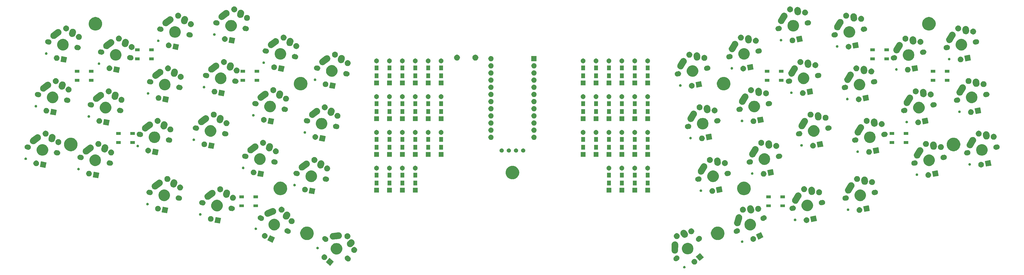
<source format=gts>
G04 #@! TF.GenerationSoftware,KiCad,Pcbnew,(5.1.4-0-10_14)*
G04 #@! TF.CreationDate,2021-05-16T21:06:51-06:00*
G04 #@! TF.ProjectId,avlo44,61766c6f-3434-42e6-9b69-6361645f7063,0.1*
G04 #@! TF.SameCoordinates,Original*
G04 #@! TF.FileFunction,Soldermask,Top*
G04 #@! TF.FilePolarity,Negative*
%FSLAX46Y46*%
G04 Gerber Fmt 4.6, Leading zero omitted, Abs format (unit mm)*
G04 Created by KiCad (PCBNEW (5.1.4-0-10_14)) date 2021-05-16 21:06:51*
%MOMM*%
%LPD*%
G04 APERTURE LIST*
%ADD10C,0.020000*%
G04 APERTURE END LIST*
D10*
G36*
X272238716Y-202083639D02*
G01*
X272320791Y-202117636D01*
X272320793Y-202117637D01*
X272357977Y-202142483D01*
X272394659Y-202166993D01*
X272457479Y-202229813D01*
X272506836Y-202303681D01*
X272540833Y-202385756D01*
X272558164Y-202472887D01*
X272558164Y-202561729D01*
X272540833Y-202648860D01*
X272506836Y-202730935D01*
X272506835Y-202730937D01*
X272457478Y-202804804D01*
X272394660Y-202867622D01*
X272320793Y-202916979D01*
X272320792Y-202916980D01*
X272320791Y-202916980D01*
X272238716Y-202950977D01*
X272151585Y-202968308D01*
X272062743Y-202968308D01*
X271975612Y-202950977D01*
X271893537Y-202916980D01*
X271893536Y-202916980D01*
X271893535Y-202916979D01*
X271819668Y-202867622D01*
X271756850Y-202804804D01*
X271707493Y-202730937D01*
X271707492Y-202730935D01*
X271673495Y-202648860D01*
X271656164Y-202561729D01*
X271656164Y-202472887D01*
X271673495Y-202385756D01*
X271707492Y-202303681D01*
X271756849Y-202229813D01*
X271819669Y-202166993D01*
X271856351Y-202142483D01*
X271893535Y-202117637D01*
X271893537Y-202117636D01*
X271975612Y-202083639D01*
X272062743Y-202066308D01*
X272151585Y-202066308D01*
X272238716Y-202083639D01*
X272238716Y-202083639D01*
G37*
G36*
X147974307Y-200541824D02*
G01*
X146657597Y-202056526D01*
X145142895Y-200739816D01*
X146459605Y-199225114D01*
X147974307Y-200541824D01*
X147974307Y-200541824D01*
G37*
G36*
X275792024Y-199592008D02*
G01*
X275958309Y-199625083D01*
X276140935Y-199700729D01*
X276305293Y-199810550D01*
X276445069Y-199950326D01*
X276554890Y-200114684D01*
X276630536Y-200297310D01*
X276669099Y-200491184D01*
X276669099Y-200688856D01*
X276630536Y-200882730D01*
X276554890Y-201065356D01*
X276445069Y-201229714D01*
X276305293Y-201369490D01*
X276140935Y-201479311D01*
X275958309Y-201554957D01*
X275792024Y-201588032D01*
X275764436Y-201593520D01*
X275566762Y-201593520D01*
X275539174Y-201588032D01*
X275372889Y-201554957D01*
X275190263Y-201479311D01*
X275025905Y-201369490D01*
X274886129Y-201229714D01*
X274776308Y-201065356D01*
X274700662Y-200882730D01*
X274662099Y-200688856D01*
X274662099Y-200491184D01*
X274700662Y-200297310D01*
X274776308Y-200114684D01*
X274886129Y-199950326D01*
X275025905Y-199810550D01*
X275190263Y-199700729D01*
X275372889Y-199625083D01*
X275539174Y-199592008D01*
X275566762Y-199586520D01*
X275764436Y-199586520D01*
X275792024Y-199592008D01*
X275792024Y-199592008D01*
G37*
G36*
X153036929Y-198416065D02*
G01*
X153205451Y-198485869D01*
X153357116Y-198587208D01*
X153486097Y-198716189D01*
X153533873Y-198787691D01*
X153549409Y-198806621D01*
X153568342Y-198822160D01*
X153658157Y-198882172D01*
X153783656Y-199007671D01*
X153882259Y-199155241D01*
X153950179Y-199319213D01*
X153984803Y-199493284D01*
X153984803Y-199670766D01*
X153950179Y-199844837D01*
X153882259Y-200008809D01*
X153783656Y-200156379D01*
X153658157Y-200281878D01*
X153510587Y-200380481D01*
X153346615Y-200448401D01*
X153197315Y-200478098D01*
X153172545Y-200483025D01*
X152995061Y-200483025D01*
X152970291Y-200478098D01*
X152820991Y-200448401D01*
X152657019Y-200380481D01*
X152509449Y-200281878D01*
X152390946Y-200163375D01*
X152372015Y-200147839D01*
X152350409Y-200136291D01*
X152328199Y-200127091D01*
X152176534Y-200025752D01*
X152047553Y-199896771D01*
X151946214Y-199745106D01*
X151876410Y-199576584D01*
X151840825Y-199397683D01*
X151840825Y-199215277D01*
X151876410Y-199036376D01*
X151946214Y-198867854D01*
X152047553Y-198716189D01*
X152176534Y-198587208D01*
X152328199Y-198485869D01*
X152496721Y-198416065D01*
X152675622Y-198380480D01*
X152858028Y-198380480D01*
X153036929Y-198416065D01*
X153036929Y-198416065D01*
G37*
G36*
X269727479Y-198365265D02*
G01*
X269896001Y-198435069D01*
X270047666Y-198536408D01*
X270176647Y-198665389D01*
X270277986Y-198817054D01*
X270347790Y-198985576D01*
X270383375Y-199164477D01*
X270383375Y-199346883D01*
X270347790Y-199525784D01*
X270277986Y-199694306D01*
X270176647Y-199845971D01*
X270047666Y-199974952D01*
X269896001Y-200076291D01*
X269873791Y-200085491D01*
X269852185Y-200097039D01*
X269833254Y-200112575D01*
X269714751Y-200231078D01*
X269567181Y-200329681D01*
X269403209Y-200397601D01*
X269253909Y-200427298D01*
X269229139Y-200432225D01*
X269051655Y-200432225D01*
X269026885Y-200427298D01*
X268877585Y-200397601D01*
X268713613Y-200329681D01*
X268566043Y-200231078D01*
X268440544Y-200105579D01*
X268341941Y-199958009D01*
X268274021Y-199794037D01*
X268239397Y-199619966D01*
X268239397Y-199442484D01*
X268274021Y-199268413D01*
X268341941Y-199104441D01*
X268440544Y-198956871D01*
X268566043Y-198831372D01*
X268655858Y-198771360D01*
X268674791Y-198755822D01*
X268690327Y-198736891D01*
X268738103Y-198665389D01*
X268867084Y-198536408D01*
X269018749Y-198435069D01*
X269187271Y-198365265D01*
X269366172Y-198329680D01*
X269548578Y-198329680D01*
X269727479Y-198365265D01*
X269727479Y-198365265D01*
G37*
G36*
X278998267Y-199022626D02*
G01*
X277483565Y-200339336D01*
X276166855Y-198824634D01*
X277681557Y-197507924D01*
X278998267Y-199022626D01*
X278998267Y-199022626D01*
G37*
G36*
X144768064Y-197976418D02*
G01*
X144934349Y-198009493D01*
X145116975Y-198085139D01*
X145281333Y-198194960D01*
X145421109Y-198334736D01*
X145530930Y-198499094D01*
X145606576Y-198681720D01*
X145633495Y-198817054D01*
X145643600Y-198867854D01*
X145645139Y-198875594D01*
X145645139Y-199073266D01*
X145606576Y-199267140D01*
X145530930Y-199449766D01*
X145421109Y-199614124D01*
X145281333Y-199753900D01*
X145116975Y-199863721D01*
X144934349Y-199939367D01*
X144768064Y-199972442D01*
X144740476Y-199977930D01*
X144542802Y-199977930D01*
X144515214Y-199972442D01*
X144348929Y-199939367D01*
X144166303Y-199863721D01*
X144001945Y-199753900D01*
X143862169Y-199614124D01*
X143752348Y-199449766D01*
X143676702Y-199267140D01*
X143638139Y-199073266D01*
X143638139Y-198875594D01*
X143639679Y-198867854D01*
X143649783Y-198817054D01*
X143676702Y-198681720D01*
X143752348Y-198499094D01*
X143862169Y-198334736D01*
X144001945Y-198194960D01*
X144166303Y-198085139D01*
X144348929Y-198009493D01*
X144515214Y-197976418D01*
X144542802Y-197970930D01*
X144740476Y-197970930D01*
X144768064Y-197976418D01*
X144768064Y-197976418D01*
G37*
G36*
X149529374Y-194007384D02*
G01*
X149692381Y-194074904D01*
X149901523Y-194161533D01*
X150236448Y-194385323D01*
X150521277Y-194670152D01*
X150745067Y-195005077D01*
X150808917Y-195159226D01*
X150899216Y-195377226D01*
X150977800Y-195772294D01*
X150977800Y-196175106D01*
X150899216Y-196570174D01*
X150848479Y-196692663D01*
X150745067Y-196942323D01*
X150521277Y-197277248D01*
X150236448Y-197562077D01*
X149901523Y-197785867D01*
X149747374Y-197849717D01*
X149529374Y-197940016D01*
X149134306Y-198018600D01*
X148731494Y-198018600D01*
X148336426Y-197940016D01*
X148118426Y-197849717D01*
X147964277Y-197785867D01*
X147629352Y-197562077D01*
X147344523Y-197277248D01*
X147120733Y-196942323D01*
X147017321Y-196692663D01*
X146966584Y-196570174D01*
X146888000Y-196175106D01*
X146888000Y-195772294D01*
X146966584Y-195377226D01*
X147056883Y-195159226D01*
X147120733Y-195005077D01*
X147344523Y-194670152D01*
X147629352Y-194385323D01*
X147964277Y-194161533D01*
X148173419Y-194074904D01*
X148336426Y-194007384D01*
X148731494Y-193928800D01*
X149134306Y-193928800D01*
X149529374Y-194007384D01*
X149529374Y-194007384D01*
G37*
G36*
X273887774Y-193956584D02*
G01*
X274010418Y-194007385D01*
X274259923Y-194110733D01*
X274594848Y-194334523D01*
X274879677Y-194619352D01*
X275103467Y-194954277D01*
X275124509Y-195005077D01*
X275257616Y-195326426D01*
X275336200Y-195721494D01*
X275336200Y-196124306D01*
X275257616Y-196519374D01*
X275185837Y-196692663D01*
X275103467Y-196891523D01*
X274879677Y-197226448D01*
X274594848Y-197511277D01*
X274259923Y-197735067D01*
X274137280Y-197785867D01*
X273887774Y-197889216D01*
X273492706Y-197967800D01*
X273089894Y-197967800D01*
X272694826Y-197889216D01*
X272445320Y-197785867D01*
X272322677Y-197735067D01*
X271987752Y-197511277D01*
X271702923Y-197226448D01*
X271479133Y-196891523D01*
X271396763Y-196692663D01*
X271324984Y-196519374D01*
X271246400Y-196124306D01*
X271246400Y-195721494D01*
X271324984Y-195326426D01*
X271458091Y-195005077D01*
X271479133Y-194954277D01*
X271702923Y-194619352D01*
X271987752Y-194334523D01*
X272322677Y-194110733D01*
X272572182Y-194007385D01*
X272694826Y-193956584D01*
X273089894Y-193878000D01*
X273492706Y-193878000D01*
X273887774Y-193956584D01*
X273887774Y-193956584D01*
G37*
G36*
X268840235Y-193367400D02*
G01*
X268854422Y-193368209D01*
X268896117Y-193368209D01*
X268957109Y-193380341D01*
X268967270Y-193381930D01*
X269028988Y-193388989D01*
X269068644Y-193401702D01*
X269082403Y-193405264D01*
X269123317Y-193413402D01*
X269180813Y-193437218D01*
X269190448Y-193440751D01*
X269249582Y-193459708D01*
X269285977Y-193479903D01*
X269298766Y-193486075D01*
X269337335Y-193502051D01*
X269389112Y-193536648D01*
X269397847Y-193541977D01*
X269452140Y-193572103D01*
X269483873Y-193598991D01*
X269495228Y-193607552D01*
X269529946Y-193630750D01*
X269573981Y-193674785D01*
X269581558Y-193681760D01*
X269628879Y-193721856D01*
X269654747Y-193754406D01*
X269664212Y-193765016D01*
X269693749Y-193794553D01*
X269724449Y-193840498D01*
X269728360Y-193846352D01*
X269734412Y-193854648D01*
X269773006Y-193903211D01*
X269792024Y-193940177D01*
X269799225Y-193952409D01*
X269822448Y-193987164D01*
X269846304Y-194044758D01*
X269850607Y-194054043D01*
X269878984Y-194109200D01*
X269890426Y-194149169D01*
X269895100Y-194162563D01*
X269911097Y-194201182D01*
X269922030Y-194256146D01*
X269923255Y-194262306D01*
X269925669Y-194272280D01*
X269942739Y-194331906D01*
X269946162Y-194373321D01*
X269948137Y-194387395D01*
X269956290Y-194428382D01*
X269956290Y-194490705D01*
X269956715Y-194500993D01*
X269957039Y-194504917D01*
X269956564Y-194535174D01*
X269956305Y-194551620D01*
X269956290Y-194553583D01*
X269956290Y-194661674D01*
X269954280Y-194680559D01*
X269924414Y-196581758D01*
X269904687Y-196754234D01*
X269833968Y-196974828D01*
X269721573Y-197177386D01*
X269571820Y-197354125D01*
X269390465Y-197498252D01*
X269184476Y-197604230D01*
X268961770Y-197667985D01*
X268730907Y-197687067D01*
X268500756Y-197660743D01*
X268280162Y-197590024D01*
X268077604Y-197477629D01*
X267900865Y-197327876D01*
X267756738Y-197146521D01*
X267650760Y-196940532D01*
X267587005Y-196717826D01*
X267572705Y-196544815D01*
X267604276Y-194535094D01*
X267604290Y-194533211D01*
X267604290Y-194428382D01*
X267616388Y-194367562D01*
X267617977Y-194357402D01*
X267625057Y-194295498D01*
X267637811Y-194255714D01*
X267641373Y-194241954D01*
X267649483Y-194201183D01*
X267650032Y-194199857D01*
X267673221Y-194143873D01*
X267676754Y-194134238D01*
X267695776Y-194074904D01*
X267716042Y-194038380D01*
X267722217Y-194025586D01*
X267738132Y-193987164D01*
X267761346Y-193952422D01*
X267772595Y-193935586D01*
X267777953Y-193926804D01*
X267808171Y-193872346D01*
X267835173Y-193840479D01*
X267843723Y-193829136D01*
X267866829Y-193794555D01*
X267910709Y-193750675D01*
X267917689Y-193743093D01*
X267920964Y-193739228D01*
X267957924Y-193695607D01*
X267990600Y-193669638D01*
X268001211Y-193660173D01*
X268030634Y-193630750D01*
X268082249Y-193596262D01*
X268090558Y-193590199D01*
X268139279Y-193551480D01*
X268176399Y-193532383D01*
X268188616Y-193525189D01*
X268223245Y-193502051D01*
X268280639Y-193478278D01*
X268289940Y-193473967D01*
X268345268Y-193445502D01*
X268385384Y-193434018D01*
X268398771Y-193429346D01*
X268437263Y-193413402D01*
X268498197Y-193401281D01*
X268508180Y-193398865D01*
X268567974Y-193381747D01*
X268609523Y-193378313D01*
X268623596Y-193376338D01*
X268664463Y-193368209D01*
X268726621Y-193368209D01*
X268736892Y-193367785D01*
X268798837Y-193362665D01*
X268840235Y-193367400D01*
X268840235Y-193367400D01*
G37*
G36*
X155506036Y-195375488D02*
G01*
X155697305Y-195454714D01*
X155697307Y-195454715D01*
X155869445Y-195569734D01*
X156015837Y-195716126D01*
X156105559Y-195850404D01*
X156130857Y-195888266D01*
X156210083Y-196079535D01*
X156250472Y-196282583D01*
X156250472Y-196489615D01*
X156210083Y-196692663D01*
X156130857Y-196883932D01*
X156130856Y-196883934D01*
X156015837Y-197056072D01*
X155869445Y-197202464D01*
X155697307Y-197317483D01*
X155697306Y-197317484D01*
X155697305Y-197317484D01*
X155506036Y-197396710D01*
X155302988Y-197437099D01*
X155095956Y-197437099D01*
X154892908Y-197396710D01*
X154701639Y-197317484D01*
X154701638Y-197317484D01*
X154701637Y-197317483D01*
X154529499Y-197202464D01*
X154383107Y-197056072D01*
X154268088Y-196883934D01*
X154268087Y-196883932D01*
X154188861Y-196692663D01*
X154148472Y-196489615D01*
X154148472Y-196282583D01*
X154188861Y-196079535D01*
X154268087Y-195888266D01*
X154293386Y-195850404D01*
X154383107Y-195716126D01*
X154529499Y-195569734D01*
X154701637Y-195454715D01*
X154701639Y-195454714D01*
X154892908Y-195375488D01*
X155095956Y-195335099D01*
X155302988Y-195335099D01*
X155506036Y-195375488D01*
X155506036Y-195375488D01*
G37*
G36*
X142369420Y-195285183D02*
G01*
X142451495Y-195319180D01*
X142451497Y-195319181D01*
X142488681Y-195344027D01*
X142525363Y-195368537D01*
X142588183Y-195431357D01*
X142637540Y-195505225D01*
X142671537Y-195587300D01*
X142688868Y-195674431D01*
X142688868Y-195763273D01*
X142671537Y-195850404D01*
X142637540Y-195932479D01*
X142588183Y-196006347D01*
X142525363Y-196069167D01*
X142509846Y-196079535D01*
X142451497Y-196118523D01*
X142451496Y-196118524D01*
X142451495Y-196118524D01*
X142369420Y-196152521D01*
X142282289Y-196169852D01*
X142193447Y-196169852D01*
X142106316Y-196152521D01*
X142024241Y-196118524D01*
X142024240Y-196118524D01*
X142024239Y-196118523D01*
X141965890Y-196079535D01*
X141950373Y-196069167D01*
X141887553Y-196006347D01*
X141838196Y-195932479D01*
X141804199Y-195850404D01*
X141786868Y-195763273D01*
X141786868Y-195674431D01*
X141804199Y-195587300D01*
X141838196Y-195505225D01*
X141887553Y-195431357D01*
X141950373Y-195368537D01*
X141987055Y-195344027D01*
X142024239Y-195319181D01*
X142024241Y-195319180D01*
X142106316Y-195285183D01*
X142193447Y-195267852D01*
X142282289Y-195267852D01*
X142369420Y-195285183D01*
X142369420Y-195285183D01*
G37*
G36*
X154236404Y-192629584D02*
G01*
X154248439Y-192630165D01*
X154298469Y-192630165D01*
X154345410Y-192639502D01*
X154357756Y-192641322D01*
X154410829Y-192646456D01*
X154464166Y-192662534D01*
X154475829Y-192665444D01*
X154525669Y-192675358D01*
X154570591Y-192693965D01*
X154582320Y-192698151D01*
X154632623Y-192713314D01*
X154681072Y-192739102D01*
X154691930Y-192744225D01*
X154739687Y-192764007D01*
X154739688Y-192764008D01*
X154780800Y-192791478D01*
X154791508Y-192797884D01*
X154837112Y-192822157D01*
X154878886Y-192856318D01*
X154888569Y-192863487D01*
X154932298Y-192892706D01*
X154967889Y-192928297D01*
X154977130Y-192936658D01*
X155016438Y-192968802D01*
X155050164Y-193009751D01*
X155058250Y-193018658D01*
X155096103Y-193056511D01*
X155124564Y-193099106D01*
X155132002Y-193109118D01*
X155163708Y-193147614D01*
X155188356Y-193193534D01*
X155194553Y-193203852D01*
X155224800Y-193249120D01*
X155244750Y-193297284D01*
X155250084Y-193308535D01*
X155273265Y-193351722D01*
X155288224Y-193400727D01*
X155292279Y-193412030D01*
X155313449Y-193463138D01*
X155320016Y-193496152D01*
X155323779Y-193515073D01*
X155326813Y-193527144D01*
X155340897Y-193573281D01*
X155344333Y-193607552D01*
X155345923Y-193623418D01*
X155347701Y-193635334D01*
X155358642Y-193690338D01*
X155358642Y-193744033D01*
X155359266Y-193756503D01*
X155364006Y-193803777D01*
X155359223Y-193853218D01*
X155358642Y-193865253D01*
X155358642Y-193921992D01*
X155348042Y-193975283D01*
X155346221Y-193987633D01*
X155341702Y-194034352D01*
X155327534Y-194081352D01*
X155324621Y-194093024D01*
X155313449Y-194149192D01*
X155292456Y-194199873D01*
X155288274Y-194211594D01*
X155274844Y-194256146D01*
X155251983Y-194299096D01*
X155246858Y-194309957D01*
X155224800Y-194363210D01*
X155194128Y-194409114D01*
X155187736Y-194419800D01*
X155166001Y-194460635D01*
X155135383Y-194498076D01*
X155128220Y-194507752D01*
X155096103Y-194555819D01*
X154924292Y-194727630D01*
X154922450Y-194729144D01*
X154564169Y-195088679D01*
X154468453Y-195167511D01*
X154430164Y-195199046D01*
X154226061Y-195308600D01*
X154226059Y-195308601D01*
X154004499Y-195376233D01*
X153791769Y-195397561D01*
X153774004Y-195399342D01*
X153774003Y-195399342D01*
X153543429Y-195377038D01*
X153321635Y-195310181D01*
X153117146Y-195201338D01*
X152937820Y-195054693D01*
X152790550Y-194875880D01*
X152790548Y-194875878D01*
X152680994Y-194671775D01*
X152680993Y-194671773D01*
X152613361Y-194450213D01*
X152590252Y-194219717D01*
X152612556Y-193989143D01*
X152679413Y-193767349D01*
X152788256Y-193562860D01*
X152898153Y-193428472D01*
X153390088Y-192934815D01*
X153390258Y-192934645D01*
X153398816Y-192926876D01*
X153432986Y-192892706D01*
X153471408Y-192867033D01*
X153481422Y-192859592D01*
X153524091Y-192824450D01*
X153574948Y-192797152D01*
X153585254Y-192790963D01*
X153625597Y-192764007D01*
X153668462Y-192746252D01*
X153679703Y-192740924D01*
X153728199Y-192714893D01*
X153783164Y-192698115D01*
X153794467Y-192694059D01*
X153839615Y-192675358D01*
X153885448Y-192666241D01*
X153897527Y-192663205D01*
X153949757Y-192647261D01*
X154006478Y-192641574D01*
X154018389Y-192639797D01*
X154066814Y-192630165D01*
X154114036Y-192630165D01*
X154126506Y-192629541D01*
X154180253Y-192624152D01*
X154236404Y-192629584D01*
X154236404Y-192629584D01*
G37*
G36*
X292721106Y-193018063D02*
G01*
X292803181Y-193052060D01*
X292803183Y-193052061D01*
X292877050Y-193101418D01*
X292939868Y-193164236D01*
X292984981Y-193231751D01*
X292989226Y-193238105D01*
X293023223Y-193320180D01*
X293040554Y-193407311D01*
X293040554Y-193496153D01*
X293023223Y-193583284D01*
X292989226Y-193665359D01*
X292939869Y-193739227D01*
X292877049Y-193802047D01*
X292840367Y-193826557D01*
X292803183Y-193851403D01*
X292803182Y-193851404D01*
X292803181Y-193851404D01*
X292721106Y-193885401D01*
X292633975Y-193902732D01*
X292545133Y-193902732D01*
X292458002Y-193885401D01*
X292375927Y-193851404D01*
X292375926Y-193851404D01*
X292375925Y-193851403D01*
X292338741Y-193826557D01*
X292302059Y-193802047D01*
X292239239Y-193739227D01*
X292189882Y-193665359D01*
X292155885Y-193583284D01*
X292138554Y-193496153D01*
X292138554Y-193407311D01*
X292155885Y-193320180D01*
X292189882Y-193238105D01*
X292194128Y-193231751D01*
X292239240Y-193164236D01*
X292302058Y-193101418D01*
X292375925Y-193052061D01*
X292375927Y-193052060D01*
X292458002Y-193018063D01*
X292545133Y-193000732D01*
X292633975Y-193000732D01*
X292721106Y-193018063D01*
X292721106Y-193018063D01*
G37*
G36*
X127142089Y-192049070D02*
G01*
X126262278Y-193852951D01*
X124458397Y-192973140D01*
X125338208Y-191169259D01*
X127142089Y-192049070D01*
X127142089Y-192049070D01*
G37*
G36*
X144895509Y-191469302D02*
G01*
X145044809Y-191498999D01*
X145208781Y-191566919D01*
X145356351Y-191665522D01*
X145474854Y-191784025D01*
X145493785Y-191799561D01*
X145515391Y-191811109D01*
X145537601Y-191820309D01*
X145689266Y-191921648D01*
X145818247Y-192050629D01*
X145919586Y-192202294D01*
X145989390Y-192370816D01*
X146024975Y-192549717D01*
X146024975Y-192732123D01*
X145989390Y-192911024D01*
X145919586Y-193079546D01*
X145818247Y-193231211D01*
X145689266Y-193360192D01*
X145537601Y-193461531D01*
X145369079Y-193531335D01*
X145190178Y-193566920D01*
X145007772Y-193566920D01*
X144828871Y-193531335D01*
X144660349Y-193461531D01*
X144508684Y-193360192D01*
X144379703Y-193231211D01*
X144331927Y-193159709D01*
X144316391Y-193140779D01*
X144297458Y-193125240D01*
X144207643Y-193065228D01*
X144082144Y-192939729D01*
X143983541Y-192792159D01*
X143915621Y-192628187D01*
X143880997Y-192454116D01*
X143880997Y-192276634D01*
X143915621Y-192102563D01*
X143983541Y-191938591D01*
X144082144Y-191791021D01*
X144207643Y-191665522D01*
X144355213Y-191566919D01*
X144519185Y-191498999D01*
X144668485Y-191469302D01*
X144693255Y-191464375D01*
X144870739Y-191464375D01*
X144895509Y-191469302D01*
X144895509Y-191469302D01*
G37*
G36*
X277550159Y-191417397D02*
G01*
X277705015Y-191448199D01*
X277868987Y-191516119D01*
X278016557Y-191614722D01*
X278142056Y-191740221D01*
X278240659Y-191887791D01*
X278308579Y-192051763D01*
X278328416Y-192151494D01*
X278343203Y-192225833D01*
X278343203Y-192403317D01*
X278341422Y-192412269D01*
X278308579Y-192577387D01*
X278240659Y-192741359D01*
X278142056Y-192888929D01*
X278016557Y-193014428D01*
X277926742Y-193074440D01*
X277907809Y-193089978D01*
X277892273Y-193108909D01*
X277844497Y-193180411D01*
X277715516Y-193309392D01*
X277563851Y-193410731D01*
X277395329Y-193480535D01*
X277216428Y-193516120D01*
X277034022Y-193516120D01*
X276855121Y-193480535D01*
X276686599Y-193410731D01*
X276534934Y-193309392D01*
X276405953Y-193180411D01*
X276304614Y-193028746D01*
X276234810Y-192860224D01*
X276199225Y-192681323D01*
X276199225Y-192498917D01*
X276234810Y-192320016D01*
X276304614Y-192151494D01*
X276405953Y-191999829D01*
X276534934Y-191870848D01*
X276686599Y-191769509D01*
X276708809Y-191760309D01*
X276730415Y-191748761D01*
X276749346Y-191733225D01*
X276867849Y-191614722D01*
X277015419Y-191516119D01*
X277179391Y-191448199D01*
X277334247Y-191417397D01*
X277353461Y-191413575D01*
X277530945Y-191413575D01*
X277550159Y-191417397D01*
X277550159Y-191417397D01*
G37*
G36*
X296651982Y-191513093D02*
G01*
X296818267Y-191546168D01*
X297000893Y-191621814D01*
X297165251Y-191731635D01*
X297305027Y-191871411D01*
X297414848Y-192035769D01*
X297490494Y-192218395D01*
X297515478Y-192344001D01*
X297529057Y-192412268D01*
X297529057Y-192609942D01*
X297528388Y-192613303D01*
X297490494Y-192803815D01*
X297414848Y-192986441D01*
X297305027Y-193150799D01*
X297165251Y-193290575D01*
X297000893Y-193400396D01*
X296818267Y-193476042D01*
X296651982Y-193509117D01*
X296624394Y-193514605D01*
X296426720Y-193514605D01*
X296399132Y-193509117D01*
X296232847Y-193476042D01*
X296050221Y-193400396D01*
X295885863Y-193290575D01*
X295746087Y-193150799D01*
X295636266Y-192986441D01*
X295560620Y-192803815D01*
X295522726Y-192613303D01*
X295522057Y-192609942D01*
X295522057Y-192412268D01*
X295535636Y-192344001D01*
X295560620Y-192218395D01*
X295636266Y-192035769D01*
X295746087Y-191871411D01*
X295885863Y-191731635D01*
X296050221Y-191621814D01*
X296232847Y-191546168D01*
X296399132Y-191513093D01*
X296426720Y-191507605D01*
X296624394Y-191507605D01*
X296651982Y-191513093D01*
X296651982Y-191513093D01*
G37*
G36*
X284389612Y-188145135D02*
G01*
X284621546Y-188191269D01*
X284930520Y-188319251D01*
X285021952Y-188357123D01*
X285058500Y-188372262D01*
X285451748Y-188635022D01*
X285786178Y-188969452D01*
X286048938Y-189362700D01*
X286048939Y-189362702D01*
X286056281Y-189380427D01*
X286229931Y-189799654D01*
X286259485Y-189948231D01*
X286322200Y-190263521D01*
X286322200Y-190736479D01*
X286317929Y-190757950D01*
X286229931Y-191200346D01*
X286127266Y-191448200D01*
X286054270Y-191624429D01*
X286048938Y-191637300D01*
X285786178Y-192030548D01*
X285451748Y-192364978D01*
X285058500Y-192627738D01*
X285058499Y-192627739D01*
X285058498Y-192627739D01*
X284943536Y-192675358D01*
X284621546Y-192808731D01*
X284542521Y-192824450D01*
X284157679Y-192901000D01*
X283684721Y-192901000D01*
X283299879Y-192824450D01*
X283220854Y-192808731D01*
X282898864Y-192675358D01*
X282783902Y-192627739D01*
X282783901Y-192627739D01*
X282783900Y-192627738D01*
X282390652Y-192364978D01*
X282056222Y-192030548D01*
X281793462Y-191637300D01*
X281788131Y-191624429D01*
X281715134Y-191448200D01*
X281612469Y-191200346D01*
X281524471Y-190757950D01*
X281520200Y-190736479D01*
X281520200Y-190263521D01*
X281582915Y-189948231D01*
X281612469Y-189799654D01*
X281786119Y-189380427D01*
X281793461Y-189362702D01*
X281793462Y-189362700D01*
X282056222Y-188969452D01*
X282390652Y-188635022D01*
X282783900Y-188372262D01*
X282820449Y-188357123D01*
X282911880Y-188319251D01*
X283220854Y-188191269D01*
X283452788Y-188145135D01*
X283684721Y-188099000D01*
X284157679Y-188099000D01*
X284389612Y-188145135D01*
X284389612Y-188145135D01*
G37*
G36*
X138936512Y-188145135D02*
G01*
X139168446Y-188191269D01*
X139477420Y-188319251D01*
X139568852Y-188357123D01*
X139605400Y-188372262D01*
X139998648Y-188635022D01*
X140333078Y-188969452D01*
X140595838Y-189362700D01*
X140595839Y-189362702D01*
X140603181Y-189380427D01*
X140776831Y-189799654D01*
X140806385Y-189948231D01*
X140869100Y-190263521D01*
X140869100Y-190736479D01*
X140864829Y-190757950D01*
X140776831Y-191200346D01*
X140674166Y-191448200D01*
X140601170Y-191624429D01*
X140595838Y-191637300D01*
X140333078Y-192030548D01*
X139998648Y-192364978D01*
X139605400Y-192627738D01*
X139605399Y-192627739D01*
X139605398Y-192627739D01*
X139490436Y-192675358D01*
X139168446Y-192808731D01*
X139089421Y-192824450D01*
X138704579Y-192901000D01*
X138231621Y-192901000D01*
X137846779Y-192824450D01*
X137767754Y-192808731D01*
X137445764Y-192675358D01*
X137330802Y-192627739D01*
X137330801Y-192627739D01*
X137330800Y-192627738D01*
X136937552Y-192364978D01*
X136603122Y-192030548D01*
X136340362Y-191637300D01*
X136335031Y-191624429D01*
X136262034Y-191448200D01*
X136159369Y-191200346D01*
X136071371Y-190757950D01*
X136067100Y-190736479D01*
X136067100Y-190263521D01*
X136129815Y-189948231D01*
X136159369Y-189799654D01*
X136333019Y-189380427D01*
X136340361Y-189362702D01*
X136340362Y-189362700D01*
X136603122Y-188969452D01*
X136937552Y-188635022D01*
X137330800Y-188372262D01*
X137367349Y-188357123D01*
X137458780Y-188319251D01*
X137767754Y-188191269D01*
X137999688Y-188145135D01*
X138231621Y-188099000D01*
X138704579Y-188099000D01*
X138936512Y-188145135D01*
X138936512Y-188145135D01*
G37*
G36*
X300150340Y-191859677D02*
G01*
X298346459Y-192739488D01*
X297466648Y-190935607D01*
X299270529Y-190055796D01*
X300150340Y-191859677D01*
X300150340Y-191859677D01*
G37*
G36*
X149760456Y-190136899D02*
G01*
X149781675Y-190138714D01*
X149786188Y-190138714D01*
X149882993Y-190157970D01*
X149886066Y-190158540D01*
X149984163Y-190175440D01*
X149988500Y-190177107D01*
X150008949Y-190183024D01*
X150013389Y-190183907D01*
X150078160Y-190210736D01*
X150104577Y-190221678D01*
X150107556Y-190222868D01*
X150200393Y-190258551D01*
X150203636Y-190260599D01*
X150204312Y-190261026D01*
X150223213Y-190270819D01*
X150227407Y-190272556D01*
X150309571Y-190327457D01*
X150312182Y-190329152D01*
X150378956Y-190371324D01*
X150396256Y-190382250D01*
X150399608Y-190385434D01*
X150416241Y-190398730D01*
X150420015Y-190401252D01*
X150489923Y-190471160D01*
X150492203Y-190473381D01*
X150564218Y-190541780D01*
X150566884Y-190545556D01*
X150580597Y-190561834D01*
X150583821Y-190565058D01*
X150638797Y-190647335D01*
X150640576Y-190649924D01*
X150697832Y-190731015D01*
X150699705Y-190735227D01*
X150709973Y-190753857D01*
X150712520Y-190757669D01*
X150743002Y-190831259D01*
X150750409Y-190849142D01*
X150751679Y-190852099D01*
X150791962Y-190942682D01*
X150792973Y-190947159D01*
X150799416Y-190967456D01*
X150801169Y-190971687D01*
X150820502Y-191068880D01*
X150821170Y-191072026D01*
X150842988Y-191168642D01*
X150842988Y-191168647D01*
X150843106Y-191173216D01*
X150845465Y-191194379D01*
X150846362Y-191198889D01*
X150846362Y-191298086D01*
X150846402Y-191301226D01*
X150848951Y-191400217D01*
X150848950Y-191400221D01*
X150848177Y-191404709D01*
X150846362Y-191425931D01*
X150846362Y-191430541D01*
X150826988Y-191527939D01*
X150826412Y-191531040D01*
X150809621Y-191628505D01*
X150807987Y-191632757D01*
X150802073Y-191653194D01*
X150801169Y-191657741D01*
X150763108Y-191749628D01*
X150761969Y-191752483D01*
X150726510Y-191844735D01*
X150724084Y-191848576D01*
X150714298Y-191867465D01*
X150712520Y-191871759D01*
X150657220Y-191954520D01*
X150655524Y-191957132D01*
X150602812Y-192040595D01*
X150599699Y-192043873D01*
X150586403Y-192060506D01*
X150583822Y-192064369D01*
X150513410Y-192134781D01*
X150511187Y-192137064D01*
X150443281Y-192208559D01*
X150439595Y-192211162D01*
X150423315Y-192224876D01*
X150420016Y-192228175D01*
X150337187Y-192283519D01*
X150334653Y-192285258D01*
X150254045Y-192342174D01*
X150249928Y-192344005D01*
X150231288Y-192354279D01*
X150227407Y-192356872D01*
X150135348Y-192395004D01*
X150132483Y-192396234D01*
X150042380Y-192436303D01*
X150037985Y-192437295D01*
X150017706Y-192443733D01*
X150013389Y-192445521D01*
X149915677Y-192464957D01*
X149912531Y-192465625D01*
X149873040Y-192474543D01*
X149862672Y-192475834D01*
X149853735Y-192477278D01*
X149786189Y-192490714D01*
X149750967Y-192490714D01*
X149735517Y-192491673D01*
X147811889Y-192731274D01*
X147811879Y-192731274D01*
X147811873Y-192731275D01*
X147638331Y-192735744D01*
X147548951Y-192720346D01*
X147410045Y-192696415D01*
X147410042Y-192696414D01*
X147193812Y-192613303D01*
X146997952Y-192489606D01*
X146829988Y-192330074D01*
X146696373Y-192140839D01*
X146602244Y-191929173D01*
X146551218Y-191703212D01*
X146545255Y-191471638D01*
X146574600Y-191301304D01*
X146584584Y-191243352D01*
X146601114Y-191200346D01*
X146667696Y-191027119D01*
X146791393Y-190831259D01*
X146950925Y-190663295D01*
X147140160Y-190529680D01*
X147351826Y-190435551D01*
X147521163Y-190397312D01*
X147521165Y-190397312D01*
X147521177Y-190397309D01*
X149478405Y-190153523D01*
X149487338Y-190152080D01*
X149511230Y-190147328D01*
X149554535Y-190138714D01*
X149653161Y-190138714D01*
X149656314Y-190138674D01*
X149755875Y-190136110D01*
X149760456Y-190136899D01*
X149760456Y-190136899D01*
G37*
G36*
X153110212Y-190510302D02*
G01*
X153301481Y-190589528D01*
X153301483Y-190589529D01*
X153473621Y-190704548D01*
X153620013Y-190850940D01*
X153706002Y-190979631D01*
X153735033Y-191023080D01*
X153814259Y-191214349D01*
X153854648Y-191417397D01*
X153854648Y-191624429D01*
X153814259Y-191827477D01*
X153742868Y-191999830D01*
X153735032Y-192018748D01*
X153620013Y-192190886D01*
X153473621Y-192337278D01*
X153301483Y-192452297D01*
X153301482Y-192452298D01*
X153301481Y-192452298D01*
X153110212Y-192531524D01*
X152907164Y-192571913D01*
X152700132Y-192571913D01*
X152497084Y-192531524D01*
X152305815Y-192452298D01*
X152305814Y-192452298D01*
X152305813Y-192452297D01*
X152133675Y-192337278D01*
X151987283Y-192190886D01*
X151872264Y-192018748D01*
X151864428Y-191999830D01*
X151793037Y-191827477D01*
X151752648Y-191624429D01*
X151752648Y-191417397D01*
X151793037Y-191214349D01*
X151872263Y-191023080D01*
X151901295Y-190979631D01*
X151987283Y-190850940D01*
X152133675Y-190704548D01*
X152305813Y-190589529D01*
X152305815Y-190589528D01*
X152497084Y-190510302D01*
X152700132Y-190469913D01*
X152907164Y-190469913D01*
X153110212Y-190510302D01*
X153110212Y-190510302D01*
G37*
G36*
X269727116Y-190459502D02*
G01*
X269918385Y-190538728D01*
X269918387Y-190538729D01*
X270090525Y-190653748D01*
X270236917Y-190800140D01*
X270350179Y-190969648D01*
X270351937Y-190972280D01*
X270431163Y-191163549D01*
X270471552Y-191366597D01*
X270471552Y-191573629D01*
X270431163Y-191776677D01*
X270377686Y-191905782D01*
X270351936Y-191967948D01*
X270236917Y-192140086D01*
X270090525Y-192286478D01*
X269918387Y-192401497D01*
X269918386Y-192401498D01*
X269918385Y-192401498D01*
X269727116Y-192480724D01*
X269524068Y-192521113D01*
X269317036Y-192521113D01*
X269113988Y-192480724D01*
X268922719Y-192401498D01*
X268922718Y-192401498D01*
X268922717Y-192401497D01*
X268750579Y-192286478D01*
X268604187Y-192140086D01*
X268489168Y-191967948D01*
X268463418Y-191905782D01*
X268409941Y-191776677D01*
X268369552Y-191573629D01*
X268369552Y-191366597D01*
X268409941Y-191163549D01*
X268489167Y-190972280D01*
X268490926Y-190969648D01*
X268604187Y-190800140D01*
X268750579Y-190653748D01*
X268922717Y-190538729D01*
X268922719Y-190538728D01*
X269113988Y-190459502D01*
X269317036Y-190419113D01*
X269524068Y-190419113D01*
X269727116Y-190459502D01*
X269727116Y-190459502D01*
G37*
G36*
X123632064Y-190397309D02*
G01*
X123810016Y-190432705D01*
X123992642Y-190508351D01*
X124157000Y-190618172D01*
X124296776Y-190757948D01*
X124406597Y-190922306D01*
X124482243Y-191104932D01*
X124509775Y-191243349D01*
X124520806Y-191298805D01*
X124520806Y-191496479D01*
X124518593Y-191507605D01*
X124482243Y-191690352D01*
X124406597Y-191872978D01*
X124296776Y-192037336D01*
X124157000Y-192177112D01*
X123992642Y-192286933D01*
X123810016Y-192362579D01*
X123647046Y-192394995D01*
X123616143Y-192401142D01*
X123418469Y-192401142D01*
X123387566Y-192394995D01*
X123224596Y-192362579D01*
X123041970Y-192286933D01*
X122877612Y-192177112D01*
X122737836Y-192037336D01*
X122628015Y-191872978D01*
X122552369Y-191690352D01*
X122516019Y-191507605D01*
X122513806Y-191496479D01*
X122513806Y-191298805D01*
X122524837Y-191243349D01*
X122552369Y-191104932D01*
X122628015Y-190922306D01*
X122737836Y-190757948D01*
X122877612Y-190618172D01*
X123041970Y-190508351D01*
X123224596Y-190432705D01*
X123402548Y-190397309D01*
X123418469Y-190394142D01*
X123616143Y-190394142D01*
X123632064Y-190397309D01*
X123632064Y-190397309D01*
G37*
G36*
X271889023Y-189246487D02*
G01*
X271893959Y-189246585D01*
X271991309Y-189246585D01*
X272006597Y-189249626D01*
X272026018Y-189251929D01*
X272037532Y-189252386D01*
X272116638Y-189271414D01*
X272121465Y-189272475D01*
X272218509Y-189291778D01*
X272233300Y-189297905D01*
X272251881Y-189303946D01*
X272262760Y-189306563D01*
X272335427Y-189340101D01*
X272339915Y-189342066D01*
X272432527Y-189380427D01*
X272446108Y-189389502D01*
X272463152Y-189399051D01*
X272473091Y-189403638D01*
X272537047Y-189450148D01*
X272541089Y-189452966D01*
X272625138Y-189509126D01*
X272636835Y-189520823D01*
X272651705Y-189533528D01*
X272660441Y-189539881D01*
X272713720Y-189597569D01*
X272717146Y-189601134D01*
X272788942Y-189672930D01*
X272836523Y-189744140D01*
X272840759Y-189750094D01*
X273198607Y-190223254D01*
X273198609Y-190223258D01*
X273198614Y-190223264D01*
X273289256Y-190371323D01*
X273369339Y-190588690D01*
X273405478Y-190817506D01*
X273401502Y-190917583D01*
X273396283Y-191048975D01*
X273369194Y-191161589D01*
X273342106Y-191274202D01*
X273254165Y-191464743D01*
X273245030Y-191484535D01*
X273108790Y-191671882D01*
X273044092Y-191731635D01*
X272938612Y-191829055D01*
X272741044Y-191950006D01*
X272523675Y-192030090D01*
X272294859Y-192066229D01*
X272189563Y-192062046D01*
X272063391Y-192057034D01*
X271977866Y-192036461D01*
X271838164Y-192002857D01*
X271627833Y-191905782D01*
X271543886Y-191844735D01*
X271440485Y-191769541D01*
X271422904Y-191750505D01*
X271322698Y-191642008D01*
X271322697Y-191642006D01*
X271322690Y-191641999D01*
X270989359Y-191201256D01*
X270978050Y-191188268D01*
X270962021Y-191172239D01*
X270923159Y-191114077D01*
X270918922Y-191108121D01*
X270902316Y-191086164D01*
X270902310Y-191086156D01*
X270879621Y-191049094D01*
X270876960Y-191044936D01*
X270833325Y-190979631D01*
X270833324Y-190979630D01*
X270829186Y-190969641D01*
X270820319Y-190952229D01*
X270811668Y-190938097D01*
X270776686Y-190843146D01*
X270774914Y-190838615D01*
X270744675Y-190765612D01*
X270742545Y-190754903D01*
X270737240Y-190736078D01*
X270731586Y-190720732D01*
X270729274Y-190706093D01*
X270715920Y-190621545D01*
X270715066Y-190616757D01*
X270699482Y-190538411D01*
X270699482Y-190527270D01*
X270697953Y-190507788D01*
X270695446Y-190491912D01*
X270699384Y-190392793D01*
X270699482Y-190387857D01*
X270699482Y-190306760D01*
X270701717Y-190295523D01*
X270704019Y-190276102D01*
X270704641Y-190260446D01*
X270704641Y-190260445D01*
X270727484Y-190165480D01*
X270728543Y-190160660D01*
X270729079Y-190157963D01*
X270744675Y-190079558D01*
X270749220Y-190068584D01*
X270755260Y-190050008D01*
X270758818Y-190035217D01*
X270798984Y-189948190D01*
X270800944Y-189943713D01*
X270833324Y-189865540D01*
X270840188Y-189855268D01*
X270849734Y-189838231D01*
X270855893Y-189824886D01*
X270911049Y-189749041D01*
X270913871Y-189744993D01*
X270962022Y-189672930D01*
X270971127Y-189663825D01*
X270983833Y-189648953D01*
X270992134Y-189637538D01*
X271031550Y-189601134D01*
X271059402Y-189575411D01*
X271062968Y-189571984D01*
X271125827Y-189509125D01*
X271137001Y-189501659D01*
X271152360Y-189489557D01*
X271162312Y-189480365D01*
X271238472Y-189433739D01*
X271242644Y-189431070D01*
X271290555Y-189399057D01*
X271318437Y-189380427D01*
X271331384Y-189375064D01*
X271348812Y-189366189D01*
X271354511Y-189362700D01*
X271359880Y-189359413D01*
X271441609Y-189329302D01*
X271446189Y-189327510D01*
X271532455Y-189291778D01*
X271546757Y-189288933D01*
X271565579Y-189283629D01*
X271577245Y-189279331D01*
X271577247Y-189279331D01*
X271577249Y-189279330D01*
X271661190Y-189266072D01*
X271666006Y-189265213D01*
X271759656Y-189246585D01*
X271774772Y-189246585D01*
X271794254Y-189245056D01*
X271806065Y-189243191D01*
X271889023Y-189246487D01*
X271889023Y-189246487D01*
G37*
G36*
X274878388Y-188764097D02*
G01*
X275069657Y-188843323D01*
X275069659Y-188843324D01*
X275241797Y-188958343D01*
X275388189Y-189104735D01*
X275501830Y-189274810D01*
X275503209Y-189276875D01*
X275582435Y-189468144D01*
X275622824Y-189671192D01*
X275622824Y-189878224D01*
X275582435Y-190081272D01*
X275506945Y-190263521D01*
X275503208Y-190272543D01*
X275388189Y-190444681D01*
X275241797Y-190591073D01*
X275069659Y-190706092D01*
X275069658Y-190706093D01*
X275069657Y-190706093D01*
X274878388Y-190785319D01*
X274675340Y-190825708D01*
X274468308Y-190825708D01*
X274265260Y-190785319D01*
X274073991Y-190706093D01*
X274073990Y-190706093D01*
X274073989Y-190706092D01*
X273901851Y-190591073D01*
X273755459Y-190444681D01*
X273640440Y-190272543D01*
X273636703Y-190263521D01*
X273561213Y-190081272D01*
X273520824Y-189878224D01*
X273520824Y-189671192D01*
X273561213Y-189468144D01*
X273640439Y-189276875D01*
X273641819Y-189274810D01*
X273755459Y-189104735D01*
X273901851Y-188958343D01*
X274073989Y-188843324D01*
X274073991Y-188843323D01*
X274265260Y-188764097D01*
X274468308Y-188723708D01*
X274675340Y-188723708D01*
X274878388Y-188764097D01*
X274878388Y-188764097D01*
G37*
G36*
X131721678Y-188725010D02*
G01*
X131890200Y-188794814D01*
X132041865Y-188896153D01*
X132052112Y-188906400D01*
X132071043Y-188921936D01*
X132092646Y-188933483D01*
X132255851Y-189001085D01*
X132403421Y-189099688D01*
X132528920Y-189225187D01*
X132627523Y-189372757D01*
X132695443Y-189536729D01*
X132730067Y-189710800D01*
X132730067Y-189888282D01*
X132695443Y-190062353D01*
X132627523Y-190226325D01*
X132528920Y-190373895D01*
X132403421Y-190499394D01*
X132255851Y-190597997D01*
X132091879Y-190665917D01*
X131942579Y-190695614D01*
X131917809Y-190700541D01*
X131740325Y-190700541D01*
X131715555Y-190695614D01*
X131566255Y-190665917D01*
X131402283Y-190597997D01*
X131320156Y-190543121D01*
X131298560Y-190531578D01*
X131275118Y-190524467D01*
X131181470Y-190505840D01*
X131012948Y-190436036D01*
X130861283Y-190334697D01*
X130732302Y-190205716D01*
X130630963Y-190054051D01*
X130561159Y-189885529D01*
X130525574Y-189706628D01*
X130525574Y-189524222D01*
X130561159Y-189345321D01*
X130630963Y-189176799D01*
X130732302Y-189025134D01*
X130861283Y-188896153D01*
X131012948Y-188794814D01*
X131181470Y-188725010D01*
X131360371Y-188689425D01*
X131542777Y-188689425D01*
X131721678Y-188725010D01*
X131721678Y-188725010D01*
G37*
G36*
X291144330Y-188725010D02*
G01*
X291312852Y-188794814D01*
X291464517Y-188896153D01*
X291593498Y-189025134D01*
X291694837Y-189176799D01*
X291764641Y-189345321D01*
X291800226Y-189524222D01*
X291800226Y-189706628D01*
X291764641Y-189885529D01*
X291694837Y-190054051D01*
X291593498Y-190205716D01*
X291464517Y-190334697D01*
X291312852Y-190436036D01*
X291144330Y-190505840D01*
X291050682Y-190524467D01*
X291027241Y-190531578D01*
X291005644Y-190543121D01*
X290923517Y-190597997D01*
X290759545Y-190665917D01*
X290610245Y-190695614D01*
X290585475Y-190700541D01*
X290407991Y-190700541D01*
X290383221Y-190695614D01*
X290233921Y-190665917D01*
X290069949Y-190597997D01*
X289922379Y-190499394D01*
X289796880Y-190373895D01*
X289698277Y-190226325D01*
X289630357Y-190062353D01*
X289595733Y-189888282D01*
X289595733Y-189710800D01*
X289630357Y-189536729D01*
X289698277Y-189372757D01*
X289796880Y-189225187D01*
X289922379Y-189099688D01*
X290069949Y-189001085D01*
X290233154Y-188933483D01*
X290254757Y-188921936D01*
X290273688Y-188906400D01*
X290283935Y-188896153D01*
X290435600Y-188794814D01*
X290604122Y-188725010D01*
X290783023Y-188689425D01*
X290965429Y-188689425D01*
X291144330Y-188725010D01*
X291144330Y-188725010D01*
G37*
G36*
X296036574Y-185422184D02*
G01*
X296221459Y-185498766D01*
X296408723Y-185576333D01*
X296743648Y-185800123D01*
X297028477Y-186084952D01*
X297252267Y-186419877D01*
X297273651Y-186471503D01*
X297406416Y-186792026D01*
X297485000Y-187187094D01*
X297485000Y-187589906D01*
X297406416Y-187984974D01*
X297359185Y-188099000D01*
X297252267Y-188357123D01*
X297028477Y-188692048D01*
X296743648Y-188976877D01*
X296408723Y-189200667D01*
X296254574Y-189264517D01*
X296036574Y-189354816D01*
X295641506Y-189433400D01*
X295238694Y-189433400D01*
X294843626Y-189354816D01*
X294625626Y-189264517D01*
X294471477Y-189200667D01*
X294136552Y-188976877D01*
X293851723Y-188692048D01*
X293627933Y-188357123D01*
X293521015Y-188099000D01*
X293473784Y-187984974D01*
X293395200Y-187589906D01*
X293395200Y-187187094D01*
X293473784Y-186792026D01*
X293606549Y-186471503D01*
X293627933Y-186419877D01*
X293851723Y-186084952D01*
X294136552Y-185800123D01*
X294471477Y-185576333D01*
X294658741Y-185498766D01*
X294843626Y-185422184D01*
X295238694Y-185343600D01*
X295641506Y-185343600D01*
X296036574Y-185422184D01*
X296036574Y-185422184D01*
G37*
G36*
X127482174Y-185422184D02*
G01*
X127667059Y-185498766D01*
X127854323Y-185576333D01*
X128189248Y-185800123D01*
X128474077Y-186084952D01*
X128697867Y-186419877D01*
X128719251Y-186471503D01*
X128852016Y-186792026D01*
X128930600Y-187187094D01*
X128930600Y-187589906D01*
X128852016Y-187984974D01*
X128804785Y-188099000D01*
X128697867Y-188357123D01*
X128474077Y-188692048D01*
X128189248Y-188976877D01*
X127854323Y-189200667D01*
X127700174Y-189264517D01*
X127482174Y-189354816D01*
X127087106Y-189433400D01*
X126684294Y-189433400D01*
X126289226Y-189354816D01*
X126071226Y-189264517D01*
X125917077Y-189200667D01*
X125582152Y-188976877D01*
X125297323Y-188692048D01*
X125073533Y-188357123D01*
X124966615Y-188099000D01*
X124919384Y-187984974D01*
X124840800Y-187589906D01*
X124840800Y-187187094D01*
X124919384Y-186792026D01*
X125052149Y-186471503D01*
X125073533Y-186419877D01*
X125297323Y-186084952D01*
X125582152Y-185800123D01*
X125917077Y-185576333D01*
X126104341Y-185498766D01*
X126289226Y-185422184D01*
X126684294Y-185343600D01*
X127087106Y-185343600D01*
X127482174Y-185422184D01*
X127482174Y-185422184D01*
G37*
G36*
X120484388Y-188441469D02*
G01*
X120566463Y-188475466D01*
X120566465Y-188475467D01*
X120603649Y-188500313D01*
X120640331Y-188524823D01*
X120703151Y-188587643D01*
X120752508Y-188661511D01*
X120786505Y-188743586D01*
X120803836Y-188830717D01*
X120803836Y-188919559D01*
X120786505Y-189006690D01*
X120752508Y-189088765D01*
X120752507Y-189088767D01*
X120745209Y-189099689D01*
X120703151Y-189162633D01*
X120640331Y-189225453D01*
X120608853Y-189246486D01*
X120566465Y-189274809D01*
X120566464Y-189274810D01*
X120566463Y-189274810D01*
X120484388Y-189308807D01*
X120397257Y-189326138D01*
X120308415Y-189326138D01*
X120221284Y-189308807D01*
X120139209Y-189274810D01*
X120139208Y-189274810D01*
X120139207Y-189274809D01*
X120096819Y-189246486D01*
X120065341Y-189225453D01*
X120002521Y-189162633D01*
X119960463Y-189099689D01*
X119953165Y-189088767D01*
X119953164Y-189088765D01*
X119919167Y-189006690D01*
X119901836Y-188919559D01*
X119901836Y-188830717D01*
X119919167Y-188743586D01*
X119953164Y-188661511D01*
X120002521Y-188587643D01*
X120065341Y-188524823D01*
X120102023Y-188500313D01*
X120139207Y-188475467D01*
X120139209Y-188475466D01*
X120221284Y-188441469D01*
X120308415Y-188424138D01*
X120397257Y-188424138D01*
X120484388Y-188441469D01*
X120484388Y-188441469D01*
G37*
G36*
X291554511Y-183713064D02*
G01*
X291658140Y-183733677D01*
X291660230Y-183734074D01*
X291703848Y-183741981D01*
X291763352Y-183752768D01*
X291763353Y-183752769D01*
X291764288Y-183752938D01*
X291781770Y-183758078D01*
X291782655Y-183758445D01*
X291782657Y-183758445D01*
X291879613Y-183798605D01*
X291881400Y-183799328D01*
X291978847Y-183837762D01*
X291978848Y-183837763D01*
X291979749Y-183838118D01*
X291995892Y-183846571D01*
X291996674Y-183847094D01*
X291996675Y-183847094D01*
X292010303Y-183856200D01*
X292084001Y-183905443D01*
X292085721Y-183906571D01*
X292173621Y-183963165D01*
X292173626Y-183963170D01*
X292174448Y-183963699D01*
X292188627Y-183975134D01*
X292263678Y-184050185D01*
X292265074Y-184051557D01*
X292340188Y-184124157D01*
X292340192Y-184124163D01*
X292340905Y-184124852D01*
X292352581Y-184138835D01*
X292411584Y-184227140D01*
X292412749Y-184228851D01*
X292468050Y-184308641D01*
X292472714Y-184315371D01*
X292481439Y-184331366D01*
X292481786Y-184332204D01*
X292481788Y-184332207D01*
X292522132Y-184429606D01*
X292522940Y-184431510D01*
X292564823Y-184527950D01*
X292570261Y-184545344D01*
X292570436Y-184546222D01*
X292570437Y-184546225D01*
X292591018Y-184649693D01*
X292591422Y-184651640D01*
X292613476Y-184753428D01*
X292613476Y-184753438D01*
X292613691Y-184754430D01*
X292615630Y-184772535D01*
X292615630Y-184878976D01*
X292615647Y-184880991D01*
X292617418Y-184985046D01*
X292617418Y-184985049D01*
X292617435Y-184986074D01*
X292615805Y-185004199D01*
X292615630Y-185005078D01*
X292601494Y-185076147D01*
X292595033Y-185108625D01*
X292594647Y-185110657D01*
X292594387Y-185112089D01*
X292586451Y-185155867D01*
X292585142Y-185160461D01*
X292582763Y-185170310D01*
X292570437Y-185232279D01*
X292554767Y-185270109D01*
X292550047Y-185283663D01*
X292066462Y-186981303D01*
X292017412Y-187153493D01*
X291953717Y-187314988D01*
X291828317Y-187509757D01*
X291828314Y-187509760D01*
X291667323Y-187676327D01*
X291538760Y-187765431D01*
X291476929Y-187808285D01*
X291351731Y-187862657D01*
X291264451Y-187900562D01*
X291038052Y-187949615D01*
X290806434Y-187953557D01*
X290578498Y-187912237D01*
X290423955Y-187851283D01*
X290363001Y-187827242D01*
X290168232Y-187701842D01*
X290162837Y-187696627D01*
X290001662Y-187540848D01*
X289912558Y-187412285D01*
X289869704Y-187350454D01*
X289815332Y-187225256D01*
X289777427Y-187137976D01*
X289728374Y-186911577D01*
X289724432Y-186679959D01*
X289755398Y-186509143D01*
X290294188Y-184617701D01*
X290296560Y-184607876D01*
X290308823Y-184546225D01*
X290348673Y-184450019D01*
X290349435Y-184448133D01*
X290356764Y-184429552D01*
X290388133Y-184350018D01*
X290388465Y-184349176D01*
X290396906Y-184333054D01*
X290455301Y-184245660D01*
X290456467Y-184243882D01*
X290514025Y-184154484D01*
X290525451Y-184140316D01*
X290599849Y-184065918D01*
X290601248Y-184064495D01*
X290674527Y-183988678D01*
X290674534Y-183988673D01*
X290675170Y-183988015D01*
X290689143Y-183976348D01*
X290735972Y-183945058D01*
X290776650Y-183917878D01*
X290778288Y-183916763D01*
X290864920Y-183856720D01*
X290864925Y-183856718D01*
X290865672Y-183856200D01*
X290881662Y-183847477D01*
X290882582Y-183847096D01*
X290882585Y-183847094D01*
X290979005Y-183807156D01*
X290980730Y-183806424D01*
X291077398Y-183764442D01*
X291077410Y-183764439D01*
X291078256Y-183764072D01*
X291095640Y-183758637D01*
X291096601Y-183758446D01*
X291096603Y-183758445D01*
X291199057Y-183738066D01*
X291201046Y-183737652D01*
X291303797Y-183715390D01*
X291303800Y-183715390D01*
X291304709Y-183715193D01*
X291322827Y-183713252D01*
X291428379Y-183713252D01*
X291430446Y-183713235D01*
X291535415Y-183711448D01*
X291535416Y-183711448D01*
X291536367Y-183711432D01*
X291554511Y-183713064D01*
X291554511Y-183713064D01*
G37*
G36*
X133352045Y-185154327D02*
G01*
X133540238Y-185232279D01*
X133543316Y-185233554D01*
X133715454Y-185348573D01*
X133861846Y-185494965D01*
X133969270Y-185655736D01*
X133976866Y-185667105D01*
X134056092Y-185858374D01*
X134096481Y-186061422D01*
X134096481Y-186268454D01*
X134056092Y-186471502D01*
X134007106Y-186589764D01*
X133976865Y-186662773D01*
X133861846Y-186834911D01*
X133715454Y-186981303D01*
X133543316Y-187096322D01*
X133543315Y-187096323D01*
X133543314Y-187096323D01*
X133352045Y-187175549D01*
X133148997Y-187215938D01*
X132941965Y-187215938D01*
X132738917Y-187175549D01*
X132547648Y-187096323D01*
X132547647Y-187096323D01*
X132547646Y-187096322D01*
X132375508Y-186981303D01*
X132229116Y-186834911D01*
X132114097Y-186662773D01*
X132083856Y-186589764D01*
X132034870Y-186471502D01*
X131994481Y-186268454D01*
X131994481Y-186061422D01*
X132034870Y-185858374D01*
X132114096Y-185667105D01*
X132121693Y-185655736D01*
X132229116Y-185494965D01*
X132375508Y-185348573D01*
X132547646Y-185233554D01*
X132550724Y-185232279D01*
X132738917Y-185154327D01*
X132941965Y-185113938D01*
X133148997Y-185113938D01*
X133352045Y-185154327D01*
X133352045Y-185154327D01*
G37*
G36*
X106255091Y-184714648D02*
G01*
X108070397Y-185067507D01*
X108070397Y-185067508D01*
X108038369Y-185232279D01*
X107687444Y-187037634D01*
X107687443Y-187037634D01*
X107366814Y-186975310D01*
X105717317Y-186654681D01*
X105729936Y-186589764D01*
X105846974Y-185987652D01*
X106100270Y-184684554D01*
X106100271Y-184684554D01*
X106255091Y-184714648D01*
X106255091Y-184714648D01*
G37*
G36*
X315507568Y-184812282D02*
G01*
X315673853Y-184845357D01*
X315856479Y-184921003D01*
X316020837Y-185030824D01*
X316160613Y-185170600D01*
X316270434Y-185334958D01*
X316346080Y-185517584D01*
X316384643Y-185711458D01*
X316384643Y-185909130D01*
X316346080Y-186103004D01*
X316270434Y-186285630D01*
X316160613Y-186449988D01*
X316020837Y-186589764D01*
X315856479Y-186699585D01*
X315673853Y-186775231D01*
X315507568Y-186808306D01*
X315479980Y-186813794D01*
X315282306Y-186813794D01*
X315254718Y-186808306D01*
X315088433Y-186775231D01*
X314905807Y-186699585D01*
X314741449Y-186589764D01*
X314601673Y-186449988D01*
X314491852Y-186285630D01*
X314416206Y-186103004D01*
X314377643Y-185909130D01*
X314377643Y-185711458D01*
X314416206Y-185517584D01*
X314491852Y-185334958D01*
X314601673Y-185170600D01*
X314741449Y-185030824D01*
X314905807Y-184921003D01*
X315088433Y-184845357D01*
X315254718Y-184812282D01*
X315282306Y-184806794D01*
X315479980Y-184806794D01*
X315507568Y-184812282D01*
X315507568Y-184812282D01*
G37*
G36*
X318953758Y-185618877D02*
G01*
X319047246Y-186099828D01*
X319051016Y-186119226D01*
X317504297Y-186419877D01*
X317080890Y-186502179D01*
X317080889Y-186502179D01*
X316735043Y-184722950D01*
X316697936Y-184532053D01*
X316697936Y-184532052D01*
X318444377Y-184192579D01*
X318668062Y-184149099D01*
X318668063Y-184149099D01*
X318953758Y-185618877D01*
X318953758Y-185618877D01*
G37*
G36*
X104526949Y-184378427D02*
G01*
X104693234Y-184411502D01*
X104875860Y-184487148D01*
X105040218Y-184596969D01*
X105179994Y-184736745D01*
X105289815Y-184901103D01*
X105365461Y-185083729D01*
X105404024Y-185277603D01*
X105404024Y-185475275D01*
X105365461Y-185669149D01*
X105289815Y-185851775D01*
X105179994Y-186016133D01*
X105040218Y-186155909D01*
X104875860Y-186265730D01*
X104693234Y-186341376D01*
X104526949Y-186374451D01*
X104499361Y-186379939D01*
X104301687Y-186379939D01*
X104274099Y-186374451D01*
X104107814Y-186341376D01*
X103925188Y-186265730D01*
X103760830Y-186155909D01*
X103621054Y-186016133D01*
X103511233Y-185851775D01*
X103435587Y-185669149D01*
X103397024Y-185475275D01*
X103397024Y-185277603D01*
X103435587Y-185083729D01*
X103511233Y-184901103D01*
X103621054Y-184736745D01*
X103760830Y-184596969D01*
X103925188Y-184487148D01*
X104107814Y-184411502D01*
X104274099Y-184378427D01*
X104301687Y-184372939D01*
X104499361Y-184372939D01*
X104526949Y-184378427D01*
X104526949Y-184378427D01*
G37*
G36*
X311467356Y-185266488D02*
G01*
X311549431Y-185300485D01*
X311549433Y-185300486D01*
X311586617Y-185325332D01*
X311621400Y-185348573D01*
X311623300Y-185349843D01*
X311686118Y-185412661D01*
X311727957Y-185475276D01*
X311735476Y-185486530D01*
X311769473Y-185568605D01*
X311786804Y-185655736D01*
X311786804Y-185744578D01*
X311769473Y-185831709D01*
X311735476Y-185913784D01*
X311686119Y-185987652D01*
X311623299Y-186050472D01*
X311621027Y-186051990D01*
X311549433Y-186099828D01*
X311549432Y-186099829D01*
X311549431Y-186099829D01*
X311467356Y-186133826D01*
X311380225Y-186151157D01*
X311291383Y-186151157D01*
X311204252Y-186133826D01*
X311122177Y-186099829D01*
X311122176Y-186099829D01*
X311122175Y-186099828D01*
X311050581Y-186051990D01*
X311048309Y-186050472D01*
X310985489Y-185987652D01*
X310936132Y-185913784D01*
X310902135Y-185831709D01*
X310884804Y-185744578D01*
X310884804Y-185655736D01*
X310902135Y-185568605D01*
X310936132Y-185486530D01*
X310943652Y-185475276D01*
X310985490Y-185412661D01*
X311048308Y-185349843D01*
X311050209Y-185348573D01*
X311084991Y-185325332D01*
X311122175Y-185300486D01*
X311122177Y-185300485D01*
X311204252Y-185266488D01*
X311291383Y-185249157D01*
X311380225Y-185249157D01*
X311467356Y-185266488D01*
X311467356Y-185266488D01*
G37*
G36*
X122055845Y-184081386D02*
G01*
X122205145Y-184111083D01*
X122369117Y-184179003D01*
X122451244Y-184233879D01*
X122472840Y-184245422D01*
X122496282Y-184252533D01*
X122589930Y-184271160D01*
X122758452Y-184340964D01*
X122910117Y-184442303D01*
X123039098Y-184571284D01*
X123140437Y-184722949D01*
X123210241Y-184891471D01*
X123245826Y-185070372D01*
X123245826Y-185252778D01*
X123210241Y-185431679D01*
X123140437Y-185600201D01*
X123039098Y-185751866D01*
X122910117Y-185880847D01*
X122758452Y-185982186D01*
X122589930Y-186051990D01*
X122411029Y-186087575D01*
X122228623Y-186087575D01*
X122049722Y-186051990D01*
X121881200Y-185982186D01*
X121729535Y-185880847D01*
X121719288Y-185870600D01*
X121700357Y-185855064D01*
X121678754Y-185843517D01*
X121515549Y-185775915D01*
X121367979Y-185677312D01*
X121242480Y-185551813D01*
X121143877Y-185404243D01*
X121075957Y-185240271D01*
X121043314Y-185076158D01*
X121041333Y-185066201D01*
X121041333Y-184888717D01*
X121049958Y-184845357D01*
X121075957Y-184714647D01*
X121143877Y-184550675D01*
X121242480Y-184403105D01*
X121367979Y-184277606D01*
X121515549Y-184179003D01*
X121679521Y-184111083D01*
X121828821Y-184081386D01*
X121853591Y-184076459D01*
X122031075Y-184076459D01*
X122055845Y-184081386D01*
X122055845Y-184081386D01*
G37*
G36*
X300496979Y-184081386D02*
G01*
X300646279Y-184111083D01*
X300810251Y-184179003D01*
X300957821Y-184277606D01*
X301083320Y-184403105D01*
X301181923Y-184550675D01*
X301249843Y-184714647D01*
X301275842Y-184845357D01*
X301284467Y-184888717D01*
X301284467Y-185066201D01*
X301282486Y-185076158D01*
X301249843Y-185240271D01*
X301181923Y-185404243D01*
X301083320Y-185551813D01*
X300957821Y-185677312D01*
X300810251Y-185775915D01*
X300647046Y-185843517D01*
X300625443Y-185855064D01*
X300606512Y-185870600D01*
X300596265Y-185880847D01*
X300444600Y-185982186D01*
X300276078Y-186051990D01*
X300097177Y-186087575D01*
X299914771Y-186087575D01*
X299735870Y-186051990D01*
X299567348Y-185982186D01*
X299415683Y-185880847D01*
X299286702Y-185751866D01*
X299185363Y-185600201D01*
X299115559Y-185431679D01*
X299079974Y-185252778D01*
X299079974Y-185070372D01*
X299115559Y-184891471D01*
X299185363Y-184722949D01*
X299286702Y-184571284D01*
X299415683Y-184442303D01*
X299567348Y-184340964D01*
X299735870Y-184271160D01*
X299829518Y-184252533D01*
X299852959Y-184245422D01*
X299874556Y-184233879D01*
X299956683Y-184179003D01*
X300120655Y-184111083D01*
X300269955Y-184081386D01*
X300294725Y-184076459D01*
X300472209Y-184076459D01*
X300496979Y-184081386D01*
X300496979Y-184081386D01*
G37*
G36*
X131322262Y-182757039D02*
G01*
X131418794Y-182760030D01*
X131422606Y-182760089D01*
X131511388Y-182760089D01*
X131517980Y-182761400D01*
X131538464Y-182763738D01*
X131547362Y-182764014D01*
X131645226Y-182786653D01*
X131648846Y-182787431D01*
X131738589Y-182805282D01*
X131745260Y-182808045D01*
X131764902Y-182814337D01*
X131773054Y-182816223D01*
X131861989Y-182856332D01*
X131865478Y-182857841D01*
X131952607Y-182893931D01*
X131959061Y-182898243D01*
X131977099Y-182908246D01*
X131984223Y-182911459D01*
X132061238Y-182966445D01*
X132064403Y-182968631D01*
X132145218Y-183022630D01*
X132151087Y-183028499D01*
X132166836Y-183041837D01*
X132172755Y-183046063D01*
X132219903Y-183096226D01*
X132235569Y-183112895D01*
X132238264Y-183115676D01*
X132309020Y-183186432D01*
X132313927Y-183193776D01*
X132326774Y-183209933D01*
X132331405Y-183214860D01*
X132378575Y-183290421D01*
X132380629Y-183293601D01*
X132437720Y-183379044D01*
X132441295Y-183387675D01*
X132450737Y-183406017D01*
X132454076Y-183411366D01*
X132476797Y-183471416D01*
X132484722Y-183492362D01*
X132486137Y-183495932D01*
X132526369Y-183593062D01*
X132528279Y-183602667D01*
X132533961Y-183622495D01*
X132536054Y-183628027D01*
X132549972Y-183711422D01*
X132550652Y-183715140D01*
X132568194Y-183803331D01*
X132571562Y-183820264D01*
X132571562Y-183830433D01*
X132573266Y-183851003D01*
X132574187Y-183856519D01*
X132571621Y-183939319D01*
X132571562Y-183943138D01*
X132571562Y-184051915D01*
X132569517Y-184062198D01*
X132567179Y-184082683D01*
X132567012Y-184088059D01*
X132548608Y-184167617D01*
X132547803Y-184171360D01*
X132526670Y-184277606D01*
X132526369Y-184279116D01*
X132522280Y-184288989D01*
X132515988Y-184308629D01*
X132514803Y-184313751D01*
X132481487Y-184387623D01*
X132479993Y-184391079D01*
X132437720Y-184493134D01*
X132393851Y-184558788D01*
X132389440Y-184565897D01*
X132096034Y-185076147D01*
X132096026Y-185076158D01*
X131995154Y-185217446D01*
X131826356Y-185376096D01*
X131629850Y-185498767D01*
X131413189Y-185580744D01*
X131184698Y-185618878D01*
X130953158Y-185611702D01*
X130727466Y-185559493D01*
X130516297Y-185464257D01*
X130327764Y-185329654D01*
X130169114Y-185160856D01*
X130046443Y-184964350D01*
X129964466Y-184747689D01*
X129926332Y-184519198D01*
X129933508Y-184287658D01*
X129985717Y-184061966D01*
X130057087Y-183903714D01*
X130335518Y-183419509D01*
X130342632Y-183405051D01*
X130353404Y-183379044D01*
X130389678Y-183324756D01*
X130394094Y-183317642D01*
X130404493Y-183299558D01*
X130434899Y-183256970D01*
X130437089Y-183253801D01*
X130482103Y-183186433D01*
X130485818Y-183182718D01*
X130499156Y-183166970D01*
X130505366Y-183158271D01*
X130585433Y-183083018D01*
X130588196Y-183080340D01*
X130645906Y-183022630D01*
X130650365Y-183019650D01*
X130666514Y-183006811D01*
X130674164Y-182999621D01*
X130766510Y-182941973D01*
X130769745Y-182939883D01*
X130838517Y-182893931D01*
X130838519Y-182893930D01*
X130843663Y-182891800D01*
X130862017Y-182882352D01*
X130865881Y-182879940D01*
X130870670Y-182876950D01*
X130971071Y-182838961D01*
X130974615Y-182837558D01*
X131052535Y-182805282D01*
X131058300Y-182804135D01*
X131078131Y-182798453D01*
X131087331Y-182794972D01*
X131191294Y-182777622D01*
X131195040Y-182776936D01*
X131279735Y-182760089D01*
X131285991Y-182760089D01*
X131306559Y-182758385D01*
X131315821Y-182756839D01*
X131315823Y-182756839D01*
X131322262Y-182757039D01*
X131322262Y-182757039D01*
G37*
G36*
X126447667Y-181520708D02*
G01*
X126460747Y-181521396D01*
X126508025Y-181521396D01*
X126563320Y-181532395D01*
X126574529Y-181534098D01*
X126630817Y-181540039D01*
X126676135Y-181554132D01*
X126688846Y-181557363D01*
X126735226Y-181566589D01*
X126787335Y-181588173D01*
X126797995Y-181592029D01*
X126852019Y-181608830D01*
X126893710Y-181631490D01*
X126905540Y-181637135D01*
X126936574Y-181649990D01*
X126949244Y-181655238D01*
X126996137Y-181686571D01*
X127005873Y-181692454D01*
X127055550Y-181719454D01*
X127092001Y-181749797D01*
X127102508Y-181757646D01*
X127141853Y-181783935D01*
X127181754Y-181823836D01*
X127190165Y-181831512D01*
X127233589Y-181867659D01*
X127263404Y-181904510D01*
X127272182Y-181914264D01*
X127305658Y-181947740D01*
X127337013Y-181994666D01*
X127343762Y-182003833D01*
X127379294Y-182047750D01*
X127400338Y-182087791D01*
X127401334Y-182089686D01*
X127408042Y-182100968D01*
X127434357Y-182140351D01*
X127455968Y-182192525D01*
X127460794Y-182202823D01*
X127487064Y-182252806D01*
X127500496Y-182298226D01*
X127504870Y-182310584D01*
X127523006Y-182354369D01*
X127528274Y-182380853D01*
X127534025Y-182409767D01*
X127536750Y-182420812D01*
X127552760Y-182474946D01*
X127557072Y-182522101D01*
X127558952Y-182535082D01*
X127568199Y-182581569D01*
X127568199Y-182638087D01*
X127568716Y-182649431D01*
X127573856Y-182705636D01*
X127568887Y-182752716D01*
X127568199Y-182765795D01*
X127568199Y-182813223D01*
X127557169Y-182868675D01*
X127555461Y-182879923D01*
X127549541Y-182936008D01*
X127535491Y-182981187D01*
X127532263Y-182993887D01*
X127523006Y-183040423D01*
X127501359Y-183092684D01*
X127497499Y-183103353D01*
X127480750Y-183157210D01*
X127458163Y-183198768D01*
X127452518Y-183210597D01*
X127446167Y-183225928D01*
X127434357Y-183254441D01*
X127402928Y-183301478D01*
X127397048Y-183311211D01*
X127370127Y-183360741D01*
X127339885Y-183397070D01*
X127332031Y-183407583D01*
X127305660Y-183447050D01*
X127265637Y-183487073D01*
X127257971Y-183495472D01*
X127221921Y-183538779D01*
X127185186Y-183568500D01*
X127175433Y-183577277D01*
X127141853Y-183610857D01*
X127094789Y-183642304D01*
X127085624Y-183649052D01*
X127041830Y-183684483D01*
X127000009Y-183706463D01*
X126988726Y-183713173D01*
X126949244Y-183739554D01*
X126896936Y-183761221D01*
X126889548Y-183764684D01*
X126863319Y-183775334D01*
X126840319Y-183784673D01*
X126839998Y-183784805D01*
X126735226Y-183828203D01*
X126735221Y-183828204D01*
X126728628Y-183830935D01*
X126720100Y-183833490D01*
X124963677Y-184546698D01*
X124963675Y-184546699D01*
X124963669Y-184546701D01*
X124797196Y-184595934D01*
X124566507Y-184617029D01*
X124336135Y-184592715D01*
X124114933Y-184523924D01*
X123911402Y-184413300D01*
X123733363Y-184265095D01*
X123587659Y-184085004D01*
X123576831Y-184064401D01*
X123499200Y-183916693D01*
X123479888Y-183879948D01*
X123414192Y-183657808D01*
X123393097Y-183427119D01*
X123417411Y-183196747D01*
X123486202Y-182975545D01*
X123596826Y-182772014D01*
X123745031Y-182593975D01*
X123925122Y-182448271D01*
X123925121Y-182448271D01*
X123925123Y-182448270D01*
X123998383Y-182409767D01*
X124078792Y-182367506D01*
X125919673Y-181620003D01*
X125947078Y-181608875D01*
X125947731Y-181608607D01*
X126049172Y-181566589D01*
X126104440Y-181555596D01*
X126115483Y-181552871D01*
X126169756Y-181536820D01*
X126217034Y-181532497D01*
X126230020Y-181530616D01*
X126276372Y-181521396D01*
X126332732Y-181521396D01*
X126344077Y-181520879D01*
X126400445Y-181515724D01*
X126447667Y-181520708D01*
X126447667Y-181520708D01*
G37*
G36*
X100822560Y-183325242D02*
G01*
X100904635Y-183359239D01*
X100904637Y-183359240D01*
X100934275Y-183379044D01*
X100978503Y-183408596D01*
X101041323Y-183471416D01*
X101055319Y-183492362D01*
X101086334Y-183538779D01*
X101090680Y-183545284D01*
X101124677Y-183627359D01*
X101142008Y-183714490D01*
X101142008Y-183803332D01*
X101124677Y-183890463D01*
X101102858Y-183943138D01*
X101090679Y-183972540D01*
X101080339Y-183988015D01*
X101041323Y-184046406D01*
X100978503Y-184109226D01*
X100975722Y-184111084D01*
X100904637Y-184158582D01*
X100904636Y-184158583D01*
X100904635Y-184158583D01*
X100822560Y-184192580D01*
X100735429Y-184209911D01*
X100646587Y-184209911D01*
X100559456Y-184192580D01*
X100477381Y-184158583D01*
X100477380Y-184158583D01*
X100477379Y-184158582D01*
X100406294Y-184111084D01*
X100403513Y-184109226D01*
X100340693Y-184046406D01*
X100301677Y-183988015D01*
X100291337Y-183972540D01*
X100279158Y-183943138D01*
X100257339Y-183890463D01*
X100240008Y-183803332D01*
X100240008Y-183714490D01*
X100257339Y-183627359D01*
X100291336Y-183545284D01*
X100295683Y-183538779D01*
X100326697Y-183492362D01*
X100340693Y-183471416D01*
X100403513Y-183408596D01*
X100447741Y-183379044D01*
X100477379Y-183359240D01*
X100477381Y-183359239D01*
X100559456Y-183325242D01*
X100646587Y-183307911D01*
X100735429Y-183307911D01*
X100822560Y-183325242D01*
X100822560Y-183325242D01*
G37*
G36*
X295549417Y-180532475D02*
G01*
X295562515Y-180533164D01*
X295611937Y-180533164D01*
X295669652Y-180544644D01*
X295680888Y-180546351D01*
X295734310Y-180551990D01*
X295777253Y-180565345D01*
X295789964Y-180568576D01*
X295839138Y-180578357D01*
X295894260Y-180601189D01*
X295904948Y-180605055D01*
X295955512Y-180620780D01*
X295994453Y-180641945D01*
X296006276Y-180647588D01*
X296053156Y-180667006D01*
X296053159Y-180667008D01*
X296103342Y-180700539D01*
X296113078Y-180706421D01*
X296159042Y-180731404D01*
X296192674Y-180759400D01*
X296203183Y-180767251D01*
X296245765Y-180795703D01*
X296288839Y-180838777D01*
X296297247Y-180846450D01*
X296337081Y-180879610D01*
X296363956Y-180912827D01*
X296364333Y-180913294D01*
X296373122Y-180923060D01*
X296409571Y-180959509D01*
X296443618Y-181010464D01*
X296450373Y-181019638D01*
X296482786Y-181059701D01*
X296502839Y-181097855D01*
X296509532Y-181109111D01*
X296538269Y-181152119D01*
X296626918Y-181366137D01*
X296628806Y-181370696D01*
X296632667Y-181383586D01*
X296814553Y-181831517D01*
X296825747Y-181859086D01*
X296874980Y-182025560D01*
X296896075Y-182256249D01*
X296871760Y-182486622D01*
X296802969Y-182707823D01*
X296692346Y-182911354D01*
X296544140Y-183089393D01*
X296364049Y-183235098D01*
X296158993Y-183342868D01*
X295936853Y-183408563D01*
X295706163Y-183429659D01*
X295475792Y-183405344D01*
X295254590Y-183336553D01*
X295051059Y-183225929D01*
X294873020Y-183077724D01*
X294727316Y-182897633D01*
X294646552Y-182743963D01*
X294646547Y-182743953D01*
X294383191Y-182095381D01*
X294382935Y-182094756D01*
X294365304Y-182052191D01*
X294355260Y-182001694D01*
X294352535Y-181990651D01*
X294335122Y-181931773D01*
X294330419Y-181880345D01*
X294328539Y-181867359D01*
X294321410Y-181831517D01*
X294320111Y-181824990D01*
X294320111Y-181773314D01*
X294319593Y-181761951D01*
X294314027Y-181701084D01*
X294319422Y-181649967D01*
X294320111Y-181636870D01*
X294320111Y-181593336D01*
X294330265Y-181542287D01*
X294331976Y-181531023D01*
X294338341Y-181470717D01*
X294338342Y-181470715D01*
X294338342Y-181470712D01*
X294353488Y-181422009D01*
X294356720Y-181409292D01*
X294365304Y-181366137D01*
X294385440Y-181317524D01*
X294389298Y-181306856D01*
X294407132Y-181249510D01*
X294431242Y-181205151D01*
X294436881Y-181193334D01*
X294453953Y-181152119D01*
X294483572Y-181107792D01*
X294489440Y-181098078D01*
X294517756Y-181045980D01*
X294549622Y-181007699D01*
X294557475Y-180997188D01*
X294582652Y-180959508D01*
X294620916Y-180921244D01*
X294628597Y-180912827D01*
X294665959Y-180867944D01*
X294665961Y-180867943D01*
X294665962Y-180867941D01*
X294704093Y-180837091D01*
X294713853Y-180828307D01*
X294746457Y-180795703D01*
X294792198Y-180765140D01*
X294801366Y-180758391D01*
X294846053Y-180722236D01*
X294888760Y-180699790D01*
X294900030Y-180693089D01*
X294939066Y-180667006D01*
X294990799Y-180645578D01*
X295001062Y-180640768D01*
X295051108Y-180614465D01*
X295096580Y-180601017D01*
X295108909Y-180596655D01*
X295153084Y-180578357D01*
X295208954Y-180567244D01*
X295219998Y-180564518D01*
X295273249Y-180548770D01*
X295319604Y-180544531D01*
X295332594Y-180542650D01*
X295380284Y-180533164D01*
X295438215Y-180533164D01*
X295449577Y-180532646D01*
X295503938Y-180527675D01*
X295549417Y-180532475D01*
X295549417Y-180532475D01*
G37*
G36*
X87653072Y-181075005D02*
G01*
X89375997Y-181409907D01*
X89375997Y-181409908D01*
X89330919Y-181641813D01*
X88993044Y-183380034D01*
X88993043Y-183380034D01*
X88639077Y-183311230D01*
X87022917Y-182997081D01*
X87027103Y-182975548D01*
X87110284Y-182547615D01*
X87405870Y-181026954D01*
X87405871Y-181026954D01*
X87653072Y-181075005D01*
X87653072Y-181075005D01*
G37*
G36*
X334252768Y-181205482D02*
G01*
X334419053Y-181238557D01*
X334601679Y-181314203D01*
X334766037Y-181424024D01*
X334905813Y-181563800D01*
X335015634Y-181728158D01*
X335091280Y-181910784D01*
X335129843Y-182104658D01*
X335129843Y-182302330D01*
X335091280Y-182496204D01*
X335015634Y-182678830D01*
X334905813Y-182843188D01*
X334766037Y-182982964D01*
X334601679Y-183092785D01*
X334419053Y-183168431D01*
X334276695Y-183196747D01*
X334225180Y-183206994D01*
X334027506Y-183206994D01*
X333975991Y-183196747D01*
X333833633Y-183168431D01*
X333651007Y-183092785D01*
X333486649Y-182982964D01*
X333346873Y-182843188D01*
X333237052Y-182678830D01*
X333161406Y-182496204D01*
X333122843Y-182302330D01*
X333122843Y-182104658D01*
X333161406Y-181910784D01*
X333237052Y-181728158D01*
X333346873Y-181563800D01*
X333486649Y-181424024D01*
X333651007Y-181314203D01*
X333833633Y-181238557D01*
X333999918Y-181205482D01*
X334027506Y-181199994D01*
X334225180Y-181199994D01*
X334252768Y-181205482D01*
X334252768Y-181205482D01*
G37*
G36*
X293160274Y-181075004D02*
G01*
X293351543Y-181154230D01*
X293351545Y-181154231D01*
X293523683Y-181269250D01*
X293670075Y-181415642D01*
X293770935Y-181566589D01*
X293785095Y-181587782D01*
X293864321Y-181779051D01*
X293904710Y-181982099D01*
X293904710Y-182189131D01*
X293864321Y-182392179D01*
X293806509Y-182531749D01*
X293785094Y-182583450D01*
X293670075Y-182755588D01*
X293523683Y-182901980D01*
X293351545Y-183016999D01*
X293351544Y-183017000D01*
X293351543Y-183017000D01*
X293160274Y-183096226D01*
X292957226Y-183136615D01*
X292750194Y-183136615D01*
X292547146Y-183096226D01*
X292355877Y-183017000D01*
X292355876Y-183017000D01*
X292355875Y-183016999D01*
X292183737Y-182901980D01*
X292037345Y-182755588D01*
X291922326Y-182583450D01*
X291900911Y-182531749D01*
X291843099Y-182392179D01*
X291802710Y-182189131D01*
X291802710Y-181982099D01*
X291843099Y-181779051D01*
X291922325Y-181587782D01*
X291936486Y-181566589D01*
X292037345Y-181415642D01*
X292183737Y-181269250D01*
X292355875Y-181154231D01*
X292355877Y-181154230D01*
X292547146Y-181075004D01*
X292750194Y-181034615D01*
X292957226Y-181034615D01*
X293160274Y-181075004D01*
X293160274Y-181075004D01*
G37*
G36*
X129778654Y-181075004D02*
G01*
X129969923Y-181154230D01*
X129969925Y-181154231D01*
X130142063Y-181269250D01*
X130288455Y-181415642D01*
X130389315Y-181566589D01*
X130403475Y-181587782D01*
X130482701Y-181779051D01*
X130523090Y-181982099D01*
X130523090Y-182189131D01*
X130482701Y-182392179D01*
X130424889Y-182531749D01*
X130403474Y-182583450D01*
X130288455Y-182755588D01*
X130142063Y-182901980D01*
X129969925Y-183016999D01*
X129969924Y-183017000D01*
X129969923Y-183017000D01*
X129778654Y-183096226D01*
X129575606Y-183136615D01*
X129368574Y-183136615D01*
X129165526Y-183096226D01*
X128974257Y-183017000D01*
X128974256Y-183017000D01*
X128974255Y-183016999D01*
X128802117Y-182901980D01*
X128655725Y-182755588D01*
X128540706Y-182583450D01*
X128519291Y-182531749D01*
X128461479Y-182392179D01*
X128421090Y-182189131D01*
X128421090Y-181982099D01*
X128461479Y-181779051D01*
X128540705Y-181587782D01*
X128554866Y-181566589D01*
X128655725Y-181415642D01*
X128802117Y-181269250D01*
X128974255Y-181154231D01*
X128974257Y-181154230D01*
X129165526Y-181075004D01*
X129368574Y-181034615D01*
X129575606Y-181034615D01*
X129778654Y-181075004D01*
X129778654Y-181075004D01*
G37*
G36*
X337713676Y-182087792D02*
G01*
X337792446Y-182493028D01*
X337796216Y-182512426D01*
X336248751Y-182813222D01*
X335826090Y-182895379D01*
X335826089Y-182895379D01*
X335468628Y-181056396D01*
X335443136Y-180925253D01*
X335443136Y-180925252D01*
X337227760Y-180578357D01*
X337413262Y-180542299D01*
X337413263Y-180542299D01*
X337713676Y-182087792D01*
X337713676Y-182087792D01*
G37*
G36*
X298574824Y-180770616D02*
G01*
X298766093Y-180849842D01*
X298766095Y-180849843D01*
X298938233Y-180964862D01*
X299084625Y-181111254D01*
X299197716Y-181280506D01*
X299199645Y-181283394D01*
X299278871Y-181474663D01*
X299319260Y-181677711D01*
X299319260Y-181884743D01*
X299278871Y-182087791D01*
X299199645Y-182279060D01*
X299199644Y-182279062D01*
X299084625Y-182451200D01*
X298938233Y-182597592D01*
X298766095Y-182712611D01*
X298766094Y-182712612D01*
X298766093Y-182712612D01*
X298574824Y-182791838D01*
X298371776Y-182832227D01*
X298164744Y-182832227D01*
X297961696Y-182791838D01*
X297770427Y-182712612D01*
X297770426Y-182712612D01*
X297770425Y-182712611D01*
X297598287Y-182597592D01*
X297451895Y-182451200D01*
X297336876Y-182279062D01*
X297336875Y-182279060D01*
X297257649Y-182087791D01*
X297217260Y-181884743D01*
X297217260Y-181677711D01*
X297257649Y-181474663D01*
X297336875Y-181283394D01*
X297338805Y-181280506D01*
X297451895Y-181111254D01*
X297598287Y-180964862D01*
X297770425Y-180849843D01*
X297770427Y-180849842D01*
X297961696Y-180770616D01*
X298164744Y-180730227D01*
X298371776Y-180730227D01*
X298574824Y-180770616D01*
X298574824Y-180770616D01*
G37*
G36*
X85832549Y-180720827D02*
G01*
X85998834Y-180753902D01*
X86181460Y-180829548D01*
X86345818Y-180939369D01*
X86485594Y-181079145D01*
X86595415Y-181243503D01*
X86671061Y-181426129D01*
X86709624Y-181620003D01*
X86709624Y-181817675D01*
X86671061Y-182011549D01*
X86595415Y-182194175D01*
X86485594Y-182358533D01*
X86345818Y-182498309D01*
X86181460Y-182608130D01*
X85998834Y-182683776D01*
X85832549Y-182716851D01*
X85804961Y-182722339D01*
X85607287Y-182722339D01*
X85579699Y-182716851D01*
X85413414Y-182683776D01*
X85230788Y-182608130D01*
X85066430Y-182498309D01*
X84926654Y-182358533D01*
X84816833Y-182194175D01*
X84741187Y-182011549D01*
X84702624Y-181817675D01*
X84702624Y-181620003D01*
X84741187Y-181426129D01*
X84816833Y-181243503D01*
X84926654Y-181079145D01*
X85066430Y-180939369D01*
X85230788Y-180829548D01*
X85413414Y-180753902D01*
X85579699Y-180720827D01*
X85607287Y-180715339D01*
X85804961Y-180715339D01*
X85832549Y-180720827D01*
X85832549Y-180720827D01*
G37*
G36*
X107212974Y-178665784D02*
G01*
X107361426Y-178727275D01*
X107585123Y-178819933D01*
X107920048Y-179043723D01*
X108204877Y-179328552D01*
X108428667Y-179663477D01*
X108483005Y-179794662D01*
X108582816Y-180035626D01*
X108661400Y-180430694D01*
X108661400Y-180833506D01*
X108582816Y-181228574D01*
X108525835Y-181366137D01*
X108428667Y-181600723D01*
X108204877Y-181935648D01*
X107920048Y-182220477D01*
X107585123Y-182444267D01*
X107459738Y-182496203D01*
X107212974Y-182598416D01*
X106817906Y-182677000D01*
X106415094Y-182677000D01*
X106020026Y-182598416D01*
X105773262Y-182496203D01*
X105647877Y-182444267D01*
X105312952Y-182220477D01*
X105028123Y-181935648D01*
X104804333Y-181600723D01*
X104707165Y-181366137D01*
X104650184Y-181228574D01*
X104571600Y-180833506D01*
X104571600Y-180430694D01*
X104650184Y-180035626D01*
X104749995Y-179794662D01*
X104804333Y-179663477D01*
X105028123Y-179328552D01*
X105312952Y-179043723D01*
X105647877Y-178819933D01*
X105871574Y-178727275D01*
X106020026Y-178665784D01*
X106415094Y-178587200D01*
X106817906Y-178587200D01*
X107212974Y-178665784D01*
X107212974Y-178665784D01*
G37*
G36*
X316254974Y-178614984D02*
G01*
X316377618Y-178665785D01*
X316627123Y-178769133D01*
X316962048Y-178992923D01*
X317246877Y-179277752D01*
X317470667Y-179612677D01*
X317508160Y-179703193D01*
X317624816Y-179984826D01*
X317703400Y-180379894D01*
X317703400Y-180782706D01*
X317624816Y-181177774D01*
X317571357Y-181306835D01*
X317470667Y-181549923D01*
X317246877Y-181884848D01*
X316962048Y-182169677D01*
X316627123Y-182393467D01*
X316472974Y-182457317D01*
X316254974Y-182547616D01*
X315859906Y-182626200D01*
X315457094Y-182626200D01*
X315062026Y-182547616D01*
X314844026Y-182457317D01*
X314689877Y-182393467D01*
X314354952Y-182169677D01*
X314070123Y-181884848D01*
X313846333Y-181549923D01*
X313745643Y-181306835D01*
X313692184Y-181177774D01*
X313613600Y-180782706D01*
X313613600Y-180379894D01*
X313692184Y-179984826D01*
X313808840Y-179703193D01*
X313846333Y-179612677D01*
X314070123Y-179277752D01*
X314354952Y-178992923D01*
X314689877Y-178769133D01*
X314939382Y-178665785D01*
X315062026Y-178614984D01*
X315457094Y-178536400D01*
X315859906Y-178536400D01*
X316254974Y-178614984D01*
X316254974Y-178614984D01*
G37*
G36*
X111873270Y-180710995D02*
G01*
X112018223Y-180771036D01*
X112041664Y-180778147D01*
X112066050Y-180780549D01*
X112104192Y-180780549D01*
X112128962Y-180785476D01*
X112278262Y-180815173D01*
X112442234Y-180883093D01*
X112589804Y-180981696D01*
X112715303Y-181107195D01*
X112813906Y-181254765D01*
X112881826Y-181418737D01*
X112906401Y-181542287D01*
X112916450Y-181592807D01*
X112916450Y-181770291D01*
X112913736Y-181783935D01*
X112881826Y-181944361D01*
X112813906Y-182108333D01*
X112715303Y-182255903D01*
X112589804Y-182381402D01*
X112442234Y-182480005D01*
X112278262Y-182547925D01*
X112128962Y-182577622D01*
X112104192Y-182582549D01*
X111926708Y-182582549D01*
X111901938Y-182577622D01*
X111752638Y-182547925D01*
X111726073Y-182536921D01*
X111702636Y-182529812D01*
X111678250Y-182527410D01*
X111511963Y-182527410D01*
X111333062Y-182491825D01*
X111164540Y-182422021D01*
X111012875Y-182320682D01*
X110883894Y-182191701D01*
X110782555Y-182040036D01*
X110712751Y-181871514D01*
X110677166Y-181692613D01*
X110677166Y-181510207D01*
X110712751Y-181331306D01*
X110782555Y-181162784D01*
X110883894Y-181011119D01*
X111012875Y-180882138D01*
X111164540Y-180780799D01*
X111333062Y-180710995D01*
X111511963Y-180675410D01*
X111694369Y-180675410D01*
X111873270Y-180710995D01*
X111873270Y-180710995D01*
G37*
G36*
X330212556Y-181659688D02*
G01*
X330292043Y-181692613D01*
X330294633Y-181693686D01*
X330331817Y-181718532D01*
X330346227Y-181728160D01*
X330368500Y-181743043D01*
X330431318Y-181805861D01*
X330475187Y-181871514D01*
X330480676Y-181879730D01*
X330514673Y-181961805D01*
X330532004Y-182048936D01*
X330532004Y-182137778D01*
X330514673Y-182224909D01*
X330484309Y-182298213D01*
X330480675Y-182306986D01*
X330464896Y-182330601D01*
X330431319Y-182380852D01*
X330368499Y-182443672D01*
X330345828Y-182458820D01*
X330294633Y-182493028D01*
X330294632Y-182493029D01*
X330294631Y-182493029D01*
X330212556Y-182527026D01*
X330125425Y-182544357D01*
X330036583Y-182544357D01*
X329949452Y-182527026D01*
X329867377Y-182493029D01*
X329867376Y-182493029D01*
X329867375Y-182493028D01*
X329816180Y-182458820D01*
X329793509Y-182443672D01*
X329730689Y-182380852D01*
X329697112Y-182330601D01*
X329681333Y-182306986D01*
X329677699Y-182298213D01*
X329647335Y-182224909D01*
X329630004Y-182137778D01*
X329630004Y-182048936D01*
X329647335Y-181961805D01*
X329681332Y-181879730D01*
X329686822Y-181871514D01*
X329730690Y-181805861D01*
X329793508Y-181743043D01*
X329815782Y-181728160D01*
X329830191Y-181718532D01*
X329867375Y-181693686D01*
X329869965Y-181692613D01*
X329949452Y-181659688D01*
X330036583Y-181642357D01*
X330125425Y-181642357D01*
X330212556Y-181659688D01*
X330212556Y-181659688D01*
G37*
G36*
X310941938Y-180660195D02*
G01*
X311110460Y-180729999D01*
X311262125Y-180831338D01*
X311391106Y-180960319D01*
X311492445Y-181111984D01*
X311562249Y-181280506D01*
X311597834Y-181459407D01*
X311597834Y-181641813D01*
X311562249Y-181820714D01*
X311492445Y-181989236D01*
X311391106Y-182140901D01*
X311262125Y-182269882D01*
X311110460Y-182371221D01*
X310941938Y-182441025D01*
X310763037Y-182476610D01*
X310596750Y-182476610D01*
X310572364Y-182479012D01*
X310548927Y-182486121D01*
X310522362Y-182497125D01*
X310373062Y-182526822D01*
X310348292Y-182531749D01*
X310170808Y-182531749D01*
X310146038Y-182526822D01*
X309996738Y-182497125D01*
X309832766Y-182429205D01*
X309685196Y-182330602D01*
X309559697Y-182205103D01*
X309461094Y-182057533D01*
X309393174Y-181893561D01*
X309363235Y-181743042D01*
X309358550Y-181719491D01*
X309358550Y-181542007D01*
X309363778Y-181515724D01*
X309393174Y-181367937D01*
X309461094Y-181203965D01*
X309559697Y-181056395D01*
X309685196Y-180930896D01*
X309832766Y-180832293D01*
X309996738Y-180764373D01*
X310146038Y-180734676D01*
X310170808Y-180729749D01*
X310208950Y-180729749D01*
X310233336Y-180727347D01*
X310256777Y-180720236D01*
X310401730Y-180660195D01*
X310580631Y-180624610D01*
X310763037Y-180624610D01*
X310941938Y-180660195D01*
X310941938Y-180660195D01*
G37*
G36*
X307758030Y-181208880D02*
G01*
X306154890Y-181208880D01*
X306154890Y-180207720D01*
X307758030Y-180207720D01*
X307758030Y-181208880D01*
X307758030Y-181208880D01*
G37*
G36*
X302759310Y-181208880D02*
G01*
X301156170Y-181208880D01*
X301156170Y-180207720D01*
X302759310Y-180207720D01*
X302759310Y-181208880D01*
X302759310Y-181208880D01*
G37*
G36*
X121118830Y-181208880D02*
G01*
X119515690Y-181208880D01*
X119515690Y-180207720D01*
X121118830Y-180207720D01*
X121118830Y-181208880D01*
X121118830Y-181208880D01*
G37*
G36*
X116120110Y-181208880D02*
G01*
X114516970Y-181208880D01*
X114516970Y-180207720D01*
X116120110Y-180207720D01*
X116120110Y-181208880D01*
X116120110Y-181208880D01*
G37*
G36*
X101328105Y-178685990D02*
G01*
X101480362Y-178716275D01*
X101506927Y-178727279D01*
X101530364Y-178734388D01*
X101554750Y-178736790D01*
X101721037Y-178736790D01*
X101899938Y-178772375D01*
X102068460Y-178842179D01*
X102220125Y-178943518D01*
X102349106Y-179072499D01*
X102450445Y-179224164D01*
X102520249Y-179392686D01*
X102555834Y-179571587D01*
X102555834Y-179753993D01*
X102520249Y-179932894D01*
X102450445Y-180101416D01*
X102349106Y-180253081D01*
X102220125Y-180382062D01*
X102068460Y-180483401D01*
X101899938Y-180553205D01*
X101721037Y-180588790D01*
X101538631Y-180588790D01*
X101359730Y-180553205D01*
X101214777Y-180493164D01*
X101191336Y-180486053D01*
X101166950Y-180483651D01*
X101128808Y-180483651D01*
X101104038Y-180478724D01*
X100954738Y-180449027D01*
X100790766Y-180381107D01*
X100643196Y-180282504D01*
X100517697Y-180157005D01*
X100419094Y-180009435D01*
X100351174Y-179845463D01*
X100321477Y-179696163D01*
X100316550Y-179671393D01*
X100316550Y-179493909D01*
X100321617Y-179468436D01*
X100351174Y-179319839D01*
X100419094Y-179155867D01*
X100517697Y-179008297D01*
X100643196Y-178882798D01*
X100790766Y-178784195D01*
X100954738Y-178716275D01*
X101106995Y-178685990D01*
X101128808Y-178681651D01*
X101306292Y-178681651D01*
X101328105Y-178685990D01*
X101328105Y-178685990D01*
G37*
G36*
X82128160Y-179667642D02*
G01*
X82210235Y-179701639D01*
X82210237Y-179701640D01*
X82284104Y-179750997D01*
X82346922Y-179813815D01*
X82393052Y-179882852D01*
X82396280Y-179887684D01*
X82430277Y-179969759D01*
X82447608Y-180056890D01*
X82447608Y-180145732D01*
X82430277Y-180232863D01*
X82396280Y-180314938D01*
X82396279Y-180314940D01*
X82346922Y-180388807D01*
X82284104Y-180451625D01*
X82210237Y-180500982D01*
X82210236Y-180500983D01*
X82210235Y-180500983D01*
X82128160Y-180534980D01*
X82041029Y-180552311D01*
X81952187Y-180552311D01*
X81865056Y-180534980D01*
X81782981Y-180500983D01*
X81782980Y-180500983D01*
X81782979Y-180500982D01*
X81709112Y-180451625D01*
X81646294Y-180388807D01*
X81596937Y-180314940D01*
X81596936Y-180314938D01*
X81562939Y-180232863D01*
X81545608Y-180145732D01*
X81545608Y-180056890D01*
X81562939Y-179969759D01*
X81596936Y-179887684D01*
X81600165Y-179882852D01*
X81646294Y-179813815D01*
X81709112Y-179750997D01*
X81782979Y-179701640D01*
X81782981Y-179701639D01*
X81865056Y-179667642D01*
X81952187Y-179650311D01*
X82041029Y-179650311D01*
X82128160Y-179667642D01*
X82128160Y-179667642D01*
G37*
G36*
X321170962Y-178635778D02*
G01*
X321320262Y-178665475D01*
X321484234Y-178733395D01*
X321631804Y-178831998D01*
X321757303Y-178957497D01*
X321855906Y-179105067D01*
X321923826Y-179269039D01*
X321958450Y-179443110D01*
X321958450Y-179620592D01*
X321923826Y-179794663D01*
X321855906Y-179958635D01*
X321757303Y-180106205D01*
X321631804Y-180231704D01*
X321484234Y-180330307D01*
X321320262Y-180398227D01*
X321170962Y-180427924D01*
X321146192Y-180432851D01*
X321108050Y-180432851D01*
X321083664Y-180435253D01*
X321060223Y-180442364D01*
X320915270Y-180502405D01*
X320736369Y-180537990D01*
X320553963Y-180537990D01*
X320375062Y-180502405D01*
X320206540Y-180432601D01*
X320054875Y-180331262D01*
X319925894Y-180202281D01*
X319824555Y-180050616D01*
X319754751Y-179882094D01*
X319719166Y-179703193D01*
X319719166Y-179520787D01*
X319754751Y-179341886D01*
X319824555Y-179173364D01*
X319925894Y-179021699D01*
X320054875Y-178892718D01*
X320206540Y-178791379D01*
X320375062Y-178721575D01*
X320553963Y-178685990D01*
X320720250Y-178685990D01*
X320744636Y-178683588D01*
X320768073Y-178676479D01*
X320794638Y-178665475D01*
X320943938Y-178635778D01*
X320968708Y-178630851D01*
X321146192Y-178630851D01*
X321170962Y-178635778D01*
X321170962Y-178635778D01*
G37*
G36*
X312466792Y-175955668D02*
G01*
X312472802Y-175955814D01*
X312557024Y-175955814D01*
X312576048Y-175959598D01*
X312594369Y-175961852D01*
X312613811Y-175962794D01*
X312695741Y-175983260D01*
X312701580Y-175984568D01*
X312750982Y-175994395D01*
X312784224Y-176001007D01*
X312802151Y-176008433D01*
X312819684Y-176014220D01*
X312838557Y-176018934D01*
X312914837Y-176054951D01*
X312920360Y-176057397D01*
X312998241Y-176089656D01*
X313014401Y-176100454D01*
X313030459Y-176109544D01*
X313048032Y-176117841D01*
X313073073Y-176136387D01*
X313115774Y-176168013D01*
X313120719Y-176171493D01*
X313168825Y-176203637D01*
X313190852Y-176218355D01*
X313204599Y-176232102D01*
X313218591Y-176244163D01*
X313225410Y-176249213D01*
X313234187Y-176255714D01*
X313290814Y-176318110D01*
X313294972Y-176322475D01*
X313354657Y-176382160D01*
X313365469Y-176398341D01*
X313376827Y-176412886D01*
X313389867Y-176427254D01*
X313433222Y-176499481D01*
X313436414Y-176504518D01*
X313483354Y-176574769D01*
X313483356Y-176574774D01*
X313490808Y-176592764D01*
X313499110Y-176609245D01*
X313509090Y-176625871D01*
X313537507Y-176705128D01*
X313539657Y-176710696D01*
X313570689Y-176785615D01*
X313572003Y-176788788D01*
X313575804Y-176807897D01*
X313580734Y-176825689D01*
X313587274Y-176843930D01*
X313599675Y-176927153D01*
X313600707Y-176933091D01*
X313617196Y-177015987D01*
X313617196Y-177035492D01*
X313618560Y-177053896D01*
X313621414Y-177073052D01*
X313617342Y-177157063D01*
X313617196Y-177163073D01*
X313617196Y-177247639D01*
X313613389Y-177266779D01*
X313611136Y-177285103D01*
X313610199Y-177304432D01*
X313596474Y-177359376D01*
X313589826Y-177385990D01*
X313588502Y-177391895D01*
X313572003Y-177474841D01*
X313564533Y-177492876D01*
X313558749Y-177510402D01*
X313554059Y-177529179D01*
X313518155Y-177605221D01*
X313515726Y-177610706D01*
X313483354Y-177688859D01*
X313469459Y-177709654D01*
X313436845Y-177758465D01*
X313433521Y-177763718D01*
X312501575Y-179320885D01*
X312413262Y-179468444D01*
X312309939Y-179607950D01*
X312138398Y-179763630D01*
X311939782Y-179882853D01*
X311721723Y-179961037D01*
X311492601Y-179995177D01*
X311261221Y-179983961D01*
X311036475Y-179927822D01*
X310827000Y-179828915D01*
X310640845Y-179691042D01*
X310485165Y-179519501D01*
X310365942Y-179320885D01*
X310287758Y-179102826D01*
X310253618Y-178873704D01*
X310264834Y-178642324D01*
X310320973Y-178417578D01*
X310395094Y-178260596D01*
X310395098Y-178260590D01*
X310395100Y-178260585D01*
X310832839Y-177529177D01*
X311383084Y-176609784D01*
X311391301Y-176593449D01*
X311399038Y-176574769D01*
X311445295Y-176505541D01*
X311448561Y-176500380D01*
X311461769Y-176478311D01*
X311477579Y-176456964D01*
X311481017Y-176452079D01*
X311527735Y-176382160D01*
X311541424Y-176368471D01*
X311553478Y-176354488D01*
X311565092Y-176338806D01*
X311627713Y-176281975D01*
X311632074Y-176277821D01*
X311691542Y-176218353D01*
X311707635Y-176207600D01*
X311722187Y-176196236D01*
X311736633Y-176183126D01*
X311809133Y-176139607D01*
X311814213Y-176136387D01*
X311884148Y-176089658D01*
X311884151Y-176089656D01*
X311902055Y-176082240D01*
X311918524Y-176073943D01*
X311935250Y-176063903D01*
X312014823Y-176035372D01*
X312020433Y-176033206D01*
X312098169Y-176001007D01*
X312117168Y-175997228D01*
X312134953Y-175992300D01*
X312153308Y-175985719D01*
X312236882Y-175973266D01*
X312242824Y-175972233D01*
X312325369Y-175955814D01*
X312344756Y-175955814D01*
X312363160Y-175954450D01*
X312382430Y-175951579D01*
X312466792Y-175955668D01*
X312466792Y-175955668D01*
G37*
G36*
X335000174Y-175008184D02*
G01*
X335185696Y-175085030D01*
X335372323Y-175162333D01*
X335707248Y-175386123D01*
X335992077Y-175670952D01*
X336215867Y-176005877D01*
X336276450Y-176152137D01*
X336370016Y-176378026D01*
X336448600Y-176773094D01*
X336448600Y-177175906D01*
X336370016Y-177570974D01*
X336291248Y-177761137D01*
X336215867Y-177943123D01*
X335992077Y-178278048D01*
X335707248Y-178562877D01*
X335372323Y-178786667D01*
X335218174Y-178850517D01*
X335000174Y-178940816D01*
X334605106Y-179019400D01*
X334202294Y-179019400D01*
X333807226Y-178940816D01*
X333589226Y-178850517D01*
X333435077Y-178786667D01*
X333100152Y-178562877D01*
X332815323Y-178278048D01*
X332591533Y-177943123D01*
X332516152Y-177761137D01*
X332437384Y-177570974D01*
X332358800Y-177175906D01*
X332358800Y-176773094D01*
X332437384Y-176378026D01*
X332530950Y-176152137D01*
X332591533Y-176005877D01*
X332815323Y-175670952D01*
X333100152Y-175386123D01*
X333435077Y-175162333D01*
X333621704Y-175085030D01*
X333807226Y-175008184D01*
X334202294Y-174929600D01*
X334605106Y-174929600D01*
X335000174Y-175008184D01*
X335000174Y-175008184D01*
G37*
G36*
X88518574Y-175008184D02*
G01*
X88704096Y-175085030D01*
X88890723Y-175162333D01*
X89225648Y-175386123D01*
X89510477Y-175670952D01*
X89734267Y-176005877D01*
X89794850Y-176152137D01*
X89888416Y-176378026D01*
X89967000Y-176773094D01*
X89967000Y-177175906D01*
X89888416Y-177570974D01*
X89809648Y-177761137D01*
X89734267Y-177943123D01*
X89510477Y-178278048D01*
X89225648Y-178562877D01*
X88890723Y-178786667D01*
X88736574Y-178850517D01*
X88518574Y-178940816D01*
X88123506Y-179019400D01*
X87720694Y-179019400D01*
X87325626Y-178940816D01*
X87107626Y-178850517D01*
X86953477Y-178786667D01*
X86618552Y-178562877D01*
X86333723Y-178278048D01*
X86109933Y-177943123D01*
X86034552Y-177761137D01*
X85955784Y-177570974D01*
X85877200Y-177175906D01*
X85877200Y-176773094D01*
X85955784Y-176378026D01*
X86049350Y-176152137D01*
X86109933Y-176005877D01*
X86333723Y-175670952D01*
X86618552Y-175386123D01*
X86953477Y-175162333D01*
X87140104Y-175085030D01*
X87325626Y-175008184D01*
X87720694Y-174929600D01*
X88123506Y-174929600D01*
X88518574Y-175008184D01*
X88518574Y-175008184D01*
G37*
G36*
X329687138Y-177053395D02*
G01*
X329855660Y-177123199D01*
X330007325Y-177224538D01*
X330136306Y-177353519D01*
X330237645Y-177505184D01*
X330307449Y-177673706D01*
X330343034Y-177852607D01*
X330343034Y-178035013D01*
X330307449Y-178213914D01*
X330237645Y-178382436D01*
X330136306Y-178534101D01*
X330007325Y-178663082D01*
X329855660Y-178764421D01*
X329687138Y-178834225D01*
X329508237Y-178869810D01*
X329341950Y-178869810D01*
X329317564Y-178872212D01*
X329294127Y-178879321D01*
X329267562Y-178890325D01*
X329118262Y-178920022D01*
X329093492Y-178924949D01*
X328916008Y-178924949D01*
X328891238Y-178920022D01*
X328741938Y-178890325D01*
X328577966Y-178822405D01*
X328430396Y-178723802D01*
X328304897Y-178598303D01*
X328206294Y-178450733D01*
X328138374Y-178286761D01*
X328103750Y-178112690D01*
X328103750Y-177935208D01*
X328138374Y-177761137D01*
X328206294Y-177597165D01*
X328304897Y-177449595D01*
X328430396Y-177324096D01*
X328577966Y-177225493D01*
X328741938Y-177157573D01*
X328891238Y-177127876D01*
X328916008Y-177122949D01*
X328954150Y-177122949D01*
X328978536Y-177120547D01*
X329001977Y-177113436D01*
X329146930Y-177053395D01*
X329325831Y-177017810D01*
X329508237Y-177017810D01*
X329687138Y-177053395D01*
X329687138Y-177053395D01*
G37*
G36*
X93178870Y-177053395D02*
G01*
X93323823Y-177113436D01*
X93347264Y-177120547D01*
X93371650Y-177122949D01*
X93409792Y-177122949D01*
X93434562Y-177127876D01*
X93583862Y-177157573D01*
X93747834Y-177225493D01*
X93895404Y-177324096D01*
X94020903Y-177449595D01*
X94119506Y-177597165D01*
X94187426Y-177761137D01*
X94222050Y-177935208D01*
X94222050Y-178112690D01*
X94187426Y-178286761D01*
X94119506Y-178450733D01*
X94020903Y-178598303D01*
X93895404Y-178723802D01*
X93747834Y-178822405D01*
X93583862Y-178890325D01*
X93434562Y-178920022D01*
X93409792Y-178924949D01*
X93232308Y-178924949D01*
X93207538Y-178920022D01*
X93058238Y-178890325D01*
X93031673Y-178879321D01*
X93008236Y-178872212D01*
X92983850Y-178869810D01*
X92817563Y-178869810D01*
X92638662Y-178834225D01*
X92470140Y-178764421D01*
X92318475Y-178663082D01*
X92189494Y-178534101D01*
X92088155Y-178382436D01*
X92018351Y-178213914D01*
X91982766Y-178035013D01*
X91982766Y-177852607D01*
X92018351Y-177673706D01*
X92088155Y-177505184D01*
X92189494Y-177353519D01*
X92318475Y-177224538D01*
X92470140Y-177123199D01*
X92638662Y-177053395D01*
X92817563Y-177017810D01*
X92999969Y-177017810D01*
X93178870Y-177053395D01*
X93178870Y-177053395D01*
G37*
G36*
X112556274Y-176845351D02*
G01*
X112706757Y-176907683D01*
X112747545Y-176924578D01*
X112919683Y-177039597D01*
X113066075Y-177185989D01*
X113178016Y-177353520D01*
X113181095Y-177358129D01*
X113260321Y-177549398D01*
X113300710Y-177752446D01*
X113300710Y-177959478D01*
X113260321Y-178162526D01*
X113208861Y-178286761D01*
X113181094Y-178353797D01*
X113066075Y-178525935D01*
X112919683Y-178672327D01*
X112747545Y-178787346D01*
X112747544Y-178787347D01*
X112747543Y-178787347D01*
X112556274Y-178866573D01*
X112353226Y-178906962D01*
X112146194Y-178906962D01*
X111943146Y-178866573D01*
X111751877Y-178787347D01*
X111751876Y-178787347D01*
X111751875Y-178787346D01*
X111579737Y-178672327D01*
X111433345Y-178525935D01*
X111318326Y-178353797D01*
X111290559Y-178286761D01*
X111239099Y-178162526D01*
X111198710Y-177959478D01*
X111198710Y-177752446D01*
X111239099Y-177549398D01*
X111318325Y-177358129D01*
X111321405Y-177353520D01*
X111433345Y-177185989D01*
X111579737Y-177039597D01*
X111751875Y-176924578D01*
X111792663Y-176907683D01*
X111943146Y-176845351D01*
X112146194Y-176804962D01*
X112353226Y-176804962D01*
X112556274Y-176845351D01*
X112556274Y-176845351D01*
G37*
G36*
X104946747Y-175052470D02*
G01*
X104951703Y-175052569D01*
X105041494Y-175052569D01*
X105054898Y-175055235D01*
X105074316Y-175057538D01*
X105088077Y-175058085D01*
X105088081Y-175058086D01*
X105088082Y-175058086D01*
X105175748Y-175079173D01*
X105180588Y-175080236D01*
X105268695Y-175097762D01*
X105281342Y-175103001D01*
X105299915Y-175109040D01*
X105313305Y-175112261D01*
X105395191Y-175150054D01*
X105399631Y-175151997D01*
X105482713Y-175186411D01*
X105494109Y-175194026D01*
X105511150Y-175203573D01*
X105523636Y-175209336D01*
X105596498Y-175262322D01*
X105600543Y-175265143D01*
X105675324Y-175315110D01*
X105685016Y-175324802D01*
X105699888Y-175337509D01*
X105710987Y-175345580D01*
X105772048Y-175411694D01*
X105775487Y-175415273D01*
X105839129Y-175478915D01*
X105846753Y-175490325D01*
X105858855Y-175505683D01*
X105868157Y-175515755D01*
X105915154Y-175592522D01*
X105917763Y-175596600D01*
X105967826Y-175671524D01*
X105973086Y-175684223D01*
X105981953Y-175701634D01*
X105989109Y-175713323D01*
X106020202Y-175797718D01*
X106021978Y-175802258D01*
X106056475Y-175885542D01*
X106056475Y-175885544D01*
X106059158Y-175899032D01*
X106064460Y-175917847D01*
X106069192Y-175930692D01*
X106083216Y-176019483D01*
X106084074Y-176024293D01*
X106101668Y-176112743D01*
X106101668Y-176126512D01*
X106103197Y-176145994D01*
X106105331Y-176159508D01*
X106102106Y-176240680D01*
X106101767Y-176249213D01*
X106101668Y-176254174D01*
X106101668Y-176344397D01*
X106098981Y-176357906D01*
X106096678Y-176377328D01*
X106096136Y-176390975D01*
X106084821Y-176438013D01*
X106080247Y-176457030D01*
X106075147Y-176478229D01*
X106074087Y-176483053D01*
X106056475Y-176571596D01*
X106051194Y-176584346D01*
X106045154Y-176602923D01*
X106041959Y-176616204D01*
X106004340Y-176697712D01*
X106002396Y-176702154D01*
X105967826Y-176785614D01*
X105963942Y-176791427D01*
X105960159Y-176797088D01*
X105950608Y-176814133D01*
X105944884Y-176826535D01*
X105929213Y-176848085D01*
X105892142Y-176899061D01*
X105889303Y-176903132D01*
X105839129Y-176978223D01*
X105829367Y-176987985D01*
X105816663Y-177002854D01*
X105808640Y-177013886D01*
X105742754Y-177074738D01*
X105739190Y-177078162D01*
X105675322Y-177142030D01*
X105610484Y-177185353D01*
X105604529Y-177189589D01*
X104024460Y-178384585D01*
X104024450Y-178384591D01*
X103876391Y-178475233D01*
X103659022Y-178555317D01*
X103430206Y-178591455D01*
X103198738Y-178582260D01*
X102973511Y-178528083D01*
X102763180Y-178431008D01*
X102575829Y-178294765D01*
X102418658Y-178124589D01*
X102297707Y-177927021D01*
X102217623Y-177709652D01*
X102181485Y-177480836D01*
X102190680Y-177249368D01*
X102244857Y-177024141D01*
X102341932Y-176813810D01*
X102478175Y-176626459D01*
X102605706Y-176508675D01*
X102605708Y-176508674D01*
X102605715Y-176508667D01*
X104144704Y-175344739D01*
X104157692Y-175333430D01*
X104176012Y-175315110D01*
X104240517Y-175272009D01*
X104246470Y-175267774D01*
X104262353Y-175255762D01*
X104262354Y-175255762D01*
X104262365Y-175255753D01*
X104289928Y-175238879D01*
X104293978Y-175236287D01*
X104368623Y-175186411D01*
X104381241Y-175181185D01*
X104398654Y-175172316D01*
X104410424Y-175165111D01*
X104495174Y-175133887D01*
X104499710Y-175132113D01*
X104582641Y-175097762D01*
X104596041Y-175095097D01*
X104614851Y-175089796D01*
X104627793Y-175085028D01*
X104716988Y-175070941D01*
X104721790Y-175070084D01*
X104809842Y-175052569D01*
X104823506Y-175052569D01*
X104842985Y-175051041D01*
X104856609Y-175048889D01*
X104946747Y-175052470D01*
X104946747Y-175052470D01*
G37*
G36*
X307758030Y-178008480D02*
G01*
X306154890Y-178008480D01*
X306154890Y-177007320D01*
X307758030Y-177007320D01*
X307758030Y-178008480D01*
X307758030Y-178008480D01*
G37*
G36*
X302759310Y-178008480D02*
G01*
X301156170Y-178008480D01*
X301156170Y-177007320D01*
X302759310Y-177007320D01*
X302759310Y-178008480D01*
X302759310Y-178008480D01*
G37*
G36*
X121118830Y-178008480D02*
G01*
X119515690Y-178008480D01*
X119515690Y-177007320D01*
X121118830Y-177007320D01*
X121118830Y-178008480D01*
X121118830Y-178008480D01*
G37*
G36*
X116120110Y-178008480D02*
G01*
X114516970Y-178008480D01*
X114516970Y-177007320D01*
X116120110Y-177007320D01*
X116120110Y-178008480D01*
X116120110Y-178008480D01*
G37*
G36*
X110164817Y-174952456D02*
G01*
X110184949Y-174954089D01*
X110194969Y-174954089D01*
X110285351Y-174972067D01*
X110289468Y-174972813D01*
X110382552Y-174988014D01*
X110392370Y-174991690D01*
X110411793Y-174997218D01*
X110422170Y-174999282D01*
X110509690Y-175035534D01*
X110513647Y-175037094D01*
X110599498Y-175069235D01*
X110607930Y-175074458D01*
X110625902Y-175083671D01*
X110636188Y-175087931D01*
X110717118Y-175142007D01*
X110720671Y-175144293D01*
X110796430Y-175191220D01*
X110803282Y-175197615D01*
X110819119Y-175210162D01*
X110828798Y-175216629D01*
X110899321Y-175287152D01*
X110902371Y-175290098D01*
X110965781Y-175349280D01*
X110970960Y-175356481D01*
X110984039Y-175371870D01*
X110992602Y-175380433D01*
X111045549Y-175459673D01*
X111049198Y-175465135D01*
X111051618Y-175468626D01*
X111101041Y-175537342D01*
X111101042Y-175537345D01*
X111104525Y-175544996D01*
X111114358Y-175562653D01*
X111121301Y-175573044D01*
X111161003Y-175668894D01*
X111162686Y-175672767D01*
X111197013Y-175748177D01*
X111198854Y-175756010D01*
X111205043Y-175775215D01*
X111209950Y-175787062D01*
X111224785Y-175861644D01*
X111230472Y-175890234D01*
X111231363Y-175894342D01*
X111250009Y-175973686D01*
X111250276Y-175981428D01*
X111252601Y-176001483D01*
X111255050Y-176013793D01*
X111255143Y-176014264D01*
X111255143Y-176120439D01*
X111255216Y-176124698D01*
X111257231Y-176183126D01*
X111257992Y-176205202D01*
X111256777Y-176212640D01*
X111255143Y-176232786D01*
X111255143Y-176245916D01*
X111234334Y-176350530D01*
X111233569Y-176354754D01*
X111230012Y-176376532D01*
X111230009Y-176376547D01*
X111227665Y-176385357D01*
X111225865Y-176393105D01*
X111209950Y-176473116D01*
X111207832Y-176478229D01*
X111197367Y-176503494D01*
X111192055Y-176519186D01*
X111163511Y-176626462D01*
X111050811Y-177050017D01*
X110989943Y-177212598D01*
X110867958Y-177409530D01*
X110709898Y-177578881D01*
X110521837Y-177714141D01*
X110311001Y-177810113D01*
X110085492Y-177863109D01*
X109853979Y-177871092D01*
X109625356Y-177833756D01*
X109408410Y-177752535D01*
X109211478Y-177630550D01*
X109042127Y-177472490D01*
X108906867Y-177284429D01*
X108810895Y-177073593D01*
X108757899Y-176848084D01*
X108749916Y-176616571D01*
X108777896Y-176445240D01*
X108933437Y-175860674D01*
X108935227Y-175852963D01*
X108948336Y-175787062D01*
X108979041Y-175712934D01*
X108980586Y-175709012D01*
X109017965Y-175609173D01*
X109017965Y-175609172D01*
X109024866Y-175598032D01*
X109034082Y-175580054D01*
X109036985Y-175573044D01*
X109081827Y-175505933D01*
X109084133Y-175502351D01*
X109139949Y-175412240D01*
X109148818Y-175402738D01*
X109161354Y-175386914D01*
X109161883Y-175386123D01*
X109165684Y-175380433D01*
X109223469Y-175322648D01*
X109226437Y-175319575D01*
X109298010Y-175242890D01*
X109308364Y-175235443D01*
X109323758Y-175222359D01*
X109329489Y-175216628D01*
X109398613Y-175170441D01*
X109402128Y-175168005D01*
X109486071Y-175107630D01*
X109486073Y-175107629D01*
X109497382Y-175102481D01*
X109515039Y-175092648D01*
X109522098Y-175087931D01*
X109600620Y-175055406D01*
X109604553Y-175053697D01*
X109650046Y-175032989D01*
X109696907Y-175011658D01*
X109708611Y-175008907D01*
X109727830Y-175002714D01*
X109736116Y-174999282D01*
X109821600Y-174982278D01*
X109825779Y-174981372D01*
X109922416Y-174958661D01*
X109933968Y-174958263D01*
X109954026Y-174955937D01*
X109963316Y-174954089D01*
X110052888Y-174954089D01*
X110057111Y-174954016D01*
X110153929Y-174950678D01*
X110164817Y-174952456D01*
X110164817Y-174952456D01*
G37*
G36*
X293638154Y-172184415D02*
G01*
X293917946Y-172240069D01*
X294197815Y-172355995D01*
X294333349Y-172412135D01*
X294354900Y-172421062D01*
X294748148Y-172683822D01*
X295082578Y-173018252D01*
X295343793Y-173409188D01*
X295345339Y-173411502D01*
X295347667Y-173417123D01*
X295526331Y-173848454D01*
X295567194Y-174053884D01*
X295618600Y-174312321D01*
X295618600Y-174785279D01*
X295585036Y-174954015D01*
X295526331Y-175249146D01*
X295424069Y-175496028D01*
X295384124Y-175592464D01*
X295345338Y-175686100D01*
X295082578Y-176079348D01*
X294748148Y-176413778D01*
X294354900Y-176676538D01*
X294354899Y-176676539D01*
X294354898Y-176676539D01*
X294285979Y-176705086D01*
X293917946Y-176857531D01*
X293726540Y-176895604D01*
X293454079Y-176949800D01*
X292981121Y-176949800D01*
X292708660Y-176895604D01*
X292517254Y-176857531D01*
X292149221Y-176705086D01*
X292080302Y-176676539D01*
X292080301Y-176676539D01*
X292080300Y-176676538D01*
X291687052Y-176413778D01*
X291352622Y-176079348D01*
X291089862Y-175686100D01*
X291051077Y-175592464D01*
X291011131Y-175496028D01*
X290908869Y-175249146D01*
X290850164Y-174954015D01*
X290816600Y-174785279D01*
X290816600Y-174312321D01*
X290868006Y-174053884D01*
X290908869Y-173848454D01*
X291087533Y-173417123D01*
X291089861Y-173411502D01*
X291091407Y-173409188D01*
X291352622Y-173018252D01*
X291687052Y-172683822D01*
X292080300Y-172421062D01*
X292101852Y-172412135D01*
X292237385Y-172355995D01*
X292517254Y-172240069D01*
X292797046Y-172184415D01*
X292981121Y-172147800D01*
X293454079Y-172147800D01*
X293638154Y-172184415D01*
X293638154Y-172184415D01*
G37*
G36*
X129477954Y-172184415D02*
G01*
X129757746Y-172240069D01*
X130037615Y-172355995D01*
X130173149Y-172412135D01*
X130194700Y-172421062D01*
X130587948Y-172683822D01*
X130922378Y-173018252D01*
X131183593Y-173409188D01*
X131185139Y-173411502D01*
X131187467Y-173417123D01*
X131366131Y-173848454D01*
X131406994Y-174053884D01*
X131458400Y-174312321D01*
X131458400Y-174785279D01*
X131424836Y-174954015D01*
X131366131Y-175249146D01*
X131263869Y-175496028D01*
X131223924Y-175592464D01*
X131185138Y-175686100D01*
X130922378Y-176079348D01*
X130587948Y-176413778D01*
X130194700Y-176676538D01*
X130194699Y-176676539D01*
X130194698Y-176676539D01*
X130125779Y-176705086D01*
X129757746Y-176857531D01*
X129566340Y-176895604D01*
X129293879Y-176949800D01*
X128820921Y-176949800D01*
X128548460Y-176895604D01*
X128357054Y-176857531D01*
X127989021Y-176705086D01*
X127920102Y-176676539D01*
X127920101Y-176676539D01*
X127920100Y-176676538D01*
X127526852Y-176413778D01*
X127192422Y-176079348D01*
X126929662Y-175686100D01*
X126890877Y-175592464D01*
X126850931Y-175496028D01*
X126748669Y-175249146D01*
X126689964Y-174954015D01*
X126656400Y-174785279D01*
X126656400Y-174312321D01*
X126707806Y-174053884D01*
X126748669Y-173848454D01*
X126927333Y-173417123D01*
X126929661Y-173411502D01*
X126931207Y-173409188D01*
X127192422Y-173018252D01*
X127526852Y-172683822D01*
X127920100Y-172421062D01*
X127941652Y-172412135D01*
X128077185Y-172355995D01*
X128357054Y-172240069D01*
X128636846Y-172184415D01*
X128820921Y-172147800D01*
X129293879Y-172147800D01*
X129477954Y-172184415D01*
X129477954Y-172184415D01*
G37*
G36*
X320148126Y-174886461D02*
G01*
X320339395Y-174965687D01*
X320339397Y-174965688D01*
X320511535Y-175080707D01*
X320657927Y-175227099D01*
X320764184Y-175386123D01*
X320772947Y-175399239D01*
X320852173Y-175590508D01*
X320892562Y-175793556D01*
X320892562Y-176000588D01*
X320852173Y-176203636D01*
X320772947Y-176394905D01*
X320772946Y-176394907D01*
X320657927Y-176567045D01*
X320511535Y-176713437D01*
X320339397Y-176828456D01*
X320339396Y-176828457D01*
X320339395Y-176828457D01*
X320148126Y-176907683D01*
X319945078Y-176948072D01*
X319738046Y-176948072D01*
X319534998Y-176907683D01*
X319343729Y-176828457D01*
X319343728Y-176828457D01*
X319343727Y-176828456D01*
X319171589Y-176713437D01*
X319025197Y-176567045D01*
X318910178Y-176394907D01*
X318910177Y-176394905D01*
X318830951Y-176203636D01*
X318790562Y-176000588D01*
X318790562Y-175793556D01*
X318830951Y-175590508D01*
X318910177Y-175399239D01*
X318918941Y-175386123D01*
X319025197Y-175227099D01*
X319171589Y-175080707D01*
X319343727Y-174965688D01*
X319343729Y-174965687D01*
X319534998Y-174886461D01*
X319738046Y-174846072D01*
X319945078Y-174846072D01*
X320148126Y-174886461D01*
X320148126Y-174886461D01*
G37*
G36*
X82636662Y-175028978D02*
G01*
X82785962Y-175058675D01*
X82812527Y-175069679D01*
X82835964Y-175076788D01*
X82860350Y-175079190D01*
X83026637Y-175079190D01*
X83205538Y-175114775D01*
X83374060Y-175184579D01*
X83525725Y-175285918D01*
X83654706Y-175414899D01*
X83756045Y-175566564D01*
X83825849Y-175735086D01*
X83861434Y-175913987D01*
X83861434Y-176096393D01*
X83825849Y-176275294D01*
X83756045Y-176443816D01*
X83654706Y-176595481D01*
X83525725Y-176724462D01*
X83374060Y-176825801D01*
X83205538Y-176895605D01*
X83026637Y-176931190D01*
X82844231Y-176931190D01*
X82665330Y-176895605D01*
X82520377Y-176835564D01*
X82496936Y-176828453D01*
X82472550Y-176826051D01*
X82434408Y-176826051D01*
X82409638Y-176821124D01*
X82260338Y-176791427D01*
X82096366Y-176723507D01*
X81948796Y-176624904D01*
X81823297Y-176499405D01*
X81724694Y-176351835D01*
X81656774Y-176187863D01*
X81622244Y-176014264D01*
X81622150Y-176013793D01*
X81622150Y-175836309D01*
X81627077Y-175811539D01*
X81656774Y-175662239D01*
X81724694Y-175498267D01*
X81823297Y-175350697D01*
X81948796Y-175225198D01*
X82096366Y-175126595D01*
X82260338Y-175058675D01*
X82409638Y-175028978D01*
X82434408Y-175024051D01*
X82611892Y-175024051D01*
X82636662Y-175028978D01*
X82636662Y-175028978D01*
G37*
G36*
X339916162Y-175028978D02*
G01*
X340065462Y-175058675D01*
X340229434Y-175126595D01*
X340377004Y-175225198D01*
X340502503Y-175350697D01*
X340601106Y-175498267D01*
X340669026Y-175662239D01*
X340698723Y-175811539D01*
X340703650Y-175836309D01*
X340703650Y-176013793D01*
X340703556Y-176014264D01*
X340669026Y-176187863D01*
X340601106Y-176351835D01*
X340502503Y-176499405D01*
X340377004Y-176624904D01*
X340229434Y-176723507D01*
X340065462Y-176791427D01*
X339916162Y-176821124D01*
X339891392Y-176826051D01*
X339853250Y-176826051D01*
X339828864Y-176828453D01*
X339805423Y-176835564D01*
X339660470Y-176895605D01*
X339481569Y-176931190D01*
X339299163Y-176931190D01*
X339120262Y-176895605D01*
X338951740Y-176825801D01*
X338800075Y-176724462D01*
X338671094Y-176595481D01*
X338569755Y-176443816D01*
X338499951Y-176275294D01*
X338464366Y-176096393D01*
X338464366Y-175913987D01*
X338499951Y-175735086D01*
X338569755Y-175566564D01*
X338671094Y-175414899D01*
X338800075Y-175285918D01*
X338951740Y-175184579D01*
X339120262Y-175114775D01*
X339299163Y-175079190D01*
X339465450Y-175079190D01*
X339489836Y-175076788D01*
X339513273Y-175069679D01*
X339539838Y-175058675D01*
X339689138Y-175028978D01*
X339713908Y-175024051D01*
X339891392Y-175024051D01*
X339916162Y-175028978D01*
X339916162Y-175028978D01*
G37*
G36*
X317271762Y-173932164D02*
G01*
X317292981Y-173933979D01*
X317298350Y-173933979D01*
X317400632Y-173954324D01*
X317403763Y-173954905D01*
X317495870Y-173970773D01*
X317499356Y-173972113D01*
X317519795Y-173978027D01*
X317525550Y-173979172D01*
X317624950Y-174020345D01*
X317627790Y-174021478D01*
X317712100Y-174053884D01*
X317714850Y-174055621D01*
X317733736Y-174065405D01*
X317739568Y-174067821D01*
X317831447Y-174129213D01*
X317833982Y-174130860D01*
X317907960Y-174177582D01*
X317909996Y-174179516D01*
X317926629Y-174192811D01*
X317932177Y-174196518D01*
X318012047Y-174276388D01*
X318014325Y-174278607D01*
X318075924Y-174337113D01*
X318077333Y-174339108D01*
X318091047Y-174355388D01*
X318095982Y-174360323D01*
X318159815Y-174455856D01*
X318161581Y-174458427D01*
X318209539Y-174526348D01*
X318210419Y-174528326D01*
X318220692Y-174546963D01*
X318224681Y-174552934D01*
X318269179Y-174660362D01*
X318270390Y-174663182D01*
X318298763Y-174726985D01*
X318303669Y-174738017D01*
X318304102Y-174739933D01*
X318310546Y-174760231D01*
X318313330Y-174766951D01*
X318336134Y-174881596D01*
X318336792Y-174884697D01*
X318341908Y-174907351D01*
X318342441Y-174911632D01*
X318343882Y-174920548D01*
X318358523Y-174994152D01*
X318358523Y-175032989D01*
X318359482Y-175048439D01*
X318428048Y-175598909D01*
X318428048Y-175598919D01*
X318428049Y-175598925D01*
X318432518Y-175772469D01*
X318393189Y-176000758D01*
X318310078Y-176216987D01*
X318186380Y-176412848D01*
X318026849Y-176580812D01*
X317837614Y-176714427D01*
X317773124Y-176743106D01*
X317625951Y-176808555D01*
X317625949Y-176808555D01*
X317625948Y-176808556D01*
X317399987Y-176859583D01*
X317168413Y-176865546D01*
X317042944Y-176843930D01*
X316940127Y-176826217D01*
X316939695Y-176826051D01*
X316723894Y-176743106D01*
X316528034Y-176619408D01*
X316360070Y-176459877D01*
X316226455Y-176270642D01*
X316166751Y-176136387D01*
X316132327Y-176058979D01*
X316124301Y-176023438D01*
X316094086Y-175889639D01*
X316093576Y-175885544D01*
X316020129Y-175295890D01*
X316018686Y-175286954D01*
X316006523Y-175225806D01*
X316006523Y-175144438D01*
X316006483Y-175141282D01*
X316003476Y-175024521D01*
X316004708Y-175017368D01*
X316006523Y-174996149D01*
X316006523Y-174994152D01*
X316022530Y-174913681D01*
X316023107Y-174910570D01*
X316042805Y-174796232D01*
X316045371Y-174789557D01*
X316051286Y-174769112D01*
X316051715Y-174766956D01*
X316051715Y-174766955D01*
X316051716Y-174766952D01*
X316083639Y-174689882D01*
X316084784Y-174687015D01*
X316125916Y-174580002D01*
X316129618Y-174574141D01*
X316139407Y-174555247D01*
X316140365Y-174552934D01*
X316187814Y-174481921D01*
X316189463Y-174479384D01*
X316249614Y-174384142D01*
X316254171Y-174379344D01*
X316267471Y-174362706D01*
X316269062Y-174360325D01*
X316331165Y-174298222D01*
X316333389Y-174295939D01*
X316409145Y-174216178D01*
X316414243Y-174212578D01*
X316430523Y-174198864D01*
X316432869Y-174196518D01*
X316508309Y-174146111D01*
X316510863Y-174144357D01*
X316598380Y-174082563D01*
X316603678Y-174080207D01*
X316622313Y-174069936D01*
X316625478Y-174067821D01*
X316712303Y-174031857D01*
X316715132Y-174030643D01*
X316787660Y-173998389D01*
X316810047Y-173988433D01*
X316815209Y-173987268D01*
X316835501Y-173980827D01*
X316839496Y-173979172D01*
X316934965Y-173960182D01*
X316938111Y-173959514D01*
X316961094Y-173954324D01*
X317036007Y-173937407D01*
X317040788Y-173937284D01*
X317061940Y-173934925D01*
X317066697Y-173933979D01*
X317167546Y-173933979D01*
X317170689Y-173933939D01*
X317267581Y-173931444D01*
X317271762Y-173932164D01*
X317271762Y-173932164D01*
G37*
G36*
X139744370Y-174322745D02*
G01*
X141445997Y-174653507D01*
X141445997Y-174653508D01*
X141385315Y-174965688D01*
X141063044Y-176623634D01*
X141063043Y-176623634D01*
X140742414Y-176561310D01*
X139092917Y-176240681D01*
X139094452Y-176232786D01*
X139161037Y-175890234D01*
X139475870Y-174270554D01*
X139475871Y-174270554D01*
X139744370Y-174322745D01*
X139744370Y-174322745D01*
G37*
G36*
X282131968Y-174449082D02*
G01*
X282298253Y-174482157D01*
X282480879Y-174557803D01*
X282645237Y-174667624D01*
X282785013Y-174807400D01*
X282894834Y-174971758D01*
X282970480Y-175154384D01*
X283002450Y-175315110D01*
X283008511Y-175345580D01*
X283009043Y-175348258D01*
X283009043Y-175545930D01*
X282970480Y-175739804D01*
X282894834Y-175922430D01*
X282785013Y-176086788D01*
X282645237Y-176226564D01*
X282480879Y-176336385D01*
X282298253Y-176412031D01*
X282138460Y-176443815D01*
X282104380Y-176450594D01*
X281906706Y-176450594D01*
X281872626Y-176443815D01*
X281712833Y-176412031D01*
X281530207Y-176336385D01*
X281365849Y-176226564D01*
X281226073Y-176086788D01*
X281116252Y-175922430D01*
X281040606Y-175739804D01*
X281002043Y-175545930D01*
X281002043Y-175348258D01*
X281002576Y-175345580D01*
X281008636Y-175315110D01*
X281040606Y-175154384D01*
X281116252Y-174971758D01*
X281226073Y-174807400D01*
X281365849Y-174667624D01*
X281530207Y-174557803D01*
X281712833Y-174482157D01*
X281879118Y-174449082D01*
X281906706Y-174443594D01*
X282104380Y-174443594D01*
X282131968Y-174449082D01*
X282131968Y-174449082D01*
G37*
G36*
X331211992Y-172348868D02*
G01*
X331218002Y-172349014D01*
X331302224Y-172349014D01*
X331321248Y-172352798D01*
X331339569Y-172355052D01*
X331359011Y-172355994D01*
X331440941Y-172376460D01*
X331446780Y-172377768D01*
X331496182Y-172387595D01*
X331529424Y-172394207D01*
X331547351Y-172401633D01*
X331564884Y-172407420D01*
X331583757Y-172412134D01*
X331660037Y-172448151D01*
X331665560Y-172450597D01*
X331743441Y-172482856D01*
X331759601Y-172493654D01*
X331775659Y-172502744D01*
X331793232Y-172511041D01*
X331793234Y-172511042D01*
X331793233Y-172511042D01*
X331860974Y-172561213D01*
X331865919Y-172564693D01*
X331914025Y-172596837D01*
X331936052Y-172611555D01*
X331949799Y-172625302D01*
X331963791Y-172637363D01*
X331979387Y-172648914D01*
X332036014Y-172711310D01*
X332040172Y-172715675D01*
X332099857Y-172775360D01*
X332110669Y-172791541D01*
X332122027Y-172806086D01*
X332135067Y-172820454D01*
X332178422Y-172892681D01*
X332181614Y-172897718D01*
X332228554Y-172967969D01*
X332228556Y-172967974D01*
X332236008Y-172985964D01*
X332244310Y-173002445D01*
X332254290Y-173019071D01*
X332282707Y-173098328D01*
X332284857Y-173103896D01*
X332317203Y-173181987D01*
X332318350Y-173187751D01*
X332321004Y-173201097D01*
X332325934Y-173218889D01*
X332332474Y-173237130D01*
X332344875Y-173320353D01*
X332345907Y-173326291D01*
X332362396Y-173409187D01*
X332362396Y-173428692D01*
X332363760Y-173447096D01*
X332366614Y-173466252D01*
X332362542Y-173550263D01*
X332362396Y-173556273D01*
X332362396Y-173640840D01*
X332358589Y-173659979D01*
X332356336Y-173678303D01*
X332355399Y-173697632D01*
X332335051Y-173779090D01*
X332335026Y-173779190D01*
X332333702Y-173785095D01*
X332317203Y-173868041D01*
X332309733Y-173886076D01*
X332303949Y-173903602D01*
X332299259Y-173922379D01*
X332263355Y-173998421D01*
X332260926Y-174003906D01*
X332228554Y-174082059D01*
X332207548Y-174113497D01*
X332182045Y-174151665D01*
X332178721Y-174156918D01*
X331159665Y-175859635D01*
X331158462Y-175861644D01*
X331055139Y-176001150D01*
X330883598Y-176156830D01*
X330684982Y-176276053D01*
X330466923Y-176354237D01*
X330237801Y-176388377D01*
X330006421Y-176377161D01*
X329781675Y-176321022D01*
X329572200Y-176222115D01*
X329386045Y-176084242D01*
X329230365Y-175912701D01*
X329111142Y-175714085D01*
X329032958Y-175496026D01*
X328998818Y-175266904D01*
X329010034Y-175035524D01*
X329066173Y-174810778D01*
X329140294Y-174653796D01*
X329140298Y-174653790D01*
X329140300Y-174653785D01*
X329585976Y-173909115D01*
X330128284Y-173002984D01*
X330136501Y-172986649D01*
X330144238Y-172967969D01*
X330190495Y-172898741D01*
X330193761Y-172893580D01*
X330206969Y-172871511D01*
X330222779Y-172850164D01*
X330226217Y-172845279D01*
X330272935Y-172775360D01*
X330286624Y-172761671D01*
X330298678Y-172747688D01*
X330310292Y-172732006D01*
X330372913Y-172675175D01*
X330377274Y-172671021D01*
X330436742Y-172611553D01*
X330452835Y-172600800D01*
X330467387Y-172589436D01*
X330481833Y-172576326D01*
X330554333Y-172532807D01*
X330559413Y-172529587D01*
X330629348Y-172482858D01*
X330629351Y-172482856D01*
X330647255Y-172475440D01*
X330663724Y-172467143D01*
X330680450Y-172457103D01*
X330760023Y-172428572D01*
X330765633Y-172426406D01*
X330843369Y-172394207D01*
X330862368Y-172390428D01*
X330880153Y-172385500D01*
X330898508Y-172378919D01*
X330982082Y-172366466D01*
X330988024Y-172365433D01*
X331070569Y-172349014D01*
X331089956Y-172349014D01*
X331108360Y-172347650D01*
X331127630Y-172344779D01*
X331211992Y-172348868D01*
X331211992Y-172348868D01*
G37*
G36*
X285580510Y-175267774D02*
G01*
X285673891Y-175748177D01*
X285675416Y-175756026D01*
X284116854Y-176058979D01*
X283705290Y-176138979D01*
X283705289Y-176138979D01*
X283383203Y-174481988D01*
X283322336Y-174168853D01*
X283322336Y-174168852D01*
X285066148Y-173829890D01*
X285292462Y-173785899D01*
X285292463Y-173785899D01*
X285580510Y-175267774D01*
X285580510Y-175267774D01*
G37*
G36*
X173101100Y-175985100D02*
G01*
X171399100Y-175985100D01*
X171399100Y-174283100D01*
X173101100Y-174283100D01*
X173101100Y-175985100D01*
X173101100Y-175985100D01*
G37*
G36*
X163957100Y-175985100D02*
G01*
X162255100Y-175985100D01*
X162255100Y-174283100D01*
X163957100Y-174283100D01*
X163957100Y-175985100D01*
X163957100Y-175985100D01*
G37*
G36*
X177673100Y-175985100D02*
G01*
X175971100Y-175985100D01*
X175971100Y-174283100D01*
X177673100Y-174283100D01*
X177673100Y-175985100D01*
X177673100Y-175985100D01*
G37*
G36*
X168529100Y-175985100D02*
G01*
X166827100Y-175985100D01*
X166827100Y-174283100D01*
X168529100Y-174283100D01*
X168529100Y-175985100D01*
X168529100Y-175985100D01*
G37*
G36*
X259969100Y-175985100D02*
G01*
X258267100Y-175985100D01*
X258267100Y-174283100D01*
X259969100Y-174283100D01*
X259969100Y-175985100D01*
X259969100Y-175985100D01*
G37*
G36*
X255397100Y-175985100D02*
G01*
X253695100Y-175985100D01*
X253695100Y-174283100D01*
X255397100Y-174283100D01*
X255397100Y-175985100D01*
X255397100Y-175985100D01*
G37*
G36*
X250825100Y-175985100D02*
G01*
X249123100Y-175985100D01*
X249123100Y-174283100D01*
X250825100Y-174283100D01*
X250825100Y-175985100D01*
X250825100Y-175985100D01*
G37*
G36*
X246253100Y-175985100D02*
G01*
X244551100Y-175985100D01*
X244551100Y-174283100D01*
X246253100Y-174283100D01*
X246253100Y-175985100D01*
X246253100Y-175985100D01*
G37*
G36*
X137902549Y-173964427D02*
G01*
X138068834Y-173997502D01*
X138251460Y-174073148D01*
X138415818Y-174182969D01*
X138555594Y-174322745D01*
X138665415Y-174487103D01*
X138741061Y-174669729D01*
X138768445Y-174807400D01*
X138779624Y-174863602D01*
X138779624Y-175061276D01*
X138777953Y-175069675D01*
X138741061Y-175255149D01*
X138665415Y-175437775D01*
X138555594Y-175602133D01*
X138415818Y-175741909D01*
X138251460Y-175851730D01*
X138068834Y-175927376D01*
X137906839Y-175959598D01*
X137874961Y-175965939D01*
X137677287Y-175965939D01*
X137645409Y-175959598D01*
X137483414Y-175927376D01*
X137300788Y-175851730D01*
X137136430Y-175741909D01*
X136996654Y-175602133D01*
X136886833Y-175437775D01*
X136811187Y-175255149D01*
X136774295Y-175069675D01*
X136772624Y-175061276D01*
X136772624Y-174863602D01*
X136783803Y-174807400D01*
X136811187Y-174669729D01*
X136886833Y-174487103D01*
X136996654Y-174322745D01*
X137136430Y-174182969D01*
X137300788Y-174073148D01*
X137483414Y-173997502D01*
X137649699Y-173964427D01*
X137677287Y-173958939D01*
X137874961Y-173958939D01*
X137902549Y-173964427D01*
X137902549Y-173964427D01*
G37*
G36*
X108048837Y-173829889D02*
G01*
X108226813Y-173903609D01*
X108240108Y-173909116D01*
X108412246Y-174024135D01*
X108558638Y-174170527D01*
X108653382Y-174312321D01*
X108673658Y-174342667D01*
X108752884Y-174533936D01*
X108793273Y-174736984D01*
X108793273Y-174944016D01*
X108752884Y-175147064D01*
X108680155Y-175322648D01*
X108673657Y-175338335D01*
X108558638Y-175510473D01*
X108412246Y-175656865D01*
X108240108Y-175771884D01*
X108240107Y-175771885D01*
X108240106Y-175771885D01*
X108048837Y-175851111D01*
X107845789Y-175891500D01*
X107638757Y-175891500D01*
X107435709Y-175851111D01*
X107244440Y-175771885D01*
X107244439Y-175771885D01*
X107244438Y-175771884D01*
X107072300Y-175656865D01*
X106925908Y-175510473D01*
X106810889Y-175338335D01*
X106804391Y-175322648D01*
X106731662Y-175147064D01*
X106691273Y-174944016D01*
X106691273Y-174736984D01*
X106731662Y-174533936D01*
X106810888Y-174342667D01*
X106831165Y-174312321D01*
X106925908Y-174170527D01*
X107072300Y-174024135D01*
X107244438Y-173909116D01*
X107257733Y-173903609D01*
X107435709Y-173829889D01*
X107638757Y-173789500D01*
X107845789Y-173789500D01*
X108048837Y-173829889D01*
X108048837Y-173829889D01*
G37*
G36*
X314839291Y-173779089D02*
G01*
X315030560Y-173858315D01*
X315030562Y-173858316D01*
X315202700Y-173973335D01*
X315349092Y-174119727D01*
X315455270Y-174278633D01*
X315464112Y-174291867D01*
X315543338Y-174483136D01*
X315583727Y-174686184D01*
X315583727Y-174893216D01*
X315543338Y-175096264D01*
X315464352Y-175286954D01*
X315464111Y-175287535D01*
X315349092Y-175459673D01*
X315202700Y-175606065D01*
X315030562Y-175721084D01*
X315030561Y-175721085D01*
X315030560Y-175721085D01*
X314839291Y-175800311D01*
X314636243Y-175840700D01*
X314429211Y-175840700D01*
X314226163Y-175800311D01*
X314034894Y-175721085D01*
X314034893Y-175721085D01*
X314034892Y-175721084D01*
X313862754Y-175606065D01*
X313716362Y-175459673D01*
X313601343Y-175287535D01*
X313601102Y-175286954D01*
X313522116Y-175096264D01*
X313481727Y-174893216D01*
X313481727Y-174686184D01*
X313522116Y-174483136D01*
X313601342Y-174291867D01*
X313610185Y-174278633D01*
X313716362Y-174119727D01*
X313862754Y-173973335D01*
X314034892Y-173858316D01*
X314034894Y-173858315D01*
X314226163Y-173779089D01*
X314429211Y-173738700D01*
X314636243Y-173738700D01*
X314839291Y-173779089D01*
X314839291Y-173779089D01*
G37*
G36*
X278091756Y-174903288D02*
G01*
X278165550Y-174933855D01*
X278173833Y-174937286D01*
X278211017Y-174962132D01*
X278247699Y-174986642D01*
X278310519Y-175049462D01*
X278324025Y-175069675D01*
X278354161Y-175114776D01*
X278359876Y-175123330D01*
X278393873Y-175205405D01*
X278411204Y-175292536D01*
X278411204Y-175381378D01*
X278393873Y-175468509D01*
X278361804Y-175545930D01*
X278359875Y-175550586D01*
X278335029Y-175587770D01*
X278327576Y-175598925D01*
X278310518Y-175624453D01*
X278247700Y-175687271D01*
X278173833Y-175736628D01*
X278173832Y-175736629D01*
X278173831Y-175736629D01*
X278091756Y-175770626D01*
X278004625Y-175787957D01*
X277915783Y-175787957D01*
X277828652Y-175770626D01*
X277746577Y-175736629D01*
X277746576Y-175736629D01*
X277746575Y-175736628D01*
X277672708Y-175687271D01*
X277609890Y-175624453D01*
X277592833Y-175598925D01*
X277585379Y-175587770D01*
X277560533Y-175550586D01*
X277558604Y-175545930D01*
X277526535Y-175468509D01*
X277509204Y-175381378D01*
X277509204Y-175292536D01*
X277526535Y-175205405D01*
X277560532Y-175123330D01*
X277566248Y-175114776D01*
X277596383Y-175069675D01*
X277609889Y-175049462D01*
X277672709Y-174986642D01*
X277709391Y-174962132D01*
X277746575Y-174937286D01*
X277754858Y-174933855D01*
X277828652Y-174903288D01*
X277915783Y-174885957D01*
X278004625Y-174885957D01*
X278091756Y-174903288D01*
X278091756Y-174903288D01*
G37*
G36*
X93861874Y-173187751D02*
G01*
X94053143Y-173266977D01*
X94053145Y-173266978D01*
X94225283Y-173381997D01*
X94371675Y-173528389D01*
X94484760Y-173697632D01*
X94486695Y-173700529D01*
X94565921Y-173891798D01*
X94606310Y-174094846D01*
X94606310Y-174301878D01*
X94565921Y-174504926D01*
X94490841Y-174686186D01*
X94486694Y-174696197D01*
X94371675Y-174868335D01*
X94225283Y-175014727D01*
X94053145Y-175129746D01*
X94053144Y-175129747D01*
X94053143Y-175129747D01*
X93861874Y-175208973D01*
X93658826Y-175249362D01*
X93451794Y-175249362D01*
X93248746Y-175208973D01*
X93057477Y-175129747D01*
X93057476Y-175129747D01*
X93057475Y-175129746D01*
X92885337Y-175014727D01*
X92738945Y-174868335D01*
X92623926Y-174696197D01*
X92619779Y-174686186D01*
X92544699Y-174504926D01*
X92504310Y-174301878D01*
X92504310Y-174094846D01*
X92544699Y-173891798D01*
X92623925Y-173700529D01*
X92625861Y-173697632D01*
X92738945Y-173528389D01*
X92885337Y-173381997D01*
X93057475Y-173266978D01*
X93057477Y-173266977D01*
X93248746Y-173187751D01*
X93451794Y-173147362D01*
X93658826Y-173147362D01*
X93861874Y-173187751D01*
X93861874Y-173187751D01*
G37*
G36*
X86252347Y-171394870D02*
G01*
X86257303Y-171394969D01*
X86347094Y-171394969D01*
X86360498Y-171397635D01*
X86379916Y-171399938D01*
X86393677Y-171400485D01*
X86393681Y-171400486D01*
X86393682Y-171400486D01*
X86481348Y-171421573D01*
X86486188Y-171422636D01*
X86574295Y-171440162D01*
X86586942Y-171445401D01*
X86605515Y-171451440D01*
X86618905Y-171454661D01*
X86700791Y-171492454D01*
X86705231Y-171494397D01*
X86788313Y-171528811D01*
X86799709Y-171536426D01*
X86816750Y-171545973D01*
X86829236Y-171551736D01*
X86902098Y-171604722D01*
X86906143Y-171607543D01*
X86980924Y-171657510D01*
X86990616Y-171667202D01*
X87005488Y-171679909D01*
X87016587Y-171687980D01*
X87077648Y-171754094D01*
X87081087Y-171757673D01*
X87144729Y-171821315D01*
X87152353Y-171832725D01*
X87164455Y-171848083D01*
X87173757Y-171858155D01*
X87220754Y-171934922D01*
X87223363Y-171939000D01*
X87273426Y-172013924D01*
X87278686Y-172026623D01*
X87287553Y-172044034D01*
X87294709Y-172055723D01*
X87325802Y-172140118D01*
X87327578Y-172144658D01*
X87362075Y-172227942D01*
X87362075Y-172227944D01*
X87364758Y-172241432D01*
X87370060Y-172260247D01*
X87374792Y-172273092D01*
X87388816Y-172361883D01*
X87389672Y-172366681D01*
X87395147Y-172394207D01*
X87407268Y-172455143D01*
X87407268Y-172468912D01*
X87408797Y-172488394D01*
X87410931Y-172501908D01*
X87407974Y-172576326D01*
X87407367Y-172591613D01*
X87407268Y-172596574D01*
X87407268Y-172686797D01*
X87404581Y-172700306D01*
X87402278Y-172719728D01*
X87401736Y-172733375D01*
X87401222Y-172735510D01*
X87380790Y-172820454D01*
X87380747Y-172820629D01*
X87379687Y-172825453D01*
X87362075Y-172913996D01*
X87356794Y-172926746D01*
X87350754Y-172945323D01*
X87347559Y-172958604D01*
X87309940Y-173040112D01*
X87307996Y-173044554D01*
X87273426Y-173128014D01*
X87267885Y-173136306D01*
X87265759Y-173139488D01*
X87256208Y-173156533D01*
X87250484Y-173168935D01*
X87212145Y-173221656D01*
X87197742Y-173241461D01*
X87194903Y-173245532D01*
X87144729Y-173320623D01*
X87134967Y-173330385D01*
X87122263Y-173345254D01*
X87114240Y-173356286D01*
X87048354Y-173417138D01*
X87044790Y-173420562D01*
X86980922Y-173484430D01*
X86916084Y-173527753D01*
X86910129Y-173531989D01*
X85330060Y-174726985D01*
X85330050Y-174726991D01*
X85181991Y-174817633D01*
X84964622Y-174897717D01*
X84735806Y-174933855D01*
X84504338Y-174924660D01*
X84279111Y-174870483D01*
X84068780Y-174773408D01*
X83881429Y-174637165D01*
X83724258Y-174466989D01*
X83603307Y-174269421D01*
X83523223Y-174052052D01*
X83487085Y-173823236D01*
X83496280Y-173591768D01*
X83550457Y-173366541D01*
X83647532Y-173156210D01*
X83783775Y-172968859D01*
X83911306Y-172851075D01*
X83911308Y-172851074D01*
X83911315Y-172851067D01*
X85450304Y-171687139D01*
X85463292Y-171675830D01*
X85481612Y-171657510D01*
X85546117Y-171614409D01*
X85552070Y-171610174D01*
X85567953Y-171598162D01*
X85567954Y-171598162D01*
X85567965Y-171598153D01*
X85595528Y-171581279D01*
X85599578Y-171578687D01*
X85674223Y-171528811D01*
X85686841Y-171523585D01*
X85704254Y-171514716D01*
X85716024Y-171507511D01*
X85800774Y-171476287D01*
X85805310Y-171474513D01*
X85888241Y-171440162D01*
X85901641Y-171437497D01*
X85920451Y-171432196D01*
X85933393Y-171427428D01*
X86022588Y-171413341D01*
X86027390Y-171412484D01*
X86115442Y-171394969D01*
X86129106Y-171394969D01*
X86148585Y-171393441D01*
X86162209Y-171391289D01*
X86252347Y-171394870D01*
X86252347Y-171394870D01*
G37*
G36*
X91470417Y-171294856D02*
G01*
X91490549Y-171296489D01*
X91500569Y-171296489D01*
X91590951Y-171314467D01*
X91595068Y-171315213D01*
X91688152Y-171330414D01*
X91697970Y-171334090D01*
X91717393Y-171339618D01*
X91727770Y-171341682D01*
X91815290Y-171377934D01*
X91819247Y-171379494D01*
X91905098Y-171411635D01*
X91913530Y-171416858D01*
X91931502Y-171426071D01*
X91941788Y-171430331D01*
X92022718Y-171484407D01*
X92026271Y-171486693D01*
X92102030Y-171533620D01*
X92108882Y-171540015D01*
X92124719Y-171552562D01*
X92134398Y-171559029D01*
X92204921Y-171629552D01*
X92207971Y-171632498D01*
X92271381Y-171691680D01*
X92276560Y-171698881D01*
X92289639Y-171714270D01*
X92298202Y-171722833D01*
X92319458Y-171754644D01*
X92354798Y-171807535D01*
X92357218Y-171811026D01*
X92406641Y-171879742D01*
X92406642Y-171879745D01*
X92410125Y-171887396D01*
X92419958Y-171905053D01*
X92426901Y-171915444D01*
X92466603Y-172011294D01*
X92468286Y-172015167D01*
X92502613Y-172090577D01*
X92504454Y-172098410D01*
X92510643Y-172117615D01*
X92515550Y-172129462D01*
X92530198Y-172203104D01*
X92536072Y-172232634D01*
X92536963Y-172236742D01*
X92555609Y-172316086D01*
X92555876Y-172323828D01*
X92558201Y-172343883D01*
X92559222Y-172349014D01*
X92560743Y-172356664D01*
X92560743Y-172462839D01*
X92560816Y-172467098D01*
X92563514Y-172545337D01*
X92563592Y-172547602D01*
X92562377Y-172555040D01*
X92560743Y-172575186D01*
X92560743Y-172588316D01*
X92539934Y-172692930D01*
X92539169Y-172697154D01*
X92535612Y-172718932D01*
X92535609Y-172718947D01*
X92533265Y-172727757D01*
X92531465Y-172735505D01*
X92515550Y-172815516D01*
X92513432Y-172820629D01*
X92502967Y-172845894D01*
X92497655Y-172861586D01*
X92469111Y-172968862D01*
X92356411Y-173392417D01*
X92295543Y-173554998D01*
X92173558Y-173751930D01*
X92015498Y-173921281D01*
X91827437Y-174056541D01*
X91616601Y-174152513D01*
X91391092Y-174205509D01*
X91159579Y-174213492D01*
X90930956Y-174176156D01*
X90714010Y-174094935D01*
X90517078Y-173972950D01*
X90347727Y-173814890D01*
X90212467Y-173626829D01*
X90116495Y-173415993D01*
X90063499Y-173190484D01*
X90055516Y-172958971D01*
X90083496Y-172787640D01*
X90239037Y-172203074D01*
X90240827Y-172195363D01*
X90253936Y-172129462D01*
X90284641Y-172055334D01*
X90286186Y-172051412D01*
X90323565Y-171951573D01*
X90323565Y-171951572D01*
X90330466Y-171940432D01*
X90339682Y-171922454D01*
X90342585Y-171915444D01*
X90387427Y-171848333D01*
X90389733Y-171844751D01*
X90445549Y-171754640D01*
X90454418Y-171745138D01*
X90466954Y-171729314D01*
X90471285Y-171722832D01*
X90529069Y-171665048D01*
X90532037Y-171661975D01*
X90603610Y-171585290D01*
X90613964Y-171577843D01*
X90629358Y-171564759D01*
X90635089Y-171559028D01*
X90704213Y-171512841D01*
X90707728Y-171510405D01*
X90791671Y-171450030D01*
X90791673Y-171450029D01*
X90802982Y-171444881D01*
X90820639Y-171435048D01*
X90827698Y-171430331D01*
X90906220Y-171397806D01*
X90910153Y-171396097D01*
X90950068Y-171377928D01*
X91002507Y-171354058D01*
X91014211Y-171351307D01*
X91033430Y-171345114D01*
X91041716Y-171341682D01*
X91127200Y-171324678D01*
X91131379Y-171323772D01*
X91228016Y-171301061D01*
X91239568Y-171300663D01*
X91259626Y-171298337D01*
X91268916Y-171296489D01*
X91358488Y-171296489D01*
X91362711Y-171296416D01*
X91459529Y-171293078D01*
X91470417Y-171294856D01*
X91470417Y-171294856D01*
G37*
G36*
X134198160Y-172911242D02*
G01*
X134280235Y-172945239D01*
X134280237Y-172945240D01*
X134354104Y-172994597D01*
X134416922Y-173057415D01*
X134449812Y-173106637D01*
X134466280Y-173131284D01*
X134500277Y-173213359D01*
X134517608Y-173300490D01*
X134517608Y-173389332D01*
X134500277Y-173476463D01*
X134478768Y-173528389D01*
X134466279Y-173558540D01*
X134416922Y-173632407D01*
X134354104Y-173695225D01*
X134280237Y-173744582D01*
X134280236Y-173744583D01*
X134280235Y-173744583D01*
X134198160Y-173778580D01*
X134111029Y-173795911D01*
X134022187Y-173795911D01*
X133935056Y-173778580D01*
X133852981Y-173744583D01*
X133852980Y-173744583D01*
X133852979Y-173744582D01*
X133779112Y-173695225D01*
X133716294Y-173632407D01*
X133666937Y-173558540D01*
X133654448Y-173528389D01*
X133632939Y-173476463D01*
X133615608Y-173389332D01*
X133615608Y-173300490D01*
X133632939Y-173213359D01*
X133666936Y-173131284D01*
X133683405Y-173106637D01*
X133716294Y-173057415D01*
X133779112Y-172994597D01*
X133852979Y-172945240D01*
X133852981Y-172945239D01*
X133935056Y-172911242D01*
X134022187Y-172893911D01*
X134111029Y-172893911D01*
X134198160Y-172911242D01*
X134198160Y-172911242D01*
G37*
G36*
X255197100Y-173485100D02*
G01*
X253895100Y-173485100D01*
X253895100Y-171783100D01*
X255197100Y-171783100D01*
X255197100Y-173485100D01*
X255197100Y-173485100D01*
G37*
G36*
X250625100Y-173485100D02*
G01*
X249323100Y-173485100D01*
X249323100Y-171783100D01*
X250625100Y-171783100D01*
X250625100Y-173485100D01*
X250625100Y-173485100D01*
G37*
G36*
X246053100Y-173485100D02*
G01*
X244751100Y-173485100D01*
X244751100Y-171783100D01*
X246053100Y-171783100D01*
X246053100Y-173485100D01*
X246053100Y-173485100D01*
G37*
G36*
X259769100Y-173485100D02*
G01*
X258467100Y-173485100D01*
X258467100Y-171783100D01*
X259769100Y-171783100D01*
X259769100Y-173485100D01*
X259769100Y-173485100D01*
G37*
G36*
X163757100Y-173485100D02*
G01*
X162455100Y-173485100D01*
X162455100Y-171783100D01*
X163757100Y-171783100D01*
X163757100Y-173485100D01*
X163757100Y-173485100D01*
G37*
G36*
X168329100Y-173485100D02*
G01*
X167027100Y-173485100D01*
X167027100Y-171783100D01*
X168329100Y-171783100D01*
X168329100Y-173485100D01*
X168329100Y-173485100D01*
G37*
G36*
X172901100Y-173485100D02*
G01*
X171599100Y-173485100D01*
X171599100Y-171783100D01*
X172901100Y-171783100D01*
X172901100Y-173485100D01*
X172901100Y-173485100D01*
G37*
G36*
X177473100Y-173485100D02*
G01*
X176171100Y-173485100D01*
X176171100Y-171783100D01*
X177473100Y-171783100D01*
X177473100Y-173485100D01*
X177473100Y-173485100D01*
G37*
G36*
X338893326Y-171279661D02*
G01*
X339084595Y-171358887D01*
X339084597Y-171358888D01*
X339256735Y-171473907D01*
X339403127Y-171620299D01*
X339508300Y-171777701D01*
X339518147Y-171792439D01*
X339597373Y-171983708D01*
X339637762Y-172186756D01*
X339637762Y-172393788D01*
X339597373Y-172596836D01*
X339518147Y-172788105D01*
X339518146Y-172788107D01*
X339403127Y-172960245D01*
X339256735Y-173106637D01*
X339084597Y-173221656D01*
X339084596Y-173221657D01*
X339084595Y-173221657D01*
X338893326Y-173300883D01*
X338690278Y-173341272D01*
X338483246Y-173341272D01*
X338280198Y-173300883D01*
X338088929Y-173221657D01*
X338088928Y-173221657D01*
X338088927Y-173221656D01*
X337916789Y-173106637D01*
X337770397Y-172960245D01*
X337655378Y-172788107D01*
X337655377Y-172788105D01*
X337576151Y-172596836D01*
X337535762Y-172393788D01*
X337535762Y-172186756D01*
X337576151Y-171983708D01*
X337655377Y-171792439D01*
X337665225Y-171777701D01*
X337770397Y-171620299D01*
X337916789Y-171473907D01*
X338088927Y-171358888D01*
X338088929Y-171358887D01*
X338280198Y-171279661D01*
X338483246Y-171239272D01*
X338690278Y-171239272D01*
X338893326Y-171279661D01*
X338893326Y-171279661D01*
G37*
G36*
X336016962Y-170325364D02*
G01*
X336038181Y-170327179D01*
X336043550Y-170327179D01*
X336145832Y-170347524D01*
X336148963Y-170348105D01*
X336241070Y-170363973D01*
X336244556Y-170365313D01*
X336264995Y-170371227D01*
X336270750Y-170372372D01*
X336370150Y-170413545D01*
X336372990Y-170414678D01*
X336457300Y-170447084D01*
X336460050Y-170448821D01*
X336478936Y-170458605D01*
X336484768Y-170461021D01*
X336576647Y-170522413D01*
X336579182Y-170524060D01*
X336653160Y-170570782D01*
X336655196Y-170572716D01*
X336671829Y-170586011D01*
X336677377Y-170589718D01*
X336757247Y-170669588D01*
X336759525Y-170671807D01*
X336821124Y-170730313D01*
X336822533Y-170732308D01*
X336836247Y-170748588D01*
X336841182Y-170753523D01*
X336899477Y-170840767D01*
X336905015Y-170849056D01*
X336906781Y-170851627D01*
X336954739Y-170919548D01*
X336955619Y-170921526D01*
X336965892Y-170940163D01*
X336969881Y-170946134D01*
X337014379Y-171053562D01*
X337015590Y-171056382D01*
X337026148Y-171080125D01*
X337048869Y-171131217D01*
X337049302Y-171133133D01*
X337055746Y-171153431D01*
X337058530Y-171160151D01*
X337081334Y-171274796D01*
X337081992Y-171277897D01*
X337087108Y-171300551D01*
X337087641Y-171304832D01*
X337089082Y-171313748D01*
X337103723Y-171387352D01*
X337103723Y-171426189D01*
X337104682Y-171441639D01*
X337173248Y-171992109D01*
X337173248Y-171992119D01*
X337173249Y-171992125D01*
X337177718Y-172165669D01*
X337138389Y-172393958D01*
X337055278Y-172610187D01*
X336931580Y-172806048D01*
X336772049Y-172974012D01*
X336582814Y-173107627D01*
X336518324Y-173136306D01*
X336371151Y-173201755D01*
X336371149Y-173201755D01*
X336371148Y-173201756D01*
X336145187Y-173252783D01*
X335913613Y-173258746D01*
X335788144Y-173237130D01*
X335685327Y-173219417D01*
X335683974Y-173218897D01*
X335469094Y-173136306D01*
X335273234Y-173012608D01*
X335105270Y-172853077D01*
X334971655Y-172663842D01*
X334903704Y-172511042D01*
X334877527Y-172452179D01*
X334867420Y-172407422D01*
X334839286Y-172282839D01*
X334838072Y-172273092D01*
X334765329Y-171689090D01*
X334763886Y-171680154D01*
X334751723Y-171619006D01*
X334751723Y-171537638D01*
X334751683Y-171534482D01*
X334748676Y-171417721D01*
X334749908Y-171410568D01*
X334751723Y-171389349D01*
X334751723Y-171387352D01*
X334762318Y-171334086D01*
X334767732Y-171306869D01*
X334768307Y-171303770D01*
X334788005Y-171189432D01*
X334790571Y-171182757D01*
X334796486Y-171162312D01*
X334796915Y-171160156D01*
X334796915Y-171160155D01*
X334796916Y-171160152D01*
X334828839Y-171083082D01*
X334829984Y-171080215D01*
X334871116Y-170973202D01*
X334874818Y-170967341D01*
X334884607Y-170948447D01*
X334885565Y-170946134D01*
X334933014Y-170875121D01*
X334934663Y-170872584D01*
X334994814Y-170777342D01*
X334999371Y-170772544D01*
X335012671Y-170755906D01*
X335014262Y-170753525D01*
X335076365Y-170691422D01*
X335078589Y-170689139D01*
X335154345Y-170609378D01*
X335159443Y-170605778D01*
X335175723Y-170592064D01*
X335178069Y-170589718D01*
X335253509Y-170539311D01*
X335256063Y-170537557D01*
X335343580Y-170475763D01*
X335348878Y-170473407D01*
X335367513Y-170463136D01*
X335370678Y-170461021D01*
X335457503Y-170425057D01*
X335460332Y-170423843D01*
X335524287Y-170395402D01*
X335555247Y-170381633D01*
X335560409Y-170380468D01*
X335580701Y-170374027D01*
X335584696Y-170372372D01*
X335680165Y-170353382D01*
X335683311Y-170352714D01*
X335706294Y-170347524D01*
X335781207Y-170330607D01*
X335785988Y-170330484D01*
X335807140Y-170328125D01*
X335811897Y-170327179D01*
X335912746Y-170327179D01*
X335915889Y-170327139D01*
X336012781Y-170324644D01*
X336016962Y-170325364D01*
X336016962Y-170325364D01*
G37*
G36*
X282879374Y-168251784D02*
G01*
X283027826Y-168313275D01*
X283251523Y-168405933D01*
X283586448Y-168629723D01*
X283871277Y-168914552D01*
X284095067Y-169249477D01*
X284132560Y-169339993D01*
X284249216Y-169621626D01*
X284327800Y-170016694D01*
X284327800Y-170419506D01*
X284249216Y-170814574D01*
X284205734Y-170919548D01*
X284095067Y-171186723D01*
X283871277Y-171521648D01*
X283586448Y-171806477D01*
X283251523Y-172030267D01*
X283136707Y-172077825D01*
X282879374Y-172184416D01*
X282484306Y-172263000D01*
X282081494Y-172263000D01*
X281686426Y-172184416D01*
X281429093Y-172077825D01*
X281314277Y-172030267D01*
X280979352Y-171806477D01*
X280694523Y-171521648D01*
X280470733Y-171186723D01*
X280360066Y-170919548D01*
X280316584Y-170814574D01*
X280238000Y-170419506D01*
X280238000Y-170016694D01*
X280316584Y-169621626D01*
X280433240Y-169339993D01*
X280470733Y-169249477D01*
X280694523Y-168914552D01*
X280979352Y-168629723D01*
X281314277Y-168405933D01*
X281537974Y-168313275D01*
X281686426Y-168251784D01*
X282081494Y-168173200D01*
X282484306Y-168173200D01*
X282879374Y-168251784D01*
X282879374Y-168251784D01*
G37*
G36*
X140588574Y-168251784D02*
G01*
X140737026Y-168313275D01*
X140960723Y-168405933D01*
X141295648Y-168629723D01*
X141580477Y-168914552D01*
X141804267Y-169249477D01*
X141841760Y-169339993D01*
X141958416Y-169621626D01*
X142037000Y-170016694D01*
X142037000Y-170419506D01*
X141958416Y-170814574D01*
X141914934Y-170919548D01*
X141804267Y-171186723D01*
X141580477Y-171521648D01*
X141295648Y-171806477D01*
X140960723Y-172030267D01*
X140845907Y-172077825D01*
X140588574Y-172184416D01*
X140193506Y-172263000D01*
X139790694Y-172263000D01*
X139395626Y-172184416D01*
X139138293Y-172077825D01*
X139023477Y-172030267D01*
X138688552Y-171806477D01*
X138403723Y-171521648D01*
X138179933Y-171186723D01*
X138069266Y-170919548D01*
X138025784Y-170814574D01*
X137947200Y-170419506D01*
X137947200Y-170016694D01*
X138025784Y-169621626D01*
X138142440Y-169339993D01*
X138179933Y-169249477D01*
X138403723Y-168914552D01*
X138688552Y-168629723D01*
X139023477Y-168405933D01*
X139247174Y-168313275D01*
X139395626Y-168251784D01*
X139790694Y-168173200D01*
X140193506Y-168173200D01*
X140588574Y-168251784D01*
X140588574Y-168251784D01*
G37*
G36*
X89354437Y-170172289D02*
G01*
X89545706Y-170251515D01*
X89545708Y-170251516D01*
X89717846Y-170366535D01*
X89864238Y-170512927D01*
X89970416Y-170671833D01*
X89979258Y-170685067D01*
X90058484Y-170876336D01*
X90098873Y-171079384D01*
X90098873Y-171286416D01*
X90058484Y-171489464D01*
X89985755Y-171665048D01*
X89979257Y-171680735D01*
X89864238Y-171852873D01*
X89717846Y-171999265D01*
X89545708Y-172114284D01*
X89545707Y-172114285D01*
X89545706Y-172114285D01*
X89354437Y-172193511D01*
X89151389Y-172233900D01*
X88944357Y-172233900D01*
X88741309Y-172193511D01*
X88550040Y-172114285D01*
X88550039Y-172114285D01*
X88550038Y-172114284D01*
X88377900Y-171999265D01*
X88231508Y-171852873D01*
X88116489Y-171680735D01*
X88109991Y-171665048D01*
X88037262Y-171489464D01*
X87996873Y-171286416D01*
X87996873Y-171079384D01*
X88037262Y-170876336D01*
X88116488Y-170685067D01*
X88125331Y-170671833D01*
X88231508Y-170512927D01*
X88377900Y-170366535D01*
X88550038Y-170251516D01*
X88550040Y-170251515D01*
X88741309Y-170172289D01*
X88944357Y-170131900D01*
X89151389Y-170131900D01*
X89354437Y-170172289D01*
X89354437Y-170172289D01*
G37*
G36*
X333584491Y-170172289D02*
G01*
X333775760Y-170251515D01*
X333775762Y-170251516D01*
X333947900Y-170366535D01*
X334094292Y-170512927D01*
X334200470Y-170671833D01*
X334209312Y-170685067D01*
X334288538Y-170876336D01*
X334328927Y-171079384D01*
X334328927Y-171286416D01*
X334288538Y-171489464D01*
X334215809Y-171665048D01*
X334209311Y-171680735D01*
X334094292Y-171852873D01*
X333947900Y-171999265D01*
X333775762Y-172114284D01*
X333775761Y-172114285D01*
X333775760Y-172114285D01*
X333584491Y-172193511D01*
X333381443Y-172233900D01*
X333174411Y-172233900D01*
X332971363Y-172193511D01*
X332780094Y-172114285D01*
X332780093Y-172114285D01*
X332780092Y-172114284D01*
X332607954Y-171999265D01*
X332461562Y-171852873D01*
X332346543Y-171680735D01*
X332340045Y-171665048D01*
X332267316Y-171489464D01*
X332226927Y-171286416D01*
X332226927Y-171079384D01*
X332267316Y-170876336D01*
X332346542Y-170685067D01*
X332355385Y-170671833D01*
X332461562Y-170512927D01*
X332607954Y-170366535D01*
X332780092Y-170251516D01*
X332780094Y-170251515D01*
X332971363Y-170172289D01*
X333174411Y-170131900D01*
X333381443Y-170131900D01*
X333584491Y-170172289D01*
X333584491Y-170172289D01*
G37*
G36*
X277566338Y-170296995D02*
G01*
X277734860Y-170366799D01*
X277886525Y-170468138D01*
X278015506Y-170597119D01*
X278116845Y-170748784D01*
X278186649Y-170917306D01*
X278222234Y-171096207D01*
X278222234Y-171278613D01*
X278186649Y-171457514D01*
X278116845Y-171626036D01*
X278015506Y-171777701D01*
X277886525Y-171906682D01*
X277734860Y-172008021D01*
X277566338Y-172077825D01*
X277387437Y-172113410D01*
X277221150Y-172113410D01*
X277196764Y-172115812D01*
X277173327Y-172122921D01*
X277146762Y-172133925D01*
X276997462Y-172163622D01*
X276972692Y-172168549D01*
X276795208Y-172168549D01*
X276770438Y-172163622D01*
X276621138Y-172133925D01*
X276457166Y-172066005D01*
X276309596Y-171967402D01*
X276184097Y-171841903D01*
X276085494Y-171694333D01*
X276017574Y-171530361D01*
X275983467Y-171358888D01*
X275982950Y-171356291D01*
X275982950Y-171178807D01*
X275999380Y-171096207D01*
X276017574Y-171004737D01*
X276085494Y-170840765D01*
X276184097Y-170693195D01*
X276309596Y-170567696D01*
X276457166Y-170469093D01*
X276621138Y-170401173D01*
X276771680Y-170371229D01*
X276795208Y-170366549D01*
X276833350Y-170366549D01*
X276857736Y-170364147D01*
X276881177Y-170357036D01*
X277026130Y-170296995D01*
X277205031Y-170261410D01*
X277387437Y-170261410D01*
X277566338Y-170296995D01*
X277566338Y-170296995D01*
G37*
G36*
X145248870Y-170296995D02*
G01*
X145393823Y-170357036D01*
X145417264Y-170364147D01*
X145441650Y-170366549D01*
X145479792Y-170366549D01*
X145503320Y-170371229D01*
X145653862Y-170401173D01*
X145817834Y-170469093D01*
X145965404Y-170567696D01*
X146090903Y-170693195D01*
X146189506Y-170840765D01*
X146257426Y-171004737D01*
X146275620Y-171096207D01*
X146292050Y-171178807D01*
X146292050Y-171356291D01*
X146291533Y-171358888D01*
X146257426Y-171530361D01*
X146189506Y-171694333D01*
X146090903Y-171841903D01*
X145965404Y-171967402D01*
X145817834Y-172066005D01*
X145653862Y-172133925D01*
X145504562Y-172163622D01*
X145479792Y-172168549D01*
X145302308Y-172168549D01*
X145277538Y-172163622D01*
X145128238Y-172133925D01*
X145101673Y-172122921D01*
X145078236Y-172115812D01*
X145053850Y-172113410D01*
X144887563Y-172113410D01*
X144708662Y-172077825D01*
X144540140Y-172008021D01*
X144388475Y-171906682D01*
X144259494Y-171777701D01*
X144158155Y-171626036D01*
X144088351Y-171457514D01*
X144052766Y-171278613D01*
X144052766Y-171096207D01*
X144088351Y-170917306D01*
X144158155Y-170748784D01*
X144259494Y-170597119D01*
X144388475Y-170468138D01*
X144540140Y-170366799D01*
X144708662Y-170296995D01*
X144887563Y-170261410D01*
X145069969Y-170261410D01*
X145248870Y-170296995D01*
X145248870Y-170296995D01*
G37*
G36*
X211707512Y-166542434D02*
G01*
X211939446Y-166588569D01*
X212113640Y-166660723D01*
X212349084Y-166758247D01*
X212376400Y-166769562D01*
X212769648Y-167032322D01*
X213104078Y-167366752D01*
X213366838Y-167760000D01*
X213547831Y-168196954D01*
X213582918Y-168373347D01*
X213640100Y-168660821D01*
X213640100Y-169133779D01*
X213610585Y-169282158D01*
X213547831Y-169597646D01*
X213482350Y-169755730D01*
X213384987Y-169990786D01*
X213366838Y-170034600D01*
X213104078Y-170427848D01*
X212769648Y-170762278D01*
X212376400Y-171025038D01*
X211939446Y-171206031D01*
X211772332Y-171239272D01*
X211475579Y-171298300D01*
X211002621Y-171298300D01*
X210705868Y-171239272D01*
X210538754Y-171206031D01*
X210101800Y-171025038D01*
X209708552Y-170762278D01*
X209374122Y-170427848D01*
X209111362Y-170034600D01*
X209093214Y-169990786D01*
X208995850Y-169755730D01*
X208930369Y-169597646D01*
X208867615Y-169282158D01*
X208838100Y-169133779D01*
X208838100Y-168660821D01*
X208895282Y-168373347D01*
X208930369Y-168196954D01*
X209111362Y-167760000D01*
X209374122Y-167366752D01*
X209708552Y-167032322D01*
X210101800Y-166769562D01*
X210129117Y-166758247D01*
X210364560Y-166660723D01*
X210538754Y-166588569D01*
X210770688Y-166542434D01*
X211002621Y-166496300D01*
X211475579Y-166496300D01*
X211707512Y-166542434D01*
X211707512Y-166542434D01*
G37*
G36*
X63239570Y-168633145D02*
G01*
X64941197Y-168963907D01*
X64941197Y-168963908D01*
X64903550Y-169157587D01*
X64558244Y-170934034D01*
X64558243Y-170934034D01*
X64237614Y-170871710D01*
X62588117Y-170551081D01*
X62592675Y-170527634D01*
X62669857Y-170130564D01*
X62971070Y-168580954D01*
X62971071Y-168580954D01*
X63239570Y-168633145D01*
X63239570Y-168633145D01*
G37*
G36*
X358636768Y-168759482D02*
G01*
X358803053Y-168792557D01*
X358985679Y-168868203D01*
X359150037Y-168978024D01*
X359289813Y-169117800D01*
X359399634Y-169282158D01*
X359475280Y-169464784D01*
X359506305Y-169620761D01*
X359513843Y-169658657D01*
X359513843Y-169856331D01*
X359511136Y-169869939D01*
X359475280Y-170050204D01*
X359399634Y-170232830D01*
X359289813Y-170397188D01*
X359150037Y-170536964D01*
X358985679Y-170646785D01*
X358803053Y-170722431D01*
X358646739Y-170753523D01*
X358609180Y-170760994D01*
X358411506Y-170760994D01*
X358373947Y-170753523D01*
X358217633Y-170722431D01*
X358035007Y-170646785D01*
X357870649Y-170536964D01*
X357730873Y-170397188D01*
X357621052Y-170232830D01*
X357545406Y-170050204D01*
X357509550Y-169869939D01*
X357506843Y-169856331D01*
X357506843Y-169658657D01*
X357514381Y-169620761D01*
X357545406Y-169464784D01*
X357621052Y-169282158D01*
X357730873Y-169117800D01*
X357870649Y-168978024D01*
X358035007Y-168868203D01*
X358217633Y-168792557D01*
X358383918Y-168759482D01*
X358411506Y-168753994D01*
X358609180Y-168753994D01*
X358636768Y-168759482D01*
X358636768Y-168759482D01*
G37*
G36*
X250625100Y-170685100D02*
G01*
X249323100Y-170685100D01*
X249323100Y-168983100D01*
X250625100Y-168983100D01*
X250625100Y-170685100D01*
X250625100Y-170685100D01*
G37*
G36*
X172901100Y-170685100D02*
G01*
X171599100Y-170685100D01*
X171599100Y-168983100D01*
X172901100Y-168983100D01*
X172901100Y-170685100D01*
X172901100Y-170685100D01*
G37*
G36*
X168329100Y-170685100D02*
G01*
X167027100Y-170685100D01*
X167027100Y-168983100D01*
X168329100Y-168983100D01*
X168329100Y-170685100D01*
X168329100Y-170685100D01*
G37*
G36*
X177473100Y-170685100D02*
G01*
X176171100Y-170685100D01*
X176171100Y-168983100D01*
X177473100Y-168983100D01*
X177473100Y-170685100D01*
X177473100Y-170685100D01*
G37*
G36*
X163757100Y-170685100D02*
G01*
X162455100Y-170685100D01*
X162455100Y-168983100D01*
X163757100Y-168983100D01*
X163757100Y-170685100D01*
X163757100Y-170685100D01*
G37*
G36*
X246053100Y-170685100D02*
G01*
X244751100Y-170685100D01*
X244751100Y-168983100D01*
X246053100Y-168983100D01*
X246053100Y-170685100D01*
X246053100Y-170685100D01*
G37*
G36*
X259769100Y-170685100D02*
G01*
X258467100Y-170685100D01*
X258467100Y-168983100D01*
X259769100Y-168983100D01*
X259769100Y-170685100D01*
X259769100Y-170685100D01*
G37*
G36*
X255197100Y-170685100D02*
G01*
X253895100Y-170685100D01*
X253895100Y-168983100D01*
X255197100Y-168983100D01*
X255197100Y-170685100D01*
X255197100Y-170685100D01*
G37*
G36*
X121557970Y-168226745D02*
G01*
X123259597Y-168557507D01*
X123259597Y-168557508D01*
X123244894Y-168633147D01*
X122876644Y-170527634D01*
X122876643Y-170527634D01*
X122533949Y-170461021D01*
X120906517Y-170144681D01*
X120907582Y-170139204D01*
X120984595Y-169743004D01*
X121289470Y-168174554D01*
X121289471Y-168174554D01*
X121557970Y-168226745D01*
X121557970Y-168226745D01*
G37*
G36*
X362089132Y-169597837D02*
G01*
X362176446Y-170047028D01*
X362180216Y-170066426D01*
X360606251Y-170372373D01*
X360210090Y-170449379D01*
X360210089Y-170449379D01*
X359872261Y-168711400D01*
X359827136Y-168479253D01*
X359827136Y-168479252D01*
X361565675Y-168141315D01*
X361797262Y-168096299D01*
X361797263Y-168096299D01*
X362089132Y-169597837D01*
X362089132Y-169597837D01*
G37*
G36*
X300318368Y-168353082D02*
G01*
X300484653Y-168386157D01*
X300667279Y-168461803D01*
X300831637Y-168571624D01*
X300971413Y-168711400D01*
X301081234Y-168875758D01*
X301156880Y-169058384D01*
X301187771Y-169213688D01*
X301195443Y-169252257D01*
X301195443Y-169449931D01*
X301192303Y-169465715D01*
X301156880Y-169643804D01*
X301081234Y-169826430D01*
X300971413Y-169990788D01*
X300831637Y-170130564D01*
X300667279Y-170240385D01*
X300484653Y-170316031D01*
X300326323Y-170347524D01*
X300290780Y-170354594D01*
X300093106Y-170354594D01*
X300057563Y-170347524D01*
X299899233Y-170316031D01*
X299716607Y-170240385D01*
X299552249Y-170130564D01*
X299412473Y-169990788D01*
X299302652Y-169826430D01*
X299227006Y-169643804D01*
X299191583Y-169465715D01*
X299188443Y-169449931D01*
X299188443Y-169252257D01*
X299196115Y-169213688D01*
X299227006Y-169058384D01*
X299302652Y-168875758D01*
X299412473Y-168711400D01*
X299552249Y-168571624D01*
X299716607Y-168461803D01*
X299899233Y-168386157D01*
X300065518Y-168353082D01*
X300093106Y-168347594D01*
X300290780Y-168347594D01*
X300318368Y-168353082D01*
X300318368Y-168353082D01*
G37*
G36*
X61397749Y-168274827D02*
G01*
X61564034Y-168307902D01*
X61746660Y-168383548D01*
X61911018Y-168493369D01*
X62050794Y-168633145D01*
X62160615Y-168797503D01*
X62236261Y-168980129D01*
X62261147Y-169105244D01*
X62271870Y-169159149D01*
X62274824Y-169174003D01*
X62274824Y-169371675D01*
X62236261Y-169565549D01*
X62160615Y-169748175D01*
X62050794Y-169912533D01*
X61911018Y-170052309D01*
X61746660Y-170162130D01*
X61564034Y-170237776D01*
X61397749Y-170270851D01*
X61370161Y-170276339D01*
X61172487Y-170276339D01*
X61144899Y-170270851D01*
X60978614Y-170237776D01*
X60795988Y-170162130D01*
X60631630Y-170052309D01*
X60491854Y-169912533D01*
X60382033Y-169748175D01*
X60306387Y-169565549D01*
X60267824Y-169371675D01*
X60267824Y-169174003D01*
X60270779Y-169159149D01*
X60281501Y-169105244D01*
X60306387Y-168980129D01*
X60382033Y-168797503D01*
X60491854Y-168633145D01*
X60631630Y-168493369D01*
X60795988Y-168383548D01*
X60978614Y-168307902D01*
X61144899Y-168274827D01*
X61172487Y-168269339D01*
X61370161Y-168269339D01*
X61397749Y-168274827D01*
X61397749Y-168274827D01*
G37*
G36*
X134706662Y-168272578D02*
G01*
X134855962Y-168302275D01*
X134882527Y-168313279D01*
X134905964Y-168320388D01*
X134930350Y-168322790D01*
X135096637Y-168322790D01*
X135275538Y-168358375D01*
X135444060Y-168428179D01*
X135595725Y-168529518D01*
X135724706Y-168658499D01*
X135826045Y-168810164D01*
X135895849Y-168978686D01*
X135931434Y-169157587D01*
X135931434Y-169339993D01*
X135895849Y-169518894D01*
X135826045Y-169687416D01*
X135724706Y-169839081D01*
X135595725Y-169968062D01*
X135444060Y-170069401D01*
X135275538Y-170139205D01*
X135096637Y-170174790D01*
X134914231Y-170174790D01*
X134735330Y-170139205D01*
X134590377Y-170079164D01*
X134566936Y-170072053D01*
X134542550Y-170069651D01*
X134504408Y-170069651D01*
X134479638Y-170064724D01*
X134330338Y-170035027D01*
X134166366Y-169967107D01*
X134018796Y-169868504D01*
X133893297Y-169743005D01*
X133794694Y-169595435D01*
X133726774Y-169431463D01*
X133692150Y-169257392D01*
X133692150Y-169079910D01*
X133726774Y-168905839D01*
X133794694Y-168741867D01*
X133893297Y-168594297D01*
X134018796Y-168468798D01*
X134166366Y-168370195D01*
X134330338Y-168302275D01*
X134479638Y-168272578D01*
X134504408Y-168267651D01*
X134681892Y-168267651D01*
X134706662Y-168272578D01*
X134706662Y-168272578D01*
G37*
G36*
X287795362Y-168272578D02*
G01*
X287944662Y-168302275D01*
X288108634Y-168370195D01*
X288256204Y-168468798D01*
X288381703Y-168594297D01*
X288480306Y-168741867D01*
X288548226Y-168905839D01*
X288582850Y-169079910D01*
X288582850Y-169257392D01*
X288548226Y-169431463D01*
X288480306Y-169595435D01*
X288381703Y-169743005D01*
X288256204Y-169868504D01*
X288108634Y-169967107D01*
X287944662Y-170035027D01*
X287795362Y-170064724D01*
X287770592Y-170069651D01*
X287732450Y-170069651D01*
X287708064Y-170072053D01*
X287684623Y-170079164D01*
X287539670Y-170139205D01*
X287360769Y-170174790D01*
X287178363Y-170174790D01*
X286999462Y-170139205D01*
X286830940Y-170069401D01*
X286679275Y-169968062D01*
X286550294Y-169839081D01*
X286448955Y-169687416D01*
X286379151Y-169518894D01*
X286343566Y-169339993D01*
X286343566Y-169157587D01*
X286379151Y-168978686D01*
X286448955Y-168810164D01*
X286550294Y-168658499D01*
X286679275Y-168529518D01*
X286830940Y-168428179D01*
X286999462Y-168358375D01*
X287178363Y-168322790D01*
X287344650Y-168322790D01*
X287369036Y-168320388D01*
X287392473Y-168313279D01*
X287419038Y-168302275D01*
X287568338Y-168272578D01*
X287593108Y-168267651D01*
X287770592Y-168267651D01*
X287795362Y-168272578D01*
X287795362Y-168272578D01*
G37*
G36*
X354596556Y-169213688D02*
G01*
X354671545Y-169244750D01*
X354678633Y-169247686D01*
X354685475Y-169252258D01*
X354735043Y-169285378D01*
X354752500Y-169297043D01*
X354815318Y-169359861D01*
X354863162Y-169431463D01*
X354864676Y-169433730D01*
X354898673Y-169515805D01*
X354916004Y-169602936D01*
X354916004Y-169691778D01*
X354898673Y-169778909D01*
X354866604Y-169856330D01*
X354864675Y-169860986D01*
X354839829Y-169898170D01*
X354815319Y-169934852D01*
X354752499Y-169997672D01*
X354724029Y-170016695D01*
X354678633Y-170047028D01*
X354678632Y-170047029D01*
X354678631Y-170047029D01*
X354596556Y-170081026D01*
X354509425Y-170098357D01*
X354420583Y-170098357D01*
X354333452Y-170081026D01*
X354251377Y-170047029D01*
X354251376Y-170047029D01*
X354251375Y-170047028D01*
X354205979Y-170016695D01*
X354177509Y-169997672D01*
X354114689Y-169934852D01*
X354090179Y-169898170D01*
X354065333Y-169860986D01*
X354063404Y-169856330D01*
X354031335Y-169778909D01*
X354014004Y-169691778D01*
X354014004Y-169602936D01*
X354031335Y-169515805D01*
X354065332Y-169433730D01*
X354066847Y-169431463D01*
X354114690Y-169359861D01*
X354177508Y-169297043D01*
X354194966Y-169285378D01*
X354244533Y-169252258D01*
X354251375Y-169247686D01*
X354258463Y-169244750D01*
X354333452Y-169213688D01*
X354420583Y-169196357D01*
X354509425Y-169196357D01*
X354596556Y-169213688D01*
X354596556Y-169213688D01*
G37*
G36*
X303782014Y-169249478D02*
G01*
X303858046Y-169640628D01*
X303861816Y-169660026D01*
X302277104Y-169968062D01*
X301891690Y-170042979D01*
X301891689Y-170042979D01*
X301553331Y-168302275D01*
X301508736Y-168072853D01*
X301508736Y-168072852D01*
X303177247Y-167748527D01*
X303478862Y-167689899D01*
X303478863Y-167689899D01*
X303782014Y-169249478D01*
X303782014Y-169249478D01*
G37*
G36*
X119716149Y-167868427D02*
G01*
X119882434Y-167901502D01*
X120065060Y-167977148D01*
X120229418Y-168086969D01*
X120369194Y-168226745D01*
X120479015Y-168391103D01*
X120554661Y-168573729D01*
X120571984Y-168660821D01*
X120593224Y-168767602D01*
X120593224Y-168965276D01*
X120587736Y-168992864D01*
X120554661Y-169159149D01*
X120479015Y-169341775D01*
X120369194Y-169506133D01*
X120229418Y-169645909D01*
X120065060Y-169755730D01*
X119882434Y-169831376D01*
X119716149Y-169864451D01*
X119688561Y-169869939D01*
X119490887Y-169869939D01*
X119463299Y-169864451D01*
X119297014Y-169831376D01*
X119114388Y-169755730D01*
X118950030Y-169645909D01*
X118810254Y-169506133D01*
X118700433Y-169341775D01*
X118624787Y-169159149D01*
X118591712Y-168992864D01*
X118586224Y-168965276D01*
X118586224Y-168767602D01*
X118607464Y-168660821D01*
X118624787Y-168573729D01*
X118700433Y-168391103D01*
X118810254Y-168226745D01*
X118950030Y-168086969D01*
X119114388Y-167977148D01*
X119297014Y-167901502D01*
X119463299Y-167868427D01*
X119490887Y-167862939D01*
X119688561Y-167862939D01*
X119716149Y-167868427D01*
X119716149Y-167868427D01*
G37*
G36*
X296278156Y-168807288D02*
G01*
X296360231Y-168841285D01*
X296360233Y-168841286D01*
X296397417Y-168866132D01*
X296434099Y-168890642D01*
X296496919Y-168953462D01*
X296546276Y-169027330D01*
X296580273Y-169109405D01*
X296597604Y-169196536D01*
X296597604Y-169285378D01*
X296580273Y-169372509D01*
X296546276Y-169454584D01*
X296496919Y-169528452D01*
X296434099Y-169591272D01*
X296416641Y-169602937D01*
X296360233Y-169640628D01*
X296360232Y-169640629D01*
X296360231Y-169640629D01*
X296278156Y-169674626D01*
X296191025Y-169691957D01*
X296102183Y-169691957D01*
X296015052Y-169674626D01*
X295932977Y-169640629D01*
X295932976Y-169640629D01*
X295932975Y-169640628D01*
X295876567Y-169602937D01*
X295859109Y-169591272D01*
X295796289Y-169528452D01*
X295746932Y-169454584D01*
X295712935Y-169372509D01*
X295695604Y-169285378D01*
X295695604Y-169196536D01*
X295712935Y-169109405D01*
X295746932Y-169027330D01*
X295796289Y-168953462D01*
X295859109Y-168890642D01*
X295895791Y-168866132D01*
X295932975Y-168841286D01*
X295932977Y-168841285D01*
X296015052Y-168807288D01*
X296102183Y-168789957D01*
X296191025Y-168789957D01*
X296278156Y-168807288D01*
X296278156Y-168807288D01*
G37*
G36*
X279091192Y-165592468D02*
G01*
X279097202Y-165592614D01*
X279181424Y-165592614D01*
X279200448Y-165596398D01*
X279218769Y-165598652D01*
X279238211Y-165599594D01*
X279320141Y-165620060D01*
X279325980Y-165621368D01*
X279375382Y-165631195D01*
X279408624Y-165637807D01*
X279426551Y-165645233D01*
X279444084Y-165651020D01*
X279462957Y-165655734D01*
X279517950Y-165681700D01*
X279539237Y-165691751D01*
X279544760Y-165694197D01*
X279622641Y-165726456D01*
X279638801Y-165737254D01*
X279654859Y-165746344D01*
X279672432Y-165754641D01*
X279701446Y-165776130D01*
X279740174Y-165804813D01*
X279745119Y-165808293D01*
X279793225Y-165840437D01*
X279815252Y-165855155D01*
X279828999Y-165868902D01*
X279842991Y-165880963D01*
X279858587Y-165892514D01*
X279915214Y-165954910D01*
X279919372Y-165959275D01*
X279979057Y-166018960D01*
X279989869Y-166035141D01*
X280001227Y-166049686D01*
X280014267Y-166064054D01*
X280057622Y-166136281D01*
X280060814Y-166141318D01*
X280107754Y-166211569D01*
X280107756Y-166211574D01*
X280115208Y-166229564D01*
X280123510Y-166246045D01*
X280133490Y-166262671D01*
X280161907Y-166341928D01*
X280164057Y-166347496D01*
X280196403Y-166425587D01*
X280197550Y-166431351D01*
X280200204Y-166444697D01*
X280205134Y-166462489D01*
X280211674Y-166480730D01*
X280224075Y-166563953D01*
X280225107Y-166569891D01*
X280241596Y-166652787D01*
X280241596Y-166672292D01*
X280242960Y-166690696D01*
X280245814Y-166709852D01*
X280241742Y-166793863D01*
X280241596Y-166799873D01*
X280241596Y-166884440D01*
X280239798Y-166893480D01*
X280237789Y-166903579D01*
X280235536Y-166921903D01*
X280234599Y-166941232D01*
X280214226Y-167022790D01*
X280212902Y-167028695D01*
X280211592Y-167035282D01*
X280196403Y-167111641D01*
X280188933Y-167129676D01*
X280183149Y-167147202D01*
X280178459Y-167165979D01*
X280142555Y-167242021D01*
X280140126Y-167247506D01*
X280107754Y-167325659D01*
X280086748Y-167357097D01*
X280061245Y-167395265D01*
X280057921Y-167400517D01*
X280046408Y-167419755D01*
X279125975Y-168957685D01*
X279037662Y-169105244D01*
X278934339Y-169244750D01*
X278762798Y-169400430D01*
X278564182Y-169519653D01*
X278346123Y-169597837D01*
X278117001Y-169631977D01*
X277885621Y-169620761D01*
X277660875Y-169564622D01*
X277451400Y-169465715D01*
X277265245Y-169327842D01*
X277109565Y-169156301D01*
X276990342Y-168957685D01*
X276912158Y-168739626D01*
X276878018Y-168510504D01*
X276889234Y-168279124D01*
X276945373Y-168054378D01*
X277019494Y-167897396D01*
X277019498Y-167897390D01*
X277019500Y-167897385D01*
X277434189Y-167204491D01*
X278007484Y-166246584D01*
X278015701Y-166230249D01*
X278023438Y-166211569D01*
X278069695Y-166142341D01*
X278072961Y-166137180D01*
X278086169Y-166115111D01*
X278101979Y-166093764D01*
X278105417Y-166088879D01*
X278152135Y-166018960D01*
X278165824Y-166005271D01*
X278177878Y-165991288D01*
X278189492Y-165975606D01*
X278252113Y-165918775D01*
X278256474Y-165914621D01*
X278315942Y-165855153D01*
X278332035Y-165844400D01*
X278346587Y-165833036D01*
X278361033Y-165819926D01*
X278433533Y-165776407D01*
X278438613Y-165773187D01*
X278508548Y-165726458D01*
X278508551Y-165726456D01*
X278526455Y-165719040D01*
X278542924Y-165710743D01*
X278559650Y-165700703D01*
X278639223Y-165672172D01*
X278644833Y-165670006D01*
X278722569Y-165637807D01*
X278741568Y-165634028D01*
X278759353Y-165629100D01*
X278777708Y-165622519D01*
X278861282Y-165610066D01*
X278867224Y-165609033D01*
X278949769Y-165592614D01*
X278969156Y-165592614D01*
X278987560Y-165591250D01*
X279006830Y-165588379D01*
X279091192Y-165592468D01*
X279091192Y-165592468D01*
G37*
G36*
X145931874Y-166431351D02*
G01*
X146108544Y-166504530D01*
X146123145Y-166510578D01*
X146295283Y-166625597D01*
X146441675Y-166771989D01*
X146554760Y-166941232D01*
X146556695Y-166944129D01*
X146635921Y-167135398D01*
X146676310Y-167338446D01*
X146676310Y-167545478D01*
X146635921Y-167748526D01*
X146574257Y-167897396D01*
X146556694Y-167939797D01*
X146441675Y-168111935D01*
X146295283Y-168258327D01*
X146123145Y-168373346D01*
X146123144Y-168373347D01*
X146123143Y-168373347D01*
X145931874Y-168452573D01*
X145728826Y-168492962D01*
X145521794Y-168492962D01*
X145318746Y-168452573D01*
X145127477Y-168373347D01*
X145127476Y-168373347D01*
X145127475Y-168373346D01*
X144955337Y-168258327D01*
X144808945Y-168111935D01*
X144693926Y-167939797D01*
X144676363Y-167897396D01*
X144614699Y-167748526D01*
X144574310Y-167545478D01*
X144574310Y-167338446D01*
X144614699Y-167135398D01*
X144693925Y-166944129D01*
X144695861Y-166941232D01*
X144808945Y-166771989D01*
X144955337Y-166625597D01*
X145127475Y-166510578D01*
X145142076Y-166504530D01*
X145318746Y-166431351D01*
X145521794Y-166390962D01*
X145728826Y-166390962D01*
X145931874Y-166431351D01*
X145931874Y-166431351D01*
G37*
G36*
X167926328Y-166515803D02*
G01*
X168081200Y-166579953D01*
X168220581Y-166673085D01*
X168339115Y-166791619D01*
X168432247Y-166931000D01*
X168496397Y-167085872D01*
X168529100Y-167250284D01*
X168529100Y-167417916D01*
X168496397Y-167582328D01*
X168432247Y-167737200D01*
X168339115Y-167876581D01*
X168220581Y-167995115D01*
X168081200Y-168088247D01*
X167926328Y-168152397D01*
X167761916Y-168185100D01*
X167594284Y-168185100D01*
X167429872Y-168152397D01*
X167275000Y-168088247D01*
X167135619Y-167995115D01*
X167017085Y-167876581D01*
X166923953Y-167737200D01*
X166859803Y-167582328D01*
X166827100Y-167417916D01*
X166827100Y-167250284D01*
X166859803Y-167085872D01*
X166923953Y-166931000D01*
X167017085Y-166791619D01*
X167135619Y-166673085D01*
X167275000Y-166579953D01*
X167429872Y-166515803D01*
X167594284Y-166483100D01*
X167761916Y-166483100D01*
X167926328Y-166515803D01*
X167926328Y-166515803D01*
G37*
G36*
X245650328Y-166515803D02*
G01*
X245805200Y-166579953D01*
X245944581Y-166673085D01*
X246063115Y-166791619D01*
X246156247Y-166931000D01*
X246220397Y-167085872D01*
X246253100Y-167250284D01*
X246253100Y-167417916D01*
X246220397Y-167582328D01*
X246156247Y-167737200D01*
X246063115Y-167876581D01*
X245944581Y-167995115D01*
X245805200Y-168088247D01*
X245650328Y-168152397D01*
X245485916Y-168185100D01*
X245318284Y-168185100D01*
X245153872Y-168152397D01*
X244999000Y-168088247D01*
X244859619Y-167995115D01*
X244741085Y-167876581D01*
X244647953Y-167737200D01*
X244583803Y-167582328D01*
X244551100Y-167417916D01*
X244551100Y-167250284D01*
X244583803Y-167085872D01*
X244647953Y-166931000D01*
X244741085Y-166791619D01*
X244859619Y-166673085D01*
X244999000Y-166579953D01*
X245153872Y-166515803D01*
X245318284Y-166483100D01*
X245485916Y-166483100D01*
X245650328Y-166515803D01*
X245650328Y-166515803D01*
G37*
G36*
X163354328Y-166515803D02*
G01*
X163509200Y-166579953D01*
X163648581Y-166673085D01*
X163767115Y-166791619D01*
X163860247Y-166931000D01*
X163924397Y-167085872D01*
X163957100Y-167250284D01*
X163957100Y-167417916D01*
X163924397Y-167582328D01*
X163860247Y-167737200D01*
X163767115Y-167876581D01*
X163648581Y-167995115D01*
X163509200Y-168088247D01*
X163354328Y-168152397D01*
X163189916Y-168185100D01*
X163022284Y-168185100D01*
X162857872Y-168152397D01*
X162703000Y-168088247D01*
X162563619Y-167995115D01*
X162445085Y-167876581D01*
X162351953Y-167737200D01*
X162287803Y-167582328D01*
X162255100Y-167417916D01*
X162255100Y-167250284D01*
X162287803Y-167085872D01*
X162351953Y-166931000D01*
X162445085Y-166791619D01*
X162563619Y-166673085D01*
X162703000Y-166579953D01*
X162857872Y-166515803D01*
X163022284Y-166483100D01*
X163189916Y-166483100D01*
X163354328Y-166515803D01*
X163354328Y-166515803D01*
G37*
G36*
X177070328Y-166515803D02*
G01*
X177225200Y-166579953D01*
X177364581Y-166673085D01*
X177483115Y-166791619D01*
X177576247Y-166931000D01*
X177640397Y-167085872D01*
X177673100Y-167250284D01*
X177673100Y-167417916D01*
X177640397Y-167582328D01*
X177576247Y-167737200D01*
X177483115Y-167876581D01*
X177364581Y-167995115D01*
X177225200Y-168088247D01*
X177070328Y-168152397D01*
X176905916Y-168185100D01*
X176738284Y-168185100D01*
X176573872Y-168152397D01*
X176419000Y-168088247D01*
X176279619Y-167995115D01*
X176161085Y-167876581D01*
X176067953Y-167737200D01*
X176003803Y-167582328D01*
X175971100Y-167417916D01*
X175971100Y-167250284D01*
X176003803Y-167085872D01*
X176067953Y-166931000D01*
X176161085Y-166791619D01*
X176279619Y-166673085D01*
X176419000Y-166579953D01*
X176573872Y-166515803D01*
X176738284Y-166483100D01*
X176905916Y-166483100D01*
X177070328Y-166515803D01*
X177070328Y-166515803D01*
G37*
G36*
X259366328Y-166515803D02*
G01*
X259521200Y-166579953D01*
X259660581Y-166673085D01*
X259779115Y-166791619D01*
X259872247Y-166931000D01*
X259936397Y-167085872D01*
X259969100Y-167250284D01*
X259969100Y-167417916D01*
X259936397Y-167582328D01*
X259872247Y-167737200D01*
X259779115Y-167876581D01*
X259660581Y-167995115D01*
X259521200Y-168088247D01*
X259366328Y-168152397D01*
X259201916Y-168185100D01*
X259034284Y-168185100D01*
X258869872Y-168152397D01*
X258715000Y-168088247D01*
X258575619Y-167995115D01*
X258457085Y-167876581D01*
X258363953Y-167737200D01*
X258299803Y-167582328D01*
X258267100Y-167417916D01*
X258267100Y-167250284D01*
X258299803Y-167085872D01*
X258363953Y-166931000D01*
X258457085Y-166791619D01*
X258575619Y-166673085D01*
X258715000Y-166579953D01*
X258869872Y-166515803D01*
X259034284Y-166483100D01*
X259201916Y-166483100D01*
X259366328Y-166515803D01*
X259366328Y-166515803D01*
G37*
G36*
X172498328Y-166515803D02*
G01*
X172653200Y-166579953D01*
X172792581Y-166673085D01*
X172911115Y-166791619D01*
X173004247Y-166931000D01*
X173068397Y-167085872D01*
X173101100Y-167250284D01*
X173101100Y-167417916D01*
X173068397Y-167582328D01*
X173004247Y-167737200D01*
X172911115Y-167876581D01*
X172792581Y-167995115D01*
X172653200Y-168088247D01*
X172498328Y-168152397D01*
X172333916Y-168185100D01*
X172166284Y-168185100D01*
X172001872Y-168152397D01*
X171847000Y-168088247D01*
X171707619Y-167995115D01*
X171589085Y-167876581D01*
X171495953Y-167737200D01*
X171431803Y-167582328D01*
X171399100Y-167417916D01*
X171399100Y-167250284D01*
X171431803Y-167085872D01*
X171495953Y-166931000D01*
X171589085Y-166791619D01*
X171707619Y-166673085D01*
X171847000Y-166579953D01*
X172001872Y-166515803D01*
X172166284Y-166483100D01*
X172333916Y-166483100D01*
X172498328Y-166515803D01*
X172498328Y-166515803D01*
G37*
G36*
X250222328Y-166515803D02*
G01*
X250377200Y-166579953D01*
X250516581Y-166673085D01*
X250635115Y-166791619D01*
X250728247Y-166931000D01*
X250792397Y-167085872D01*
X250825100Y-167250284D01*
X250825100Y-167417916D01*
X250792397Y-167582328D01*
X250728247Y-167737200D01*
X250635115Y-167876581D01*
X250516581Y-167995115D01*
X250377200Y-168088247D01*
X250222328Y-168152397D01*
X250057916Y-168185100D01*
X249890284Y-168185100D01*
X249725872Y-168152397D01*
X249571000Y-168088247D01*
X249431619Y-167995115D01*
X249313085Y-167876581D01*
X249219953Y-167737200D01*
X249155803Y-167582328D01*
X249123100Y-167417916D01*
X249123100Y-167250284D01*
X249155803Y-167085872D01*
X249219953Y-166931000D01*
X249313085Y-166791619D01*
X249431619Y-166673085D01*
X249571000Y-166579953D01*
X249725872Y-166515803D01*
X249890284Y-166483100D01*
X250057916Y-166483100D01*
X250222328Y-166515803D01*
X250222328Y-166515803D01*
G37*
G36*
X254794328Y-166515803D02*
G01*
X254949200Y-166579953D01*
X255088581Y-166673085D01*
X255207115Y-166791619D01*
X255300247Y-166931000D01*
X255364397Y-167085872D01*
X255397100Y-167250284D01*
X255397100Y-167417916D01*
X255364397Y-167582328D01*
X255300247Y-167737200D01*
X255207115Y-167876581D01*
X255088581Y-167995115D01*
X254949200Y-168088247D01*
X254794328Y-168152397D01*
X254629916Y-168185100D01*
X254462284Y-168185100D01*
X254297872Y-168152397D01*
X254143000Y-168088247D01*
X254003619Y-167995115D01*
X253885085Y-167876581D01*
X253791953Y-167737200D01*
X253727803Y-167582328D01*
X253695100Y-167417916D01*
X253695100Y-167250284D01*
X253727803Y-167085872D01*
X253791953Y-166931000D01*
X253885085Y-166791619D01*
X254003619Y-166673085D01*
X254143000Y-166579953D01*
X254297872Y-166515803D01*
X254462284Y-166483100D01*
X254629916Y-166483100D01*
X254794328Y-166515803D01*
X254794328Y-166515803D01*
G37*
G36*
X138322347Y-164638470D02*
G01*
X138327303Y-164638569D01*
X138417094Y-164638569D01*
X138430498Y-164641235D01*
X138449916Y-164643538D01*
X138463677Y-164644085D01*
X138463681Y-164644086D01*
X138463682Y-164644086D01*
X138551348Y-164665173D01*
X138556188Y-164666236D01*
X138644295Y-164683762D01*
X138656942Y-164689001D01*
X138675515Y-164695040D01*
X138688905Y-164698261D01*
X138770791Y-164736054D01*
X138775231Y-164737997D01*
X138858313Y-164772411D01*
X138869709Y-164780026D01*
X138886750Y-164789573D01*
X138899236Y-164795336D01*
X138972098Y-164848322D01*
X138976143Y-164851143D01*
X139050924Y-164901110D01*
X139060616Y-164910802D01*
X139075488Y-164923509D01*
X139086587Y-164931580D01*
X139147648Y-164997694D01*
X139151087Y-165001273D01*
X139214729Y-165064915D01*
X139222353Y-165076325D01*
X139234455Y-165091683D01*
X139243757Y-165101755D01*
X139290754Y-165178522D01*
X139293363Y-165182600D01*
X139343426Y-165257524D01*
X139348686Y-165270223D01*
X139357553Y-165287634D01*
X139364709Y-165299323D01*
X139395802Y-165383718D01*
X139397578Y-165388258D01*
X139432075Y-165471542D01*
X139432075Y-165471544D01*
X139434758Y-165485032D01*
X139440060Y-165503847D01*
X139444792Y-165516692D01*
X139458816Y-165605483D01*
X139459672Y-165610281D01*
X139466624Y-165645233D01*
X139477268Y-165698743D01*
X139477268Y-165712512D01*
X139478797Y-165731994D01*
X139480931Y-165745508D01*
X139477974Y-165819926D01*
X139477367Y-165835213D01*
X139477268Y-165840174D01*
X139477268Y-165930397D01*
X139474581Y-165943906D01*
X139472278Y-165963328D01*
X139471736Y-165976975D01*
X139460421Y-166024013D01*
X139450790Y-166064054D01*
X139450747Y-166064229D01*
X139449687Y-166069053D01*
X139432075Y-166157596D01*
X139426794Y-166170346D01*
X139420754Y-166188923D01*
X139417559Y-166202204D01*
X139379940Y-166283712D01*
X139377996Y-166288154D01*
X139343426Y-166371614D01*
X139337885Y-166379906D01*
X139335759Y-166383088D01*
X139326208Y-166400133D01*
X139320484Y-166412535D01*
X139282145Y-166465256D01*
X139267742Y-166485061D01*
X139264903Y-166489132D01*
X139214729Y-166564223D01*
X139204967Y-166573985D01*
X139192263Y-166588854D01*
X139184240Y-166599886D01*
X139118354Y-166660738D01*
X139114790Y-166664162D01*
X139050922Y-166728030D01*
X138986084Y-166771353D01*
X138980129Y-166775589D01*
X137400060Y-167970585D01*
X137383958Y-167980443D01*
X137251991Y-168061233D01*
X137034622Y-168141317D01*
X136805806Y-168177455D01*
X136574338Y-168168260D01*
X136349111Y-168114083D01*
X136138780Y-168017008D01*
X135951429Y-167880765D01*
X135794258Y-167710589D01*
X135673307Y-167513021D01*
X135593223Y-167295652D01*
X135557085Y-167066836D01*
X135566280Y-166835368D01*
X135620457Y-166610141D01*
X135717532Y-166399810D01*
X135853775Y-166212459D01*
X135981306Y-166094675D01*
X135981308Y-166094674D01*
X135981315Y-166094667D01*
X137520304Y-164930739D01*
X137533292Y-164919430D01*
X137551612Y-164901110D01*
X137616117Y-164858009D01*
X137622070Y-164853774D01*
X137637953Y-164841762D01*
X137637954Y-164841762D01*
X137637965Y-164841753D01*
X137665528Y-164824879D01*
X137669578Y-164822287D01*
X137744223Y-164772411D01*
X137756841Y-164767185D01*
X137774254Y-164758316D01*
X137786024Y-164751111D01*
X137870774Y-164719887D01*
X137875310Y-164718113D01*
X137958241Y-164683762D01*
X137971641Y-164681097D01*
X137990451Y-164675796D01*
X138003393Y-164671028D01*
X138092588Y-164656941D01*
X138097390Y-164656084D01*
X138185442Y-164638569D01*
X138199106Y-164638569D01*
X138218585Y-164637041D01*
X138232209Y-164634889D01*
X138322347Y-164638470D01*
X138322347Y-164638470D01*
G37*
G36*
X57693360Y-167221642D02*
G01*
X57762509Y-167250285D01*
X57775437Y-167255640D01*
X57806557Y-167276434D01*
X57849303Y-167304996D01*
X57912123Y-167367816D01*
X57961480Y-167441684D01*
X57995477Y-167523759D01*
X58012808Y-167610890D01*
X58012808Y-167699732D01*
X57995477Y-167786863D01*
X57985573Y-167810772D01*
X57961479Y-167868940D01*
X57953576Y-167880767D01*
X57912123Y-167942806D01*
X57849303Y-168005626D01*
X57812621Y-168030136D01*
X57775437Y-168054982D01*
X57775436Y-168054983D01*
X57775435Y-168054983D01*
X57693360Y-168088980D01*
X57606229Y-168106311D01*
X57517387Y-168106311D01*
X57430256Y-168088980D01*
X57348181Y-168054983D01*
X57348180Y-168054983D01*
X57348179Y-168054982D01*
X57310995Y-168030136D01*
X57274313Y-168005626D01*
X57211493Y-167942806D01*
X57170040Y-167880767D01*
X57162137Y-167868940D01*
X57138043Y-167810772D01*
X57128139Y-167786863D01*
X57110808Y-167699732D01*
X57110808Y-167610890D01*
X57128139Y-167523759D01*
X57162136Y-167441684D01*
X57211493Y-167367816D01*
X57274313Y-167304996D01*
X57317059Y-167276434D01*
X57348179Y-167255640D01*
X57361107Y-167250285D01*
X57430256Y-167221642D01*
X57517387Y-167204311D01*
X57606229Y-167204311D01*
X57693360Y-167221642D01*
X57693360Y-167221642D01*
G37*
G36*
X116011760Y-166815242D02*
G01*
X116093835Y-166849239D01*
X116093837Y-166849240D01*
X116105042Y-166856727D01*
X116160048Y-166893481D01*
X116167704Y-166898597D01*
X116230522Y-166961415D01*
X116275478Y-167028695D01*
X116279880Y-167035284D01*
X116313877Y-167117359D01*
X116331208Y-167204490D01*
X116331208Y-167293332D01*
X116313877Y-167380463D01*
X116279880Y-167462538D01*
X116230523Y-167536406D01*
X116167703Y-167599226D01*
X116150245Y-167610891D01*
X116093837Y-167648582D01*
X116093836Y-167648583D01*
X116093835Y-167648583D01*
X116011760Y-167682580D01*
X115924629Y-167699911D01*
X115835787Y-167699911D01*
X115748656Y-167682580D01*
X115666581Y-167648583D01*
X115666580Y-167648583D01*
X115666579Y-167648582D01*
X115610171Y-167610891D01*
X115592713Y-167599226D01*
X115529893Y-167536406D01*
X115480536Y-167462538D01*
X115446539Y-167380463D01*
X115429208Y-167293332D01*
X115429208Y-167204490D01*
X115446539Y-167117359D01*
X115480536Y-167035284D01*
X115484939Y-167028695D01*
X115529894Y-166961415D01*
X115592712Y-166898597D01*
X115600369Y-166893481D01*
X115655374Y-166856727D01*
X115666579Y-166849240D01*
X115666581Y-166849239D01*
X115748656Y-166815242D01*
X115835787Y-166797911D01*
X115924629Y-166797911D01*
X116011760Y-166815242D01*
X116011760Y-166815242D01*
G37*
G36*
X143540417Y-164538456D02*
G01*
X143560549Y-164540089D01*
X143570569Y-164540089D01*
X143660951Y-164558067D01*
X143665068Y-164558813D01*
X143758152Y-164574014D01*
X143767970Y-164577690D01*
X143787393Y-164583218D01*
X143797770Y-164585282D01*
X143885290Y-164621534D01*
X143889247Y-164623094D01*
X143975098Y-164655235D01*
X143983530Y-164660458D01*
X144001502Y-164669671D01*
X144011788Y-164673931D01*
X144092718Y-164728007D01*
X144096271Y-164730293D01*
X144172030Y-164777220D01*
X144178882Y-164783615D01*
X144194719Y-164796162D01*
X144204398Y-164802629D01*
X144274921Y-164873152D01*
X144277971Y-164876098D01*
X144341381Y-164935280D01*
X144346560Y-164942481D01*
X144359639Y-164957870D01*
X144368202Y-164966433D01*
X144393034Y-165003596D01*
X144424798Y-165051135D01*
X144427218Y-165054626D01*
X144476641Y-165123342D01*
X144476642Y-165123345D01*
X144480125Y-165130996D01*
X144489958Y-165148653D01*
X144496901Y-165159044D01*
X144536603Y-165254894D01*
X144538286Y-165258767D01*
X144572613Y-165334177D01*
X144574454Y-165342010D01*
X144580643Y-165361215D01*
X144585550Y-165373062D01*
X144600198Y-165446704D01*
X144606072Y-165476234D01*
X144606963Y-165480342D01*
X144625609Y-165559686D01*
X144625876Y-165567428D01*
X144628201Y-165587483D01*
X144629222Y-165592614D01*
X144630743Y-165600264D01*
X144630743Y-165706439D01*
X144630816Y-165710698D01*
X144633514Y-165788937D01*
X144633592Y-165791202D01*
X144632377Y-165798640D01*
X144630743Y-165818786D01*
X144630743Y-165831916D01*
X144609934Y-165936530D01*
X144609169Y-165940754D01*
X144605612Y-165962532D01*
X144605609Y-165962547D01*
X144603265Y-165971357D01*
X144601465Y-165979105D01*
X144585550Y-166059116D01*
X144583432Y-166064229D01*
X144572967Y-166089494D01*
X144567655Y-166105186D01*
X144539111Y-166212462D01*
X144426411Y-166636017D01*
X144365543Y-166798598D01*
X144243558Y-166995530D01*
X144085498Y-167164881D01*
X143897437Y-167300141D01*
X143686601Y-167396113D01*
X143461092Y-167449109D01*
X143229579Y-167457092D01*
X143000956Y-167419756D01*
X142784010Y-167338535D01*
X142587078Y-167216550D01*
X142417727Y-167058490D01*
X142282467Y-166870429D01*
X142186495Y-166659593D01*
X142133499Y-166434084D01*
X142125516Y-166202571D01*
X142153496Y-166031240D01*
X142309037Y-165446674D01*
X142310827Y-165438963D01*
X142323936Y-165373062D01*
X142354641Y-165298934D01*
X142356186Y-165295012D01*
X142393565Y-165195173D01*
X142393565Y-165195172D01*
X142400466Y-165184032D01*
X142409682Y-165166054D01*
X142412585Y-165159044D01*
X142457427Y-165091933D01*
X142459733Y-165088351D01*
X142515549Y-164998240D01*
X142524418Y-164988738D01*
X142536954Y-164972914D01*
X142541285Y-164966432D01*
X142599069Y-164908648D01*
X142602037Y-164905575D01*
X142661604Y-164841753D01*
X142673607Y-164828893D01*
X142673608Y-164828893D01*
X142673610Y-164828890D01*
X142683964Y-164821443D01*
X142699358Y-164808359D01*
X142705089Y-164802628D01*
X142774213Y-164756441D01*
X142777728Y-164754005D01*
X142861671Y-164693630D01*
X142861673Y-164693629D01*
X142872982Y-164688481D01*
X142890639Y-164678648D01*
X142897698Y-164673931D01*
X142976220Y-164641406D01*
X142980153Y-164639697D01*
X143020068Y-164621528D01*
X143072507Y-164597658D01*
X143084211Y-164594907D01*
X143103430Y-164588714D01*
X143111716Y-164585282D01*
X143197200Y-164568278D01*
X143201379Y-164567372D01*
X143298016Y-164544661D01*
X143309568Y-164544263D01*
X143329626Y-164541937D01*
X143338916Y-164540089D01*
X143428488Y-164540089D01*
X143432711Y-164540016D01*
X143529529Y-164536678D01*
X143540417Y-164538456D01*
X143540417Y-164538456D01*
G37*
G36*
X44454240Y-164957870D02*
G01*
X46246797Y-165306307D01*
X46246797Y-165306308D01*
X46211245Y-165489207D01*
X45863844Y-167276434D01*
X45863843Y-167276434D01*
X45543214Y-167214110D01*
X43893717Y-166893481D01*
X43893988Y-166892089D01*
X43973947Y-166480731D01*
X44276670Y-164923354D01*
X44276671Y-164923354D01*
X44454240Y-164957870D01*
X44454240Y-164957870D01*
G37*
G36*
X377330526Y-165101754D02*
G01*
X377497453Y-165134957D01*
X377680079Y-165210603D01*
X377844437Y-165320424D01*
X377984213Y-165460200D01*
X378094034Y-165624558D01*
X378169680Y-165807184D01*
X378208243Y-166001058D01*
X378208243Y-166198730D01*
X378169680Y-166392604D01*
X378094034Y-166575230D01*
X377984213Y-166739588D01*
X377844437Y-166879364D01*
X377680079Y-166989185D01*
X377497453Y-167064831D01*
X377331168Y-167097906D01*
X377303580Y-167103394D01*
X377105906Y-167103394D01*
X377078318Y-167097906D01*
X376912033Y-167064831D01*
X376729407Y-166989185D01*
X376565049Y-166879364D01*
X376425273Y-166739588D01*
X376315452Y-166575230D01*
X376239806Y-166392604D01*
X376201243Y-166198730D01*
X376201243Y-166001058D01*
X376239806Y-165807184D01*
X376315452Y-165624558D01*
X376425273Y-165460200D01*
X376565049Y-165320424D01*
X376729407Y-165210603D01*
X376912033Y-165134957D01*
X377078960Y-165101754D01*
X377105906Y-165096394D01*
X377303580Y-165096394D01*
X377330526Y-165101754D01*
X377330526Y-165101754D01*
G37*
G36*
X380800382Y-166026925D02*
G01*
X380872930Y-166400149D01*
X380874616Y-166408826D01*
X379232460Y-166728028D01*
X378904490Y-166791779D01*
X378904489Y-166791779D01*
X378573660Y-165089806D01*
X378521536Y-164821653D01*
X378521536Y-164821652D01*
X380264412Y-164482872D01*
X380491662Y-164438699D01*
X380491663Y-164438699D01*
X380800382Y-166026925D01*
X380800382Y-166026925D01*
G37*
G36*
X42703349Y-164617227D02*
G01*
X42869634Y-164650302D01*
X43052260Y-164725948D01*
X43216618Y-164835769D01*
X43356394Y-164975545D01*
X43466215Y-165139903D01*
X43541861Y-165322529D01*
X43580424Y-165516403D01*
X43580424Y-165714075D01*
X43541861Y-165907949D01*
X43466215Y-166090575D01*
X43356394Y-166254933D01*
X43216618Y-166394709D01*
X43052260Y-166504530D01*
X42869634Y-166580176D01*
X42718986Y-166610141D01*
X42675761Y-166618739D01*
X42478087Y-166618739D01*
X42434862Y-166610141D01*
X42284214Y-166580176D01*
X42101588Y-166504530D01*
X41937230Y-166394709D01*
X41797454Y-166254933D01*
X41687633Y-166090575D01*
X41611987Y-165907949D01*
X41573424Y-165714075D01*
X41573424Y-165516403D01*
X41611987Y-165322529D01*
X41687633Y-165139903D01*
X41797454Y-164975545D01*
X41937230Y-164835769D01*
X42101588Y-164725948D01*
X42284214Y-164650302D01*
X42450499Y-164617227D01*
X42478087Y-164611739D01*
X42675761Y-164611739D01*
X42703349Y-164617227D01*
X42703349Y-164617227D01*
G37*
G36*
X286772526Y-164523261D02*
G01*
X286952139Y-164597659D01*
X286963797Y-164602488D01*
X287135935Y-164717507D01*
X287282327Y-164863899D01*
X287375670Y-165003596D01*
X287397347Y-165036039D01*
X287476573Y-165227308D01*
X287516962Y-165430356D01*
X287516962Y-165637388D01*
X287476573Y-165840436D01*
X287397347Y-166031705D01*
X287397346Y-166031707D01*
X287282327Y-166203845D01*
X287135935Y-166350237D01*
X286963797Y-166465256D01*
X286963796Y-166465257D01*
X286963795Y-166465257D01*
X286772526Y-166544483D01*
X286569478Y-166584872D01*
X286362446Y-166584872D01*
X286159398Y-166544483D01*
X285968129Y-166465257D01*
X285968128Y-166465257D01*
X285968127Y-166465256D01*
X285795989Y-166350237D01*
X285649597Y-166203845D01*
X285534578Y-166031707D01*
X285534577Y-166031705D01*
X285455351Y-165840436D01*
X285414962Y-165637388D01*
X285414962Y-165430356D01*
X285455351Y-165227308D01*
X285534577Y-165036039D01*
X285556255Y-165003596D01*
X285649597Y-164863899D01*
X285795989Y-164717507D01*
X285968127Y-164602488D01*
X285979785Y-164597659D01*
X286159398Y-164523261D01*
X286362446Y-164482872D01*
X286569478Y-164482872D01*
X286772526Y-164523261D01*
X286772526Y-164523261D01*
G37*
G36*
X64083774Y-162562184D02*
G01*
X64232226Y-162623675D01*
X64455923Y-162716333D01*
X64790848Y-162940123D01*
X65075677Y-163224952D01*
X65299467Y-163559877D01*
X65335556Y-163647004D01*
X65453616Y-163932026D01*
X65532200Y-164327094D01*
X65532200Y-164729906D01*
X65453616Y-165124974D01*
X65383203Y-165294965D01*
X65299467Y-165497123D01*
X65075677Y-165832048D01*
X64790848Y-166116877D01*
X64455923Y-166340667D01*
X64330538Y-166392603D01*
X64083774Y-166494816D01*
X63688706Y-166573400D01*
X63285894Y-166573400D01*
X62890826Y-166494816D01*
X62644062Y-166392603D01*
X62518677Y-166340667D01*
X62183752Y-166116877D01*
X61898923Y-165832048D01*
X61675133Y-165497123D01*
X61591397Y-165294965D01*
X61520984Y-165124974D01*
X61442400Y-164729906D01*
X61442400Y-164327094D01*
X61520984Y-163932026D01*
X61639044Y-163647004D01*
X61675133Y-163559877D01*
X61898923Y-163224952D01*
X62183752Y-162940123D01*
X62518677Y-162716333D01*
X62742374Y-162623675D01*
X62890826Y-162562184D01*
X63285894Y-162483600D01*
X63688706Y-162483600D01*
X64083774Y-162562184D01*
X64083774Y-162562184D01*
G37*
G36*
X359384174Y-162562184D02*
G01*
X359532626Y-162623675D01*
X359756323Y-162716333D01*
X360091248Y-162940123D01*
X360376077Y-163224952D01*
X360599867Y-163559877D01*
X360635956Y-163647004D01*
X360754016Y-163932026D01*
X360832600Y-164327094D01*
X360832600Y-164729906D01*
X360754016Y-165124974D01*
X360683603Y-165294965D01*
X360599867Y-165497123D01*
X360376077Y-165832048D01*
X360091248Y-166116877D01*
X359756323Y-166340667D01*
X359630938Y-166392603D01*
X359384174Y-166494816D01*
X358989106Y-166573400D01*
X358586294Y-166573400D01*
X358191226Y-166494816D01*
X357944462Y-166392603D01*
X357819077Y-166340667D01*
X357484152Y-166116877D01*
X357199323Y-165832048D01*
X356975533Y-165497123D01*
X356891797Y-165294965D01*
X356821384Y-165124974D01*
X356742800Y-164729906D01*
X356742800Y-164327094D01*
X356821384Y-163932026D01*
X356939444Y-163647004D01*
X356975533Y-163559877D01*
X357199323Y-163224952D01*
X357484152Y-162940123D01*
X357819077Y-162716333D01*
X358042774Y-162623675D01*
X358191226Y-162562184D01*
X358586294Y-162483600D01*
X358989106Y-162483600D01*
X359384174Y-162562184D01*
X359384174Y-162562184D01*
G37*
G36*
X283896162Y-163568964D02*
G01*
X283917381Y-163570779D01*
X283922750Y-163570779D01*
X284025032Y-163591124D01*
X284028163Y-163591705D01*
X284120270Y-163607573D01*
X284123756Y-163608913D01*
X284144195Y-163614827D01*
X284149950Y-163615972D01*
X284249350Y-163657145D01*
X284252190Y-163658278D01*
X284336500Y-163690684D01*
X284339250Y-163692421D01*
X284358136Y-163702205D01*
X284363968Y-163704621D01*
X284455847Y-163766013D01*
X284458382Y-163767660D01*
X284532360Y-163814382D01*
X284534396Y-163816316D01*
X284551029Y-163829611D01*
X284556577Y-163833318D01*
X284636447Y-163913188D01*
X284638725Y-163915407D01*
X284700324Y-163973913D01*
X284701733Y-163975908D01*
X284715447Y-163992188D01*
X284720382Y-163997123D01*
X284757989Y-164053405D01*
X284784215Y-164092656D01*
X284785981Y-164095227D01*
X284833939Y-164163148D01*
X284834819Y-164165126D01*
X284845092Y-164183763D01*
X284849081Y-164189734D01*
X284893579Y-164297162D01*
X284894790Y-164299982D01*
X284928068Y-164374814D01*
X284928069Y-164374817D01*
X284928502Y-164376733D01*
X284934946Y-164397031D01*
X284937730Y-164403751D01*
X284960534Y-164518396D01*
X284961192Y-164521497D01*
X284966308Y-164544151D01*
X284966841Y-164548432D01*
X284968282Y-164557348D01*
X284982923Y-164630952D01*
X284982923Y-164669789D01*
X284983882Y-164685239D01*
X285052448Y-165235709D01*
X285052448Y-165235719D01*
X285052449Y-165235725D01*
X285056918Y-165409269D01*
X285017589Y-165637558D01*
X284934478Y-165853787D01*
X284810780Y-166049648D01*
X284651249Y-166217612D01*
X284462014Y-166351227D01*
X284378817Y-166388225D01*
X284250351Y-166445355D01*
X284250349Y-166445355D01*
X284250348Y-166445356D01*
X284024387Y-166496383D01*
X283792813Y-166502346D01*
X283657006Y-166478949D01*
X283564527Y-166463017D01*
X283563174Y-166462497D01*
X283348294Y-166379906D01*
X283152434Y-166256208D01*
X282984470Y-166096677D01*
X282850855Y-165907442D01*
X282782904Y-165754642D01*
X282756727Y-165695779D01*
X282753548Y-165681701D01*
X282718486Y-165526439D01*
X282717272Y-165516692D01*
X282644529Y-164932690D01*
X282643086Y-164923754D01*
X282630923Y-164862606D01*
X282630923Y-164781238D01*
X282630883Y-164778082D01*
X282627876Y-164661321D01*
X282629108Y-164654168D01*
X282630923Y-164632949D01*
X282630923Y-164630952D01*
X282641518Y-164577686D01*
X282646932Y-164550469D01*
X282647507Y-164547370D01*
X282667205Y-164433032D01*
X282669771Y-164426357D01*
X282675686Y-164405912D01*
X282676115Y-164403756D01*
X282676115Y-164403755D01*
X282676116Y-164403752D01*
X282708039Y-164326682D01*
X282709184Y-164323815D01*
X282750316Y-164216802D01*
X282754018Y-164210941D01*
X282763807Y-164192047D01*
X282764765Y-164189734D01*
X282812214Y-164118721D01*
X282813863Y-164116184D01*
X282874014Y-164020942D01*
X282878571Y-164016144D01*
X282891871Y-163999506D01*
X282893462Y-163997125D01*
X282955565Y-163935022D01*
X282957789Y-163932739D01*
X283033545Y-163852978D01*
X283038643Y-163849378D01*
X283054923Y-163835664D01*
X283057269Y-163833318D01*
X283132709Y-163782911D01*
X283135263Y-163781157D01*
X283222780Y-163719363D01*
X283228078Y-163717007D01*
X283246713Y-163706736D01*
X283249878Y-163704621D01*
X283336703Y-163668657D01*
X283339532Y-163667443D01*
X283405197Y-163638241D01*
X283434447Y-163625233D01*
X283439609Y-163624068D01*
X283459901Y-163617627D01*
X283463896Y-163615972D01*
X283559365Y-163596982D01*
X283562511Y-163596314D01*
X283584201Y-163591416D01*
X283660407Y-163574207D01*
X283665188Y-163574084D01*
X283686340Y-163571725D01*
X283691097Y-163570779D01*
X283791946Y-163570779D01*
X283795089Y-163570739D01*
X283891981Y-163568244D01*
X283896162Y-163568964D01*
X283896162Y-163568964D01*
G37*
G36*
X354071138Y-164607395D02*
G01*
X354239660Y-164677199D01*
X354391325Y-164778538D01*
X354520306Y-164907519D01*
X354621645Y-165059184D01*
X354691449Y-165227706D01*
X354727034Y-165406607D01*
X354727034Y-165589013D01*
X354691449Y-165767914D01*
X354621645Y-165936436D01*
X354520306Y-166088101D01*
X354391325Y-166217082D01*
X354239660Y-166318421D01*
X354071138Y-166388225D01*
X353892237Y-166423810D01*
X353725950Y-166423810D01*
X353701564Y-166426212D01*
X353678127Y-166433321D01*
X353651562Y-166444325D01*
X353502262Y-166474022D01*
X353477492Y-166478949D01*
X353300008Y-166478949D01*
X353275238Y-166474022D01*
X353125938Y-166444325D01*
X352961966Y-166376405D01*
X352814396Y-166277802D01*
X352688897Y-166152303D01*
X352590294Y-166004733D01*
X352522374Y-165840761D01*
X352487750Y-165666690D01*
X352487750Y-165489208D01*
X352488581Y-165485032D01*
X352493520Y-165460200D01*
X352522374Y-165315137D01*
X352590294Y-165151165D01*
X352688897Y-165003595D01*
X352814396Y-164878096D01*
X352961966Y-164779493D01*
X353125938Y-164711573D01*
X353291467Y-164678648D01*
X353300008Y-164676949D01*
X353338150Y-164676949D01*
X353362536Y-164674547D01*
X353385977Y-164667436D01*
X353530930Y-164607395D01*
X353709831Y-164571810D01*
X353892237Y-164571810D01*
X354071138Y-164607395D01*
X354071138Y-164607395D01*
G37*
G36*
X68744070Y-164607395D02*
G01*
X68889023Y-164667436D01*
X68912464Y-164674547D01*
X68936850Y-164676949D01*
X68974992Y-164676949D01*
X68983533Y-164678648D01*
X69149062Y-164711573D01*
X69313034Y-164779493D01*
X69460604Y-164878096D01*
X69586103Y-165003595D01*
X69684706Y-165151165D01*
X69752626Y-165315137D01*
X69781480Y-165460200D01*
X69786420Y-165485032D01*
X69787250Y-165489208D01*
X69787250Y-165666690D01*
X69752626Y-165840761D01*
X69684706Y-166004733D01*
X69586103Y-166152303D01*
X69460604Y-166277802D01*
X69313034Y-166376405D01*
X69149062Y-166444325D01*
X68999762Y-166474022D01*
X68974992Y-166478949D01*
X68797508Y-166478949D01*
X68772738Y-166474022D01*
X68623438Y-166444325D01*
X68596873Y-166433321D01*
X68573436Y-166426212D01*
X68549050Y-166423810D01*
X68382763Y-166423810D01*
X68203862Y-166388225D01*
X68035340Y-166318421D01*
X67883675Y-166217082D01*
X67754694Y-166088101D01*
X67653355Y-165936436D01*
X67583551Y-165767914D01*
X67547966Y-165589013D01*
X67547966Y-165406607D01*
X67583551Y-165227706D01*
X67653355Y-165059184D01*
X67754694Y-164907519D01*
X67883675Y-164778538D01*
X68035340Y-164677199D01*
X68203862Y-164607395D01*
X68382763Y-164571810D01*
X68565169Y-164571810D01*
X68744070Y-164607395D01*
X68744070Y-164607395D01*
G37*
G36*
X373290956Y-165556088D02*
G01*
X373370443Y-165589013D01*
X373373033Y-165590086D01*
X373410217Y-165614932D01*
X373444075Y-165637555D01*
X373446900Y-165639443D01*
X373509718Y-165702261D01*
X373553587Y-165767914D01*
X373559076Y-165776130D01*
X373593073Y-165858205D01*
X373610404Y-165945336D01*
X373610404Y-166034178D01*
X373593073Y-166121309D01*
X373572765Y-166170336D01*
X373559075Y-166203386D01*
X373549571Y-166217609D01*
X373509719Y-166277252D01*
X373446899Y-166340072D01*
X373431686Y-166350237D01*
X373373033Y-166389428D01*
X373373032Y-166389429D01*
X373373031Y-166389429D01*
X373290956Y-166423426D01*
X373203825Y-166440757D01*
X373114983Y-166440757D01*
X373027852Y-166423426D01*
X372945777Y-166389429D01*
X372945776Y-166389429D01*
X372945775Y-166389428D01*
X372887122Y-166350237D01*
X372871909Y-166340072D01*
X372809089Y-166277252D01*
X372769237Y-166217609D01*
X372759733Y-166203386D01*
X372746043Y-166170336D01*
X372725735Y-166121309D01*
X372708404Y-166034178D01*
X372708404Y-165945336D01*
X372725735Y-165858205D01*
X372759732Y-165776130D01*
X372765222Y-165767914D01*
X372809090Y-165702261D01*
X372871908Y-165639443D01*
X372874734Y-165637555D01*
X372908591Y-165614932D01*
X372945775Y-165590086D01*
X372948365Y-165589013D01*
X373027852Y-165556088D01*
X373114983Y-165538757D01*
X373203825Y-165538757D01*
X373290956Y-165556088D01*
X373290956Y-165556088D01*
G37*
G36*
X122402174Y-162155784D02*
G01*
X122550626Y-162217275D01*
X122774323Y-162309933D01*
X123109248Y-162533723D01*
X123394077Y-162818552D01*
X123617867Y-163153477D01*
X123665339Y-163268085D01*
X123772016Y-163525626D01*
X123850600Y-163920694D01*
X123850600Y-164323506D01*
X123772016Y-164718574D01*
X123686788Y-164924333D01*
X123617867Y-165090723D01*
X123394077Y-165425648D01*
X123109248Y-165710477D01*
X122774323Y-165934267D01*
X122659507Y-165981825D01*
X122402174Y-166088416D01*
X122007106Y-166167000D01*
X121604294Y-166167000D01*
X121209226Y-166088416D01*
X120951893Y-165981825D01*
X120837077Y-165934267D01*
X120502152Y-165710477D01*
X120217323Y-165425648D01*
X119993533Y-165090723D01*
X119924612Y-164924333D01*
X119839384Y-164718574D01*
X119760800Y-164323506D01*
X119760800Y-163920694D01*
X119839384Y-163525626D01*
X119946061Y-163268085D01*
X119993533Y-163153477D01*
X120217323Y-162818552D01*
X120502152Y-162533723D01*
X120837077Y-162309933D01*
X121060774Y-162217275D01*
X121209226Y-162155784D01*
X121604294Y-162077200D01*
X122007106Y-162077200D01*
X122402174Y-162155784D01*
X122402174Y-162155784D01*
G37*
G36*
X301065774Y-162155784D02*
G01*
X301214226Y-162217275D01*
X301437923Y-162309933D01*
X301772848Y-162533723D01*
X302057677Y-162818552D01*
X302281467Y-163153477D01*
X302328939Y-163268085D01*
X302435616Y-163525626D01*
X302514200Y-163920694D01*
X302514200Y-164323506D01*
X302435616Y-164718574D01*
X302350388Y-164924333D01*
X302281467Y-165090723D01*
X302057677Y-165425648D01*
X301772848Y-165710477D01*
X301437923Y-165934267D01*
X301323107Y-165981825D01*
X301065774Y-166088416D01*
X300670706Y-166167000D01*
X300267894Y-166167000D01*
X299872826Y-166088416D01*
X299615493Y-165981825D01*
X299500677Y-165934267D01*
X299165752Y-165710477D01*
X298880923Y-165425648D01*
X298657133Y-165090723D01*
X298588212Y-164924333D01*
X298502984Y-164718574D01*
X298424400Y-164323506D01*
X298424400Y-163920694D01*
X298502984Y-163525626D01*
X298609661Y-163268085D01*
X298657133Y-163153477D01*
X298880923Y-162818552D01*
X299165752Y-162533723D01*
X299500677Y-162309933D01*
X299724374Y-162217275D01*
X299872826Y-162155784D01*
X300267894Y-162077200D01*
X300670706Y-162077200D01*
X301065774Y-162155784D01*
X301065774Y-162155784D01*
G37*
G36*
X295752738Y-164200995D02*
G01*
X295921260Y-164270799D01*
X296072925Y-164372138D01*
X296201906Y-164501119D01*
X296303245Y-164652784D01*
X296373049Y-164821306D01*
X296408634Y-165000207D01*
X296408634Y-165182613D01*
X296373049Y-165361514D01*
X296303245Y-165530036D01*
X296201906Y-165681701D01*
X296072925Y-165810682D01*
X295921260Y-165912021D01*
X295752738Y-165981825D01*
X295573837Y-166017410D01*
X295407550Y-166017410D01*
X295383164Y-166019812D01*
X295359727Y-166026921D01*
X295333162Y-166037925D01*
X295183862Y-166067622D01*
X295159092Y-166072549D01*
X294981608Y-166072549D01*
X294956838Y-166067622D01*
X294807538Y-166037925D01*
X294643566Y-165970005D01*
X294495996Y-165871402D01*
X294370497Y-165745903D01*
X294271894Y-165598333D01*
X294203974Y-165434361D01*
X294169350Y-165260290D01*
X294169350Y-165082808D01*
X294170640Y-165076325D01*
X294185780Y-165000207D01*
X294203974Y-164908737D01*
X294271894Y-164744765D01*
X294370497Y-164597195D01*
X294495996Y-164471696D01*
X294643566Y-164373093D01*
X294807538Y-164305173D01*
X294956838Y-164275476D01*
X294981608Y-164270549D01*
X295019750Y-164270549D01*
X295044136Y-164268147D01*
X295067577Y-164261036D01*
X295212530Y-164200995D01*
X295391431Y-164165410D01*
X295573837Y-164165410D01*
X295752738Y-164200995D01*
X295752738Y-164200995D01*
G37*
G36*
X127062470Y-164200995D02*
G01*
X127207423Y-164261036D01*
X127230864Y-164268147D01*
X127255250Y-164270549D01*
X127293392Y-164270549D01*
X127318162Y-164275476D01*
X127467462Y-164305173D01*
X127631434Y-164373093D01*
X127779004Y-164471696D01*
X127904503Y-164597195D01*
X128003106Y-164744765D01*
X128071026Y-164908737D01*
X128089220Y-165000207D01*
X128104361Y-165076325D01*
X128105650Y-165082808D01*
X128105650Y-165260290D01*
X128071026Y-165434361D01*
X128003106Y-165598333D01*
X127904503Y-165745903D01*
X127779004Y-165871402D01*
X127631434Y-165970005D01*
X127467462Y-166037925D01*
X127318162Y-166067622D01*
X127293392Y-166072549D01*
X127115908Y-166072549D01*
X127091138Y-166067622D01*
X126941838Y-166037925D01*
X126915273Y-166026921D01*
X126891836Y-166019812D01*
X126867450Y-166017410D01*
X126701163Y-166017410D01*
X126522262Y-165981825D01*
X126353740Y-165912021D01*
X126202075Y-165810682D01*
X126073094Y-165681701D01*
X125971755Y-165530036D01*
X125901951Y-165361514D01*
X125866366Y-165182613D01*
X125866366Y-165000207D01*
X125901951Y-164821306D01*
X125971755Y-164652784D01*
X126073094Y-164501119D01*
X126202075Y-164372138D01*
X126353740Y-164270799D01*
X126522262Y-164200995D01*
X126701163Y-164165410D01*
X126883569Y-164165410D01*
X127062470Y-164200995D01*
X127062470Y-164200995D01*
G37*
G36*
X141424437Y-163415889D02*
G01*
X141615706Y-163495115D01*
X141615708Y-163495116D01*
X141787846Y-163610135D01*
X141934238Y-163756527D01*
X142043932Y-163920695D01*
X142049258Y-163928667D01*
X142128484Y-164119936D01*
X142168873Y-164322984D01*
X142168873Y-164530016D01*
X142128484Y-164733064D01*
X142049599Y-164923509D01*
X142049257Y-164924335D01*
X141934238Y-165096473D01*
X141787846Y-165242865D01*
X141615708Y-165357884D01*
X141615707Y-165357885D01*
X141615706Y-165357885D01*
X141424437Y-165437111D01*
X141221389Y-165477500D01*
X141014357Y-165477500D01*
X140811309Y-165437111D01*
X140620040Y-165357885D01*
X140620039Y-165357885D01*
X140620038Y-165357884D01*
X140447900Y-165242865D01*
X140301508Y-165096473D01*
X140186489Y-164924335D01*
X140186147Y-164923509D01*
X140107262Y-164733064D01*
X140066873Y-164530016D01*
X140066873Y-164322984D01*
X140107262Y-164119936D01*
X140186488Y-163928667D01*
X140191815Y-163920695D01*
X140301508Y-163756527D01*
X140447900Y-163610135D01*
X140620038Y-163495116D01*
X140620040Y-163495115D01*
X140811309Y-163415889D01*
X141014357Y-163375500D01*
X141221389Y-163375500D01*
X141424437Y-163415889D01*
X141424437Y-163415889D01*
G37*
G36*
X281463691Y-163415889D02*
G01*
X281654960Y-163495115D01*
X281654962Y-163495116D01*
X281827100Y-163610135D01*
X281973492Y-163756527D01*
X282083186Y-163920695D01*
X282088512Y-163928667D01*
X282167738Y-164119936D01*
X282208127Y-164322984D01*
X282208127Y-164530016D01*
X282167738Y-164733064D01*
X282088853Y-164923509D01*
X282088511Y-164924335D01*
X281973492Y-165096473D01*
X281827100Y-165242865D01*
X281654962Y-165357884D01*
X281654961Y-165357885D01*
X281654960Y-165357885D01*
X281463691Y-165437111D01*
X281260643Y-165477500D01*
X281053611Y-165477500D01*
X280850563Y-165437111D01*
X280659294Y-165357885D01*
X280659293Y-165357885D01*
X280659292Y-165357884D01*
X280487154Y-165242865D01*
X280340762Y-165096473D01*
X280225743Y-164924335D01*
X280225401Y-164923509D01*
X280146516Y-164733064D01*
X280106127Y-164530016D01*
X280106127Y-164322984D01*
X280146516Y-164119936D01*
X280225742Y-163928667D01*
X280231069Y-163920695D01*
X280340762Y-163756527D01*
X280487154Y-163610135D01*
X280659292Y-163495116D01*
X280659294Y-163495115D01*
X280850563Y-163415889D01*
X281053611Y-163375500D01*
X281260643Y-163375500D01*
X281463691Y-163415889D01*
X281463691Y-163415889D01*
G37*
G36*
X58197920Y-162582194D02*
G01*
X58351162Y-162612675D01*
X58377727Y-162623679D01*
X58401164Y-162630788D01*
X58425550Y-162633190D01*
X58591837Y-162633190D01*
X58770738Y-162668775D01*
X58939260Y-162738579D01*
X59090925Y-162839918D01*
X59219906Y-162968899D01*
X59321245Y-163120564D01*
X59391049Y-163289086D01*
X59426634Y-163467987D01*
X59426634Y-163650393D01*
X59391049Y-163829294D01*
X59321245Y-163997816D01*
X59219906Y-164149481D01*
X59090925Y-164278462D01*
X58939260Y-164379801D01*
X58770738Y-164449605D01*
X58591837Y-164485190D01*
X58409431Y-164485190D01*
X58230530Y-164449605D01*
X58085577Y-1643895
... [597726 chars truncated]
</source>
